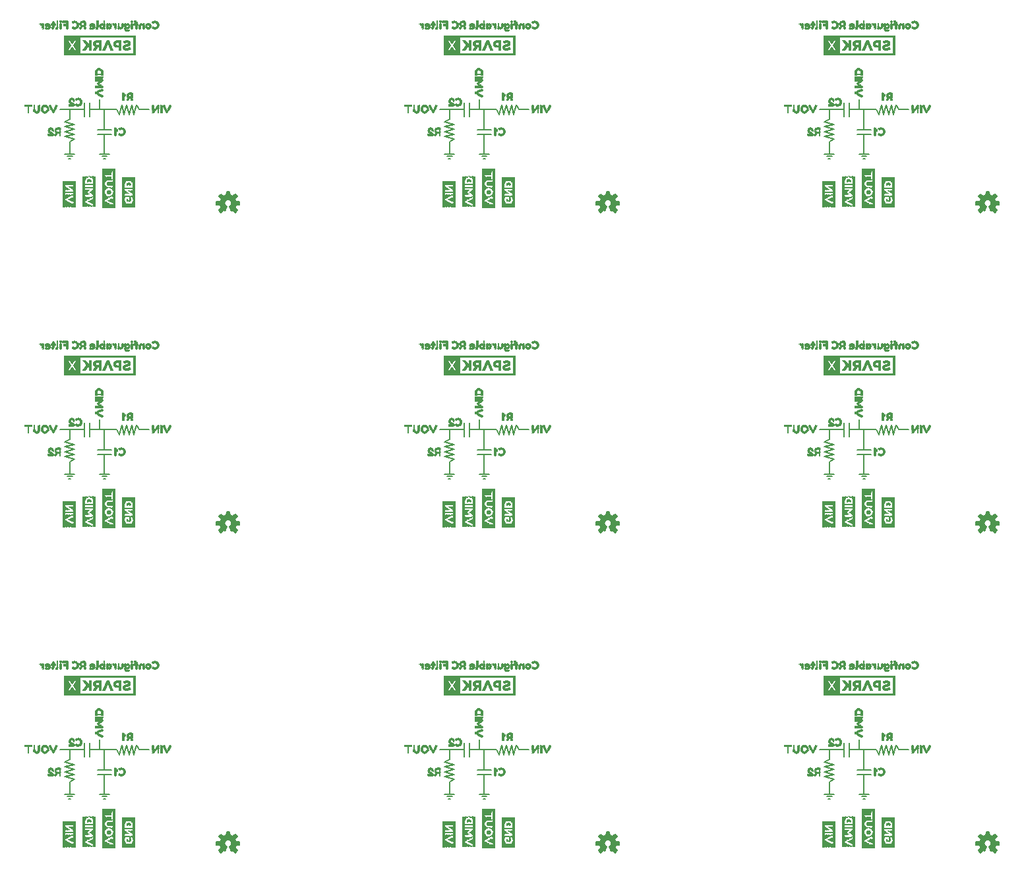
<source format=gbo>
G75*
%MOIN*%
%OFA0B0*%
%FSLAX25Y25*%
%IPPOS*%
%LPD*%
%AMOC8*
5,1,8,0,0,1.08239X$1,22.5*
%
%ADD10C,0.00800*%
%ADD11R,0.00157X0.15276*%
%ADD12R,0.00157X0.03307*%
%ADD13R,0.00157X0.11024*%
%ADD14R,0.00157X0.02992*%
%ADD15R,0.00157X0.01260*%
%ADD16R,0.00157X0.01890*%
%ADD17R,0.00157X0.00630*%
%ADD18R,0.00157X0.02677*%
%ADD19R,0.00157X0.00787*%
%ADD20R,0.00157X0.01575*%
%ADD21R,0.00157X0.00472*%
%ADD22R,0.00157X0.02520*%
%ADD23R,0.00157X0.01417*%
%ADD24R,0.00157X0.02205*%
%ADD25R,0.00157X0.02362*%
%ADD26R,0.00157X0.02047*%
%ADD27R,0.00157X0.01102*%
%ADD28R,0.00157X0.00945*%
%ADD29R,0.00157X0.02835*%
%ADD30R,0.00157X0.01732*%
%ADD31R,0.00157X0.00157*%
%ADD32R,0.00157X0.00315*%
%ADD33R,0.00157X0.03150*%
%ADD34R,0.00157X0.13071*%
%ADD35R,0.00157X0.07717*%
%ADD36R,0.00157X0.03465*%
%ADD37R,0.00157X0.20000*%
%ADD38R,0.00157X0.11654*%
%ADD39R,0.00787X0.00157*%
%ADD40R,0.01732X0.00157*%
%ADD41R,0.00945X0.00157*%
%ADD42R,0.02362X0.00157*%
%ADD43R,0.01102X0.00157*%
%ADD44R,0.02835X0.00157*%
%ADD45R,0.01260X0.00157*%
%ADD46R,0.03150X0.00157*%
%ADD47R,0.01417X0.00157*%
%ADD48R,0.03307X0.00157*%
%ADD49R,0.01575X0.00157*%
%ADD50R,0.01890X0.00157*%
%ADD51R,0.00315X0.00157*%
%ADD52R,0.02047X0.00157*%
%ADD53R,0.00472X0.00157*%
%ADD54R,0.02992X0.00157*%
%ADD55R,0.02677X0.00157*%
%ADD56R,0.02205X0.00157*%
%ADD57R,0.00630X0.00157*%
%ADD58R,0.00157X0.04567*%
%ADD59R,0.03465X0.00157*%
%ADD60R,0.04094X0.00157*%
%ADD61R,0.03780X0.00157*%
%ADD62R,0.02520X0.00157*%
%ADD63C,0.00591*%
%ADD64C,0.00039*%
D10*
X0103750Y0086250D02*
X0108750Y0086250D01*
X0116250Y0086250D01*
X0118750Y0086250D02*
X0123750Y0086250D01*
X0123750Y0091250D01*
X0123750Y0086250D02*
X0126250Y0086250D01*
X0126250Y0076000D01*
X0126250Y0073500D02*
X0126250Y0063750D01*
X0123750Y0063750D01*
X0125000Y0062500D02*
X0127500Y0062500D01*
X0126750Y0061250D02*
X0125750Y0061250D01*
X0126250Y0063750D02*
X0128750Y0063750D01*
X0129750Y0073500D02*
X0126250Y0073500D01*
X0122750Y0073500D01*
X0122750Y0076000D02*
X0129750Y0076000D01*
X0133750Y0083750D02*
X0132500Y0086250D01*
X0126250Y0086250D01*
X0118750Y0086250D02*
X0118750Y0089750D01*
X0116250Y0089750D02*
X0116250Y0082750D01*
X0118750Y0082750D02*
X0118750Y0086250D01*
X0108750Y0086250D02*
X0108750Y0081250D01*
X0106250Y0080000D01*
X0111250Y0078750D01*
X0106250Y0077500D01*
X0111250Y0076250D01*
X0106250Y0075000D01*
X0111250Y0073750D01*
X0106250Y0072500D01*
X0111250Y0071250D01*
X0108750Y0070000D01*
X0108750Y0063750D01*
X0106250Y0063750D01*
X0107500Y0062500D02*
X0110000Y0062500D01*
X0109250Y0061250D02*
X0108250Y0061250D01*
X0108750Y0063750D02*
X0111250Y0063750D01*
X0133750Y0083750D02*
X0135000Y0088750D01*
X0136250Y0083750D01*
X0137500Y0088750D01*
X0138750Y0083750D01*
X0140000Y0088750D01*
X0141250Y0083750D01*
X0142500Y0088750D01*
X0143750Y0086250D01*
X0148750Y0086250D01*
X0295750Y0086250D02*
X0300750Y0086250D01*
X0308250Y0086250D01*
X0310750Y0086250D02*
X0310750Y0089750D01*
X0308250Y0089750D02*
X0308250Y0082750D01*
X0310750Y0082750D02*
X0310750Y0086250D01*
X0315750Y0086250D01*
X0315750Y0091250D01*
X0315750Y0086250D02*
X0318250Y0086250D01*
X0318250Y0076000D01*
X0318250Y0073500D02*
X0314750Y0073500D01*
X0314750Y0076000D02*
X0321750Y0076000D01*
X0321750Y0073500D02*
X0318250Y0073500D01*
X0318250Y0063750D01*
X0315750Y0063750D01*
X0317000Y0062500D02*
X0319500Y0062500D01*
X0318750Y0061250D02*
X0317750Y0061250D01*
X0318250Y0063750D02*
X0320750Y0063750D01*
X0303250Y0063750D02*
X0300750Y0063750D01*
X0298250Y0063750D01*
X0299500Y0062500D02*
X0302000Y0062500D01*
X0301250Y0061250D02*
X0300250Y0061250D01*
X0300750Y0063750D02*
X0300750Y0070000D01*
X0303250Y0071250D01*
X0298250Y0072500D01*
X0303250Y0073750D01*
X0298250Y0075000D01*
X0303250Y0076250D01*
X0298250Y0077500D01*
X0303250Y0078750D01*
X0298250Y0080000D01*
X0300750Y0081250D01*
X0300750Y0086250D01*
X0318250Y0086250D02*
X0324500Y0086250D01*
X0325750Y0083750D01*
X0327000Y0088750D01*
X0328250Y0083750D01*
X0329500Y0088750D01*
X0330750Y0083750D01*
X0332000Y0088750D01*
X0333250Y0083750D01*
X0334500Y0088750D01*
X0335750Y0086250D01*
X0340750Y0086250D01*
X0487750Y0086250D02*
X0492750Y0086250D01*
X0500250Y0086250D01*
X0502750Y0086250D02*
X0502750Y0089750D01*
X0500250Y0089750D02*
X0500250Y0082750D01*
X0502750Y0082750D02*
X0502750Y0086250D01*
X0507750Y0086250D01*
X0507750Y0091250D01*
X0507750Y0086250D02*
X0510250Y0086250D01*
X0510250Y0076000D01*
X0510250Y0073500D02*
X0506750Y0073500D01*
X0506750Y0076000D02*
X0513750Y0076000D01*
X0513750Y0073500D02*
X0510250Y0073500D01*
X0510250Y0063750D01*
X0507750Y0063750D01*
X0509000Y0062500D02*
X0511500Y0062500D01*
X0510750Y0061250D02*
X0509750Y0061250D01*
X0510250Y0063750D02*
X0512750Y0063750D01*
X0495250Y0063750D02*
X0492750Y0063750D01*
X0490250Y0063750D01*
X0491500Y0062500D02*
X0494000Y0062500D01*
X0493250Y0061250D02*
X0492250Y0061250D01*
X0492750Y0063750D02*
X0492750Y0070000D01*
X0495250Y0071250D01*
X0490250Y0072500D01*
X0495250Y0073750D01*
X0490250Y0075000D01*
X0495250Y0076250D01*
X0490250Y0077500D01*
X0495250Y0078750D01*
X0490250Y0080000D01*
X0492750Y0081250D01*
X0492750Y0086250D01*
X0510250Y0086250D02*
X0516500Y0086250D01*
X0517750Y0083750D01*
X0519000Y0088750D01*
X0520250Y0083750D01*
X0521500Y0088750D01*
X0522750Y0083750D01*
X0524000Y0088750D01*
X0525250Y0083750D01*
X0526500Y0088750D01*
X0527750Y0086250D01*
X0532750Y0086250D01*
X0510750Y0223250D02*
X0509750Y0223250D01*
X0509000Y0224500D02*
X0511500Y0224500D01*
X0510250Y0225750D02*
X0507750Y0225750D01*
X0510250Y0225750D02*
X0512750Y0225750D01*
X0510250Y0225750D02*
X0510250Y0235500D01*
X0506750Y0235500D01*
X0506750Y0238000D02*
X0513750Y0238000D01*
X0513750Y0235500D02*
X0510250Y0235500D01*
X0510250Y0238000D02*
X0510250Y0248250D01*
X0507750Y0248250D01*
X0507750Y0253250D01*
X0507750Y0248250D02*
X0502750Y0248250D01*
X0502750Y0244750D01*
X0500250Y0244750D02*
X0500250Y0251750D01*
X0502750Y0251750D02*
X0502750Y0248250D01*
X0500250Y0248250D02*
X0492750Y0248250D01*
X0487750Y0248250D01*
X0492750Y0248250D02*
X0492750Y0243250D01*
X0490250Y0242000D01*
X0495250Y0240750D01*
X0490250Y0239500D01*
X0495250Y0238250D01*
X0490250Y0237000D01*
X0495250Y0235750D01*
X0490250Y0234500D01*
X0495250Y0233250D01*
X0492750Y0232000D01*
X0492750Y0225750D01*
X0490250Y0225750D01*
X0491500Y0224500D02*
X0494000Y0224500D01*
X0493250Y0223250D02*
X0492250Y0223250D01*
X0492750Y0225750D02*
X0495250Y0225750D01*
X0510250Y0248250D02*
X0516500Y0248250D01*
X0517750Y0245750D01*
X0519000Y0250750D01*
X0520250Y0245750D01*
X0521500Y0250750D01*
X0522750Y0245750D01*
X0524000Y0250750D01*
X0525250Y0245750D01*
X0526500Y0250750D01*
X0527750Y0248250D01*
X0532750Y0248250D01*
X0510750Y0385250D02*
X0509750Y0385250D01*
X0509000Y0386500D02*
X0511500Y0386500D01*
X0510250Y0387750D02*
X0507750Y0387750D01*
X0510250Y0387750D02*
X0512750Y0387750D01*
X0510250Y0387750D02*
X0510250Y0397500D01*
X0506750Y0397500D01*
X0506750Y0400000D02*
X0513750Y0400000D01*
X0513750Y0397500D02*
X0510250Y0397500D01*
X0510250Y0400000D02*
X0510250Y0410250D01*
X0507750Y0410250D01*
X0507750Y0415250D01*
X0507750Y0410250D02*
X0502750Y0410250D01*
X0502750Y0406750D01*
X0500250Y0406750D02*
X0500250Y0413750D01*
X0502750Y0413750D02*
X0502750Y0410250D01*
X0500250Y0410250D02*
X0492750Y0410250D01*
X0487750Y0410250D01*
X0492750Y0410250D02*
X0492750Y0405250D01*
X0490250Y0404000D01*
X0495250Y0402750D01*
X0490250Y0401500D01*
X0495250Y0400250D01*
X0490250Y0399000D01*
X0495250Y0397750D01*
X0490250Y0396500D01*
X0495250Y0395250D01*
X0492750Y0394000D01*
X0492750Y0387750D01*
X0490250Y0387750D01*
X0491500Y0386500D02*
X0494000Y0386500D01*
X0493250Y0385250D02*
X0492250Y0385250D01*
X0492750Y0387750D02*
X0495250Y0387750D01*
X0510250Y0410250D02*
X0516500Y0410250D01*
X0517750Y0407750D01*
X0519000Y0412750D01*
X0520250Y0407750D01*
X0521500Y0412750D01*
X0522750Y0407750D01*
X0524000Y0412750D01*
X0525250Y0407750D01*
X0526500Y0412750D01*
X0527750Y0410250D01*
X0532750Y0410250D01*
X0340750Y0410250D02*
X0335750Y0410250D01*
X0334500Y0412750D01*
X0333250Y0407750D01*
X0332000Y0412750D01*
X0330750Y0407750D01*
X0329500Y0412750D01*
X0328250Y0407750D01*
X0327000Y0412750D01*
X0325750Y0407750D01*
X0324500Y0410250D01*
X0318250Y0410250D01*
X0315750Y0410250D01*
X0315750Y0415250D01*
X0315750Y0410250D02*
X0310750Y0410250D01*
X0310750Y0406750D01*
X0308250Y0406750D02*
X0308250Y0413750D01*
X0310750Y0413750D02*
X0310750Y0410250D01*
X0308250Y0410250D02*
X0300750Y0410250D01*
X0295750Y0410250D01*
X0300750Y0410250D02*
X0300750Y0405250D01*
X0298250Y0404000D01*
X0303250Y0402750D01*
X0298250Y0401500D01*
X0303250Y0400250D01*
X0298250Y0399000D01*
X0303250Y0397750D01*
X0298250Y0396500D01*
X0303250Y0395250D01*
X0300750Y0394000D01*
X0300750Y0387750D01*
X0298250Y0387750D01*
X0299500Y0386500D02*
X0302000Y0386500D01*
X0301250Y0385250D02*
X0300250Y0385250D01*
X0300750Y0387750D02*
X0303250Y0387750D01*
X0315750Y0387750D02*
X0318250Y0387750D01*
X0320750Y0387750D01*
X0319500Y0386500D02*
X0317000Y0386500D01*
X0317750Y0385250D02*
X0318750Y0385250D01*
X0318250Y0387750D02*
X0318250Y0397500D01*
X0314750Y0397500D01*
X0314750Y0400000D02*
X0321750Y0400000D01*
X0321750Y0397500D02*
X0318250Y0397500D01*
X0318250Y0400000D02*
X0318250Y0410250D01*
X0148750Y0410250D02*
X0143750Y0410250D01*
X0142500Y0412750D01*
X0141250Y0407750D01*
X0140000Y0412750D01*
X0138750Y0407750D01*
X0137500Y0412750D01*
X0136250Y0407750D01*
X0135000Y0412750D01*
X0133750Y0407750D01*
X0132500Y0410250D01*
X0126250Y0410250D01*
X0123750Y0410250D01*
X0123750Y0415250D01*
X0123750Y0410250D02*
X0118750Y0410250D01*
X0118750Y0406750D01*
X0116250Y0406750D02*
X0116250Y0413750D01*
X0118750Y0413750D02*
X0118750Y0410250D01*
X0116250Y0410250D02*
X0108750Y0410250D01*
X0103750Y0410250D01*
X0108750Y0410250D02*
X0108750Y0405250D01*
X0106250Y0404000D01*
X0111250Y0402750D01*
X0106250Y0401500D01*
X0111250Y0400250D01*
X0106250Y0399000D01*
X0111250Y0397750D01*
X0106250Y0396500D01*
X0111250Y0395250D01*
X0108750Y0394000D01*
X0108750Y0387750D01*
X0106250Y0387750D01*
X0107500Y0386500D02*
X0110000Y0386500D01*
X0109250Y0385250D02*
X0108250Y0385250D01*
X0108750Y0387750D02*
X0111250Y0387750D01*
X0123750Y0387750D02*
X0126250Y0387750D01*
X0128750Y0387750D01*
X0127500Y0386500D02*
X0125000Y0386500D01*
X0125750Y0385250D02*
X0126750Y0385250D01*
X0126250Y0387750D02*
X0126250Y0397500D01*
X0122750Y0397500D01*
X0122750Y0400000D02*
X0129750Y0400000D01*
X0129750Y0397500D02*
X0126250Y0397500D01*
X0126250Y0400000D02*
X0126250Y0410250D01*
X0123750Y0253250D02*
X0123750Y0248250D01*
X0126250Y0248250D01*
X0126250Y0238000D01*
X0126250Y0235500D02*
X0126250Y0225750D01*
X0123750Y0225750D01*
X0125000Y0224500D02*
X0127500Y0224500D01*
X0126750Y0223250D02*
X0125750Y0223250D01*
X0126250Y0225750D02*
X0128750Y0225750D01*
X0129750Y0235500D02*
X0126250Y0235500D01*
X0122750Y0235500D01*
X0122750Y0238000D02*
X0129750Y0238000D01*
X0133750Y0245750D02*
X0132500Y0248250D01*
X0126250Y0248250D01*
X0123750Y0248250D02*
X0118750Y0248250D01*
X0118750Y0244750D01*
X0116250Y0244750D02*
X0116250Y0251750D01*
X0118750Y0251750D02*
X0118750Y0248250D01*
X0116250Y0248250D02*
X0108750Y0248250D01*
X0103750Y0248250D01*
X0108750Y0248250D02*
X0108750Y0243250D01*
X0106250Y0242000D01*
X0111250Y0240750D01*
X0106250Y0239500D01*
X0111250Y0238250D01*
X0106250Y0237000D01*
X0111250Y0235750D01*
X0106250Y0234500D01*
X0111250Y0233250D01*
X0108750Y0232000D01*
X0108750Y0225750D01*
X0106250Y0225750D01*
X0107500Y0224500D02*
X0110000Y0224500D01*
X0109250Y0223250D02*
X0108250Y0223250D01*
X0108750Y0225750D02*
X0111250Y0225750D01*
X0133750Y0245750D02*
X0135000Y0250750D01*
X0136250Y0245750D01*
X0137500Y0250750D01*
X0138750Y0245750D01*
X0140000Y0250750D01*
X0141250Y0245750D01*
X0142500Y0250750D01*
X0143750Y0248250D01*
X0148750Y0248250D01*
X0295750Y0248250D02*
X0300750Y0248250D01*
X0308250Y0248250D01*
X0310750Y0248250D02*
X0310750Y0251750D01*
X0308250Y0251750D02*
X0308250Y0244750D01*
X0310750Y0244750D02*
X0310750Y0248250D01*
X0315750Y0248250D01*
X0315750Y0253250D01*
X0315750Y0248250D02*
X0318250Y0248250D01*
X0318250Y0238000D01*
X0318250Y0235500D02*
X0318250Y0225750D01*
X0315750Y0225750D01*
X0317000Y0224500D02*
X0319500Y0224500D01*
X0318750Y0223250D02*
X0317750Y0223250D01*
X0318250Y0225750D02*
X0320750Y0225750D01*
X0321750Y0235500D02*
X0318250Y0235500D01*
X0314750Y0235500D01*
X0314750Y0238000D02*
X0321750Y0238000D01*
X0325750Y0245750D02*
X0324500Y0248250D01*
X0318250Y0248250D01*
X0325750Y0245750D02*
X0327000Y0250750D01*
X0328250Y0245750D01*
X0329500Y0250750D01*
X0330750Y0245750D01*
X0332000Y0250750D01*
X0333250Y0245750D01*
X0334500Y0250750D01*
X0335750Y0248250D01*
X0340750Y0248250D01*
X0303250Y0240750D02*
X0298250Y0239500D01*
X0303250Y0238250D01*
X0298250Y0237000D01*
X0303250Y0235750D01*
X0298250Y0234500D01*
X0303250Y0233250D01*
X0300750Y0232000D01*
X0300750Y0225750D01*
X0298250Y0225750D01*
X0299500Y0224500D02*
X0302000Y0224500D01*
X0301250Y0223250D02*
X0300250Y0223250D01*
X0300750Y0225750D02*
X0303250Y0225750D01*
X0303250Y0240750D02*
X0298250Y0242000D01*
X0300750Y0243250D01*
X0300750Y0248250D01*
D11*
X0307600Y0206695D03*
X0307758Y0206695D03*
X0307915Y0206695D03*
X0308073Y0206695D03*
X0308230Y0206695D03*
X0308388Y0206695D03*
X0308545Y0206695D03*
X0312797Y0206695D03*
X0312955Y0206695D03*
X0313112Y0206695D03*
X0313270Y0206695D03*
X0313427Y0206695D03*
X0313585Y0206695D03*
X0313742Y0206695D03*
X0313900Y0206695D03*
X0327600Y0206278D03*
X0327758Y0206278D03*
X0327915Y0206278D03*
X0328073Y0206278D03*
X0328230Y0206278D03*
X0328388Y0206278D03*
X0328545Y0206278D03*
X0332955Y0206278D03*
X0333112Y0206278D03*
X0333270Y0206278D03*
X0333427Y0206278D03*
X0333585Y0206278D03*
X0333742Y0206278D03*
X0333900Y0206278D03*
X0499600Y0206695D03*
X0499758Y0206695D03*
X0499915Y0206695D03*
X0500073Y0206695D03*
X0500230Y0206695D03*
X0500388Y0206695D03*
X0500545Y0206695D03*
X0504797Y0206695D03*
X0504955Y0206695D03*
X0505112Y0206695D03*
X0505270Y0206695D03*
X0505427Y0206695D03*
X0505585Y0206695D03*
X0505742Y0206695D03*
X0505900Y0206695D03*
X0519600Y0206278D03*
X0519758Y0206278D03*
X0519915Y0206278D03*
X0520073Y0206278D03*
X0520230Y0206278D03*
X0520388Y0206278D03*
X0520545Y0206278D03*
X0524955Y0206278D03*
X0525112Y0206278D03*
X0525270Y0206278D03*
X0525427Y0206278D03*
X0525585Y0206278D03*
X0525742Y0206278D03*
X0525900Y0206278D03*
X0525900Y0368278D03*
X0525742Y0368278D03*
X0525585Y0368278D03*
X0525427Y0368278D03*
X0525270Y0368278D03*
X0525112Y0368278D03*
X0524955Y0368278D03*
X0520545Y0368278D03*
X0520388Y0368278D03*
X0520230Y0368278D03*
X0520073Y0368278D03*
X0519915Y0368278D03*
X0519758Y0368278D03*
X0519600Y0368278D03*
X0505900Y0368695D03*
X0505742Y0368695D03*
X0505585Y0368695D03*
X0505427Y0368695D03*
X0505270Y0368695D03*
X0505112Y0368695D03*
X0504955Y0368695D03*
X0504797Y0368695D03*
X0500545Y0368695D03*
X0500388Y0368695D03*
X0500230Y0368695D03*
X0500073Y0368695D03*
X0499915Y0368695D03*
X0499758Y0368695D03*
X0499600Y0368695D03*
X0333900Y0368278D03*
X0333742Y0368278D03*
X0333585Y0368278D03*
X0333427Y0368278D03*
X0333270Y0368278D03*
X0333112Y0368278D03*
X0332955Y0368278D03*
X0328545Y0368278D03*
X0328388Y0368278D03*
X0328230Y0368278D03*
X0328073Y0368278D03*
X0327915Y0368278D03*
X0327758Y0368278D03*
X0327600Y0368278D03*
X0313900Y0368695D03*
X0313742Y0368695D03*
X0313585Y0368695D03*
X0313427Y0368695D03*
X0313270Y0368695D03*
X0313112Y0368695D03*
X0312955Y0368695D03*
X0312797Y0368695D03*
X0308545Y0368695D03*
X0308388Y0368695D03*
X0308230Y0368695D03*
X0308073Y0368695D03*
X0307915Y0368695D03*
X0307758Y0368695D03*
X0307600Y0368695D03*
X0141900Y0368278D03*
X0141742Y0368278D03*
X0141585Y0368278D03*
X0141427Y0368278D03*
X0141270Y0368278D03*
X0141112Y0368278D03*
X0140955Y0368278D03*
X0136545Y0368278D03*
X0136388Y0368278D03*
X0136230Y0368278D03*
X0136073Y0368278D03*
X0135915Y0368278D03*
X0135758Y0368278D03*
X0135600Y0368278D03*
X0121900Y0368695D03*
X0121742Y0368695D03*
X0121585Y0368695D03*
X0121427Y0368695D03*
X0121270Y0368695D03*
X0121112Y0368695D03*
X0120955Y0368695D03*
X0120797Y0368695D03*
X0116545Y0368695D03*
X0116388Y0368695D03*
X0116230Y0368695D03*
X0116073Y0368695D03*
X0115915Y0368695D03*
X0115758Y0368695D03*
X0115600Y0368695D03*
X0115600Y0206695D03*
X0115758Y0206695D03*
X0115915Y0206695D03*
X0116073Y0206695D03*
X0116230Y0206695D03*
X0116388Y0206695D03*
X0116545Y0206695D03*
X0120797Y0206695D03*
X0120955Y0206695D03*
X0121112Y0206695D03*
X0121270Y0206695D03*
X0121427Y0206695D03*
X0121585Y0206695D03*
X0121742Y0206695D03*
X0121900Y0206695D03*
X0135600Y0206278D03*
X0135758Y0206278D03*
X0135915Y0206278D03*
X0136073Y0206278D03*
X0136230Y0206278D03*
X0136388Y0206278D03*
X0136545Y0206278D03*
X0140955Y0206278D03*
X0141112Y0206278D03*
X0141270Y0206278D03*
X0141427Y0206278D03*
X0141585Y0206278D03*
X0141742Y0206278D03*
X0141900Y0206278D03*
X0141900Y0044278D03*
X0141742Y0044278D03*
X0141585Y0044278D03*
X0141427Y0044278D03*
X0141270Y0044278D03*
X0141112Y0044278D03*
X0140955Y0044278D03*
X0136545Y0044278D03*
X0136388Y0044278D03*
X0136230Y0044278D03*
X0136073Y0044278D03*
X0135915Y0044278D03*
X0135758Y0044278D03*
X0135600Y0044278D03*
X0121900Y0044695D03*
X0121742Y0044695D03*
X0121585Y0044695D03*
X0121427Y0044695D03*
X0121270Y0044695D03*
X0121112Y0044695D03*
X0120955Y0044695D03*
X0120797Y0044695D03*
X0116545Y0044695D03*
X0116388Y0044695D03*
X0116230Y0044695D03*
X0116073Y0044695D03*
X0115915Y0044695D03*
X0115758Y0044695D03*
X0115600Y0044695D03*
X0307600Y0044695D03*
X0307758Y0044695D03*
X0307915Y0044695D03*
X0308073Y0044695D03*
X0308230Y0044695D03*
X0308388Y0044695D03*
X0308545Y0044695D03*
X0312797Y0044695D03*
X0312955Y0044695D03*
X0313112Y0044695D03*
X0313270Y0044695D03*
X0313427Y0044695D03*
X0313585Y0044695D03*
X0313742Y0044695D03*
X0313900Y0044695D03*
X0327600Y0044278D03*
X0327758Y0044278D03*
X0327915Y0044278D03*
X0328073Y0044278D03*
X0328230Y0044278D03*
X0328388Y0044278D03*
X0328545Y0044278D03*
X0332955Y0044278D03*
X0333112Y0044278D03*
X0333270Y0044278D03*
X0333427Y0044278D03*
X0333585Y0044278D03*
X0333742Y0044278D03*
X0333900Y0044278D03*
X0499600Y0044695D03*
X0499758Y0044695D03*
X0499915Y0044695D03*
X0500073Y0044695D03*
X0500230Y0044695D03*
X0500388Y0044695D03*
X0500545Y0044695D03*
X0504797Y0044695D03*
X0504955Y0044695D03*
X0505112Y0044695D03*
X0505270Y0044695D03*
X0505427Y0044695D03*
X0505585Y0044695D03*
X0505742Y0044695D03*
X0505900Y0044695D03*
X0519600Y0044278D03*
X0519758Y0044278D03*
X0519915Y0044278D03*
X0520073Y0044278D03*
X0520230Y0044278D03*
X0520388Y0044278D03*
X0520545Y0044278D03*
X0524955Y0044278D03*
X0525112Y0044278D03*
X0525270Y0044278D03*
X0525427Y0044278D03*
X0525585Y0044278D03*
X0525742Y0044278D03*
X0525900Y0044278D03*
D12*
X0524797Y0038293D03*
X0520703Y0050262D03*
X0510703Y0054644D03*
X0510860Y0037951D03*
X0511018Y0037951D03*
X0491018Y0038451D03*
X0490860Y0038451D03*
X0506648Y0105049D03*
X0508852Y0105049D03*
X0510860Y0199951D03*
X0511018Y0199951D03*
X0524797Y0200293D03*
X0520703Y0212262D03*
X0510703Y0216644D03*
X0491018Y0200451D03*
X0490860Y0200451D03*
X0506648Y0267049D03*
X0508852Y0267049D03*
X0510860Y0361951D03*
X0511018Y0361951D03*
X0524797Y0362293D03*
X0520703Y0374262D03*
X0510703Y0378644D03*
X0491018Y0362451D03*
X0490860Y0362451D03*
X0506648Y0429049D03*
X0508852Y0429049D03*
X0332797Y0362293D03*
X0328703Y0374262D03*
X0318703Y0378644D03*
X0318860Y0361951D03*
X0319018Y0361951D03*
X0299018Y0362451D03*
X0298860Y0362451D03*
X0314648Y0429049D03*
X0316852Y0429049D03*
X0140797Y0362293D03*
X0136703Y0374262D03*
X0126703Y0378644D03*
X0126860Y0361951D03*
X0127018Y0361951D03*
X0107018Y0362451D03*
X0106860Y0362451D03*
X0122648Y0429049D03*
X0124852Y0429049D03*
X0124852Y0267049D03*
X0122648Y0267049D03*
X0126703Y0216644D03*
X0136703Y0212262D03*
X0140797Y0200293D03*
X0127018Y0199951D03*
X0126860Y0199951D03*
X0107018Y0200451D03*
X0106860Y0200451D03*
X0122648Y0105049D03*
X0124852Y0105049D03*
X0126703Y0054644D03*
X0136703Y0050262D03*
X0140797Y0038293D03*
X0127018Y0037951D03*
X0126860Y0037951D03*
X0107018Y0038451D03*
X0106860Y0038451D03*
X0298860Y0038451D03*
X0299018Y0038451D03*
X0318860Y0037951D03*
X0319018Y0037951D03*
X0332797Y0038293D03*
X0328703Y0050262D03*
X0318703Y0054644D03*
X0316852Y0105049D03*
X0314648Y0105049D03*
X0318860Y0199951D03*
X0319018Y0199951D03*
X0332797Y0200293D03*
X0328703Y0212262D03*
X0318703Y0216644D03*
X0299018Y0200451D03*
X0298860Y0200451D03*
X0314648Y0267049D03*
X0316852Y0267049D03*
D13*
X0332797Y0208404D03*
X0524797Y0208404D03*
X0524797Y0370404D03*
X0332797Y0370404D03*
X0140797Y0370404D03*
X0140797Y0208404D03*
X0140797Y0046404D03*
X0332797Y0046404D03*
X0524797Y0046404D03*
D14*
X0524640Y0050419D03*
X0523380Y0040970D03*
X0523222Y0040970D03*
X0524640Y0038136D03*
X0511648Y0037793D03*
X0511490Y0037793D03*
X0491648Y0038293D03*
X0491490Y0038293D03*
X0506175Y0104892D03*
X0509167Y0104892D03*
X0511490Y0199793D03*
X0511648Y0199793D03*
X0523222Y0202970D03*
X0523380Y0202970D03*
X0524640Y0200136D03*
X0524640Y0212419D03*
X0491648Y0200293D03*
X0491490Y0200293D03*
X0506175Y0266892D03*
X0509167Y0266892D03*
X0511490Y0361793D03*
X0511648Y0361793D03*
X0523222Y0364970D03*
X0523380Y0364970D03*
X0524640Y0362136D03*
X0524640Y0374419D03*
X0491648Y0362293D03*
X0491490Y0362293D03*
X0506175Y0428892D03*
X0509167Y0428892D03*
X0332640Y0374419D03*
X0331380Y0364970D03*
X0331222Y0364970D03*
X0332640Y0362136D03*
X0319648Y0361793D03*
X0319490Y0361793D03*
X0299648Y0362293D03*
X0299490Y0362293D03*
X0314175Y0428892D03*
X0317167Y0428892D03*
X0140640Y0374419D03*
X0139380Y0364970D03*
X0139222Y0364970D03*
X0140640Y0362136D03*
X0127648Y0361793D03*
X0127490Y0361793D03*
X0107648Y0362293D03*
X0107490Y0362293D03*
X0122175Y0428892D03*
X0125167Y0428892D03*
X0125167Y0266892D03*
X0122175Y0266892D03*
X0140640Y0212419D03*
X0139380Y0202970D03*
X0139222Y0202970D03*
X0140640Y0200136D03*
X0127648Y0199793D03*
X0127490Y0199793D03*
X0107648Y0200293D03*
X0107490Y0200293D03*
X0122175Y0104892D03*
X0125167Y0104892D03*
X0140640Y0050419D03*
X0139380Y0040970D03*
X0139222Y0040970D03*
X0140640Y0038136D03*
X0127648Y0037793D03*
X0127490Y0037793D03*
X0107648Y0038293D03*
X0107490Y0038293D03*
X0299490Y0038293D03*
X0299648Y0038293D03*
X0319490Y0037793D03*
X0319648Y0037793D03*
X0331222Y0040970D03*
X0331380Y0040970D03*
X0332640Y0038136D03*
X0332640Y0050419D03*
X0317167Y0104892D03*
X0314175Y0104892D03*
X0319490Y0199793D03*
X0319648Y0199793D03*
X0331222Y0202970D03*
X0331380Y0202970D03*
X0332640Y0200136D03*
X0332640Y0212419D03*
X0299648Y0200293D03*
X0299490Y0200293D03*
X0314175Y0266892D03*
X0317167Y0266892D03*
D15*
X0316537Y0268230D03*
X0316222Y0268388D03*
X0314963Y0268230D03*
X0317325Y0262876D03*
X0317325Y0259569D03*
X0317010Y0257994D03*
X0316695Y0257837D03*
X0316380Y0257679D03*
X0309018Y0213703D03*
X0311537Y0211970D03*
X0319805Y0206329D03*
X0322482Y0208061D03*
X0321380Y0202077D03*
X0321222Y0202077D03*
X0328703Y0203994D03*
X0329805Y0202419D03*
X0332640Y0203994D03*
X0332010Y0206514D03*
X0329333Y0206199D03*
X0329175Y0206199D03*
X0329963Y0210293D03*
X0331380Y0210293D03*
X0311380Y0201577D03*
X0310435Y0203309D03*
X0310278Y0203309D03*
X0310278Y0199687D03*
X0310435Y0199687D03*
X0301380Y0202577D03*
X0301222Y0202577D03*
X0300593Y0204467D03*
X0300435Y0204467D03*
X0299333Y0208089D03*
X0301852Y0208561D03*
X0302010Y0208561D03*
X0314963Y0106230D03*
X0316222Y0106388D03*
X0316537Y0106230D03*
X0317325Y0100876D03*
X0317325Y0097569D03*
X0317010Y0095994D03*
X0316695Y0095837D03*
X0316380Y0095679D03*
X0309018Y0051703D03*
X0311537Y0049970D03*
X0310435Y0041309D03*
X0310278Y0041309D03*
X0311380Y0039577D03*
X0310435Y0037687D03*
X0310278Y0037687D03*
X0301380Y0040577D03*
X0301222Y0040577D03*
X0300593Y0042467D03*
X0300435Y0042467D03*
X0299333Y0046089D03*
X0301852Y0046561D03*
X0302010Y0046561D03*
X0319805Y0044329D03*
X0322482Y0046061D03*
X0321380Y0040077D03*
X0321222Y0040077D03*
X0328703Y0041994D03*
X0329805Y0040419D03*
X0332640Y0041994D03*
X0332010Y0044514D03*
X0329333Y0044199D03*
X0329175Y0044199D03*
X0329963Y0048293D03*
X0331380Y0048293D03*
X0491333Y0046089D03*
X0493852Y0046561D03*
X0494010Y0046561D03*
X0492593Y0042467D03*
X0492435Y0042467D03*
X0493222Y0040577D03*
X0493380Y0040577D03*
X0502278Y0041309D03*
X0502435Y0041309D03*
X0503380Y0039577D03*
X0502435Y0037687D03*
X0502278Y0037687D03*
X0513222Y0040077D03*
X0513380Y0040077D03*
X0511805Y0044329D03*
X0514482Y0046061D03*
X0521175Y0044199D03*
X0521333Y0044199D03*
X0520703Y0041994D03*
X0521805Y0040419D03*
X0524640Y0041994D03*
X0524010Y0044514D03*
X0523380Y0048293D03*
X0521963Y0048293D03*
X0503537Y0049970D03*
X0501018Y0051703D03*
X0508380Y0095679D03*
X0508695Y0095837D03*
X0509010Y0095994D03*
X0509325Y0097569D03*
X0509325Y0100876D03*
X0508537Y0106230D03*
X0508222Y0106388D03*
X0506963Y0106230D03*
X0502435Y0199687D03*
X0502278Y0199687D03*
X0503380Y0201577D03*
X0502435Y0203309D03*
X0502278Y0203309D03*
X0511805Y0206329D03*
X0514482Y0208061D03*
X0513380Y0202077D03*
X0513222Y0202077D03*
X0520703Y0203994D03*
X0521805Y0202419D03*
X0524640Y0203994D03*
X0524010Y0206514D03*
X0521333Y0206199D03*
X0521175Y0206199D03*
X0521963Y0210293D03*
X0523380Y0210293D03*
X0503537Y0211970D03*
X0501018Y0213703D03*
X0494010Y0208561D03*
X0493852Y0208561D03*
X0491333Y0208089D03*
X0492435Y0204467D03*
X0492593Y0204467D03*
X0493222Y0202577D03*
X0493380Y0202577D03*
X0508380Y0257679D03*
X0508695Y0257837D03*
X0509010Y0257994D03*
X0509325Y0259569D03*
X0509325Y0262876D03*
X0508537Y0268230D03*
X0508222Y0268388D03*
X0506963Y0268230D03*
X0502435Y0361687D03*
X0502278Y0361687D03*
X0503380Y0363577D03*
X0502435Y0365309D03*
X0502278Y0365309D03*
X0511805Y0368329D03*
X0514482Y0370061D03*
X0513380Y0364077D03*
X0513222Y0364077D03*
X0520703Y0365994D03*
X0521805Y0364419D03*
X0524640Y0365994D03*
X0524010Y0368514D03*
X0521333Y0368199D03*
X0521175Y0368199D03*
X0521963Y0372293D03*
X0523380Y0372293D03*
X0503537Y0373970D03*
X0501018Y0375703D03*
X0494010Y0370561D03*
X0493852Y0370561D03*
X0491333Y0370089D03*
X0492435Y0366467D03*
X0492593Y0366467D03*
X0493222Y0364577D03*
X0493380Y0364577D03*
X0508380Y0419679D03*
X0508695Y0419837D03*
X0509010Y0419994D03*
X0509325Y0421569D03*
X0509325Y0424876D03*
X0508537Y0430230D03*
X0508222Y0430388D03*
X0506963Y0430230D03*
X0332010Y0368514D03*
X0332640Y0365994D03*
X0329805Y0364419D03*
X0328703Y0365994D03*
X0329175Y0368199D03*
X0329333Y0368199D03*
X0329963Y0372293D03*
X0331380Y0372293D03*
X0322482Y0370061D03*
X0319805Y0368329D03*
X0321222Y0364077D03*
X0321380Y0364077D03*
X0311380Y0363577D03*
X0310435Y0365309D03*
X0310278Y0365309D03*
X0310278Y0361687D03*
X0310435Y0361687D03*
X0301380Y0364577D03*
X0301222Y0364577D03*
X0300593Y0366467D03*
X0300435Y0366467D03*
X0299333Y0370089D03*
X0301852Y0370561D03*
X0302010Y0370561D03*
X0309018Y0375703D03*
X0311537Y0373970D03*
X0316380Y0419679D03*
X0316695Y0419837D03*
X0317010Y0419994D03*
X0317325Y0421569D03*
X0317325Y0424876D03*
X0316537Y0430230D03*
X0316222Y0430388D03*
X0314963Y0430230D03*
X0139380Y0372293D03*
X0137963Y0372293D03*
X0137333Y0368199D03*
X0137175Y0368199D03*
X0136703Y0365994D03*
X0137805Y0364419D03*
X0140640Y0365994D03*
X0140010Y0368514D03*
X0130482Y0370061D03*
X0127805Y0368329D03*
X0129222Y0364077D03*
X0129380Y0364077D03*
X0119380Y0363577D03*
X0118435Y0365309D03*
X0118278Y0365309D03*
X0118278Y0361687D03*
X0118435Y0361687D03*
X0109380Y0364577D03*
X0109222Y0364577D03*
X0108593Y0366467D03*
X0108435Y0366467D03*
X0107333Y0370089D03*
X0109852Y0370561D03*
X0110010Y0370561D03*
X0117018Y0375703D03*
X0119537Y0373970D03*
X0124380Y0419679D03*
X0124695Y0419837D03*
X0125010Y0419994D03*
X0125325Y0421569D03*
X0125325Y0424876D03*
X0124537Y0430230D03*
X0124222Y0430388D03*
X0122963Y0430230D03*
X0124222Y0268388D03*
X0124537Y0268230D03*
X0122963Y0268230D03*
X0125325Y0262876D03*
X0125325Y0259569D03*
X0125010Y0257994D03*
X0124695Y0257837D03*
X0124380Y0257679D03*
X0117018Y0213703D03*
X0119537Y0211970D03*
X0110010Y0208561D03*
X0109852Y0208561D03*
X0107333Y0208089D03*
X0108435Y0204467D03*
X0108593Y0204467D03*
X0109222Y0202577D03*
X0109380Y0202577D03*
X0118278Y0203309D03*
X0118435Y0203309D03*
X0119380Y0201577D03*
X0118435Y0199687D03*
X0118278Y0199687D03*
X0129222Y0202077D03*
X0129380Y0202077D03*
X0127805Y0206329D03*
X0130482Y0208061D03*
X0137175Y0206199D03*
X0137333Y0206199D03*
X0136703Y0203994D03*
X0137805Y0202419D03*
X0140640Y0203994D03*
X0140010Y0206514D03*
X0139380Y0210293D03*
X0137963Y0210293D03*
X0124222Y0106388D03*
X0124537Y0106230D03*
X0122963Y0106230D03*
X0125325Y0100876D03*
X0125325Y0097569D03*
X0125010Y0095994D03*
X0124695Y0095837D03*
X0124380Y0095679D03*
X0117018Y0051703D03*
X0119537Y0049970D03*
X0118435Y0041309D03*
X0118278Y0041309D03*
X0119380Y0039577D03*
X0118435Y0037687D03*
X0118278Y0037687D03*
X0109380Y0040577D03*
X0109222Y0040577D03*
X0108593Y0042467D03*
X0108435Y0042467D03*
X0107333Y0046089D03*
X0109852Y0046561D03*
X0110010Y0046561D03*
X0127805Y0044329D03*
X0130482Y0046061D03*
X0129380Y0040077D03*
X0129222Y0040077D03*
X0136703Y0041994D03*
X0137805Y0040419D03*
X0140640Y0041994D03*
X0140010Y0044514D03*
X0137333Y0044199D03*
X0137175Y0044199D03*
X0137963Y0048293D03*
X0139380Y0048293D03*
D16*
X0139537Y0050970D03*
X0139695Y0050970D03*
X0137963Y0050970D03*
X0137805Y0050970D03*
X0136703Y0044356D03*
X0140640Y0044356D03*
X0139695Y0037585D03*
X0139537Y0037585D03*
X0139380Y0037585D03*
X0138120Y0037585D03*
X0137963Y0037585D03*
X0137805Y0037585D03*
X0130640Y0037242D03*
X0129852Y0037242D03*
X0129695Y0037242D03*
X0130010Y0040077D03*
X0130167Y0040077D03*
X0129222Y0044329D03*
X0128120Y0044329D03*
X0128120Y0051258D03*
X0127963Y0051258D03*
X0128278Y0051258D03*
X0128435Y0051258D03*
X0128593Y0051258D03*
X0128750Y0051258D03*
X0128907Y0051258D03*
X0129065Y0051258D03*
X0129222Y0051258D03*
X0129380Y0051258D03*
X0129537Y0051258D03*
X0129695Y0051258D03*
X0129852Y0051258D03*
X0120167Y0044144D03*
X0117175Y0040994D03*
X0117018Y0040994D03*
X0117018Y0038002D03*
X0117175Y0038002D03*
X0120010Y0039577D03*
X0110640Y0037742D03*
X0109852Y0037742D03*
X0109695Y0037742D03*
X0110010Y0040577D03*
X0110167Y0040577D03*
X0107333Y0042152D03*
X0107175Y0042152D03*
X0106703Y0046246D03*
X0106703Y0048923D03*
X0110640Y0048923D03*
X0116703Y0051388D03*
X0122805Y0094577D03*
X0124537Y0097884D03*
X0123593Y0099144D03*
X0124537Y0100561D03*
X0129695Y0199242D03*
X0129852Y0199242D03*
X0130640Y0199242D03*
X0130167Y0202077D03*
X0130010Y0202077D03*
X0129222Y0206329D03*
X0128120Y0206329D03*
X0128120Y0213258D03*
X0127963Y0213258D03*
X0128278Y0213258D03*
X0128435Y0213258D03*
X0128593Y0213258D03*
X0128750Y0213258D03*
X0128907Y0213258D03*
X0129065Y0213258D03*
X0129222Y0213258D03*
X0129380Y0213258D03*
X0129537Y0213258D03*
X0129695Y0213258D03*
X0129852Y0213258D03*
X0137805Y0212970D03*
X0137963Y0212970D03*
X0139537Y0212970D03*
X0139695Y0212970D03*
X0140640Y0206356D03*
X0136703Y0206356D03*
X0137805Y0199585D03*
X0137963Y0199585D03*
X0138120Y0199585D03*
X0139380Y0199585D03*
X0139537Y0199585D03*
X0139695Y0199585D03*
X0120010Y0201577D03*
X0117175Y0202994D03*
X0117018Y0202994D03*
X0117018Y0200002D03*
X0117175Y0200002D03*
X0110640Y0199742D03*
X0109852Y0199742D03*
X0109695Y0199742D03*
X0110010Y0202577D03*
X0110167Y0202577D03*
X0107333Y0204152D03*
X0107175Y0204152D03*
X0106703Y0208246D03*
X0106703Y0210923D03*
X0110640Y0210923D03*
X0116703Y0213388D03*
X0120167Y0206144D03*
X0122805Y0256577D03*
X0124537Y0259884D03*
X0123593Y0261144D03*
X0124537Y0262561D03*
X0129695Y0361242D03*
X0129852Y0361242D03*
X0130640Y0361242D03*
X0130167Y0364077D03*
X0130010Y0364077D03*
X0129222Y0368329D03*
X0128120Y0368329D03*
X0128120Y0375258D03*
X0127963Y0375258D03*
X0128278Y0375258D03*
X0128435Y0375258D03*
X0128593Y0375258D03*
X0128750Y0375258D03*
X0128907Y0375258D03*
X0129065Y0375258D03*
X0129222Y0375258D03*
X0129380Y0375258D03*
X0129537Y0375258D03*
X0129695Y0375258D03*
X0129852Y0375258D03*
X0137805Y0374970D03*
X0137963Y0374970D03*
X0139537Y0374970D03*
X0139695Y0374970D03*
X0140640Y0368356D03*
X0136703Y0368356D03*
X0137805Y0361585D03*
X0137963Y0361585D03*
X0138120Y0361585D03*
X0139380Y0361585D03*
X0139537Y0361585D03*
X0139695Y0361585D03*
X0120010Y0363577D03*
X0117175Y0364994D03*
X0117018Y0364994D03*
X0117018Y0362002D03*
X0117175Y0362002D03*
X0110640Y0361742D03*
X0109852Y0361742D03*
X0109695Y0361742D03*
X0110010Y0364577D03*
X0110167Y0364577D03*
X0107333Y0366152D03*
X0107175Y0366152D03*
X0106703Y0370246D03*
X0106703Y0372923D03*
X0110640Y0372923D03*
X0116703Y0375388D03*
X0120167Y0368144D03*
X0122805Y0418577D03*
X0124537Y0421884D03*
X0123593Y0423144D03*
X0124537Y0424561D03*
X0298703Y0372923D03*
X0298703Y0370246D03*
X0299175Y0366152D03*
X0299333Y0366152D03*
X0302010Y0364577D03*
X0302167Y0364577D03*
X0301852Y0361742D03*
X0301695Y0361742D03*
X0302640Y0361742D03*
X0309018Y0362002D03*
X0309175Y0362002D03*
X0309175Y0364994D03*
X0309018Y0364994D03*
X0312010Y0363577D03*
X0312167Y0368144D03*
X0320120Y0368329D03*
X0321222Y0368329D03*
X0322010Y0364077D03*
X0322167Y0364077D03*
X0321852Y0361242D03*
X0321695Y0361242D03*
X0322640Y0361242D03*
X0329805Y0361585D03*
X0329963Y0361585D03*
X0330120Y0361585D03*
X0331380Y0361585D03*
X0331537Y0361585D03*
X0331695Y0361585D03*
X0332640Y0368356D03*
X0328703Y0368356D03*
X0329805Y0374970D03*
X0329963Y0374970D03*
X0331537Y0374970D03*
X0331695Y0374970D03*
X0321852Y0375258D03*
X0321695Y0375258D03*
X0321537Y0375258D03*
X0321380Y0375258D03*
X0321222Y0375258D03*
X0321065Y0375258D03*
X0320907Y0375258D03*
X0320750Y0375258D03*
X0320593Y0375258D03*
X0320435Y0375258D03*
X0320278Y0375258D03*
X0320120Y0375258D03*
X0319963Y0375258D03*
X0308703Y0375388D03*
X0302640Y0372923D03*
X0314805Y0418577D03*
X0316537Y0421884D03*
X0315593Y0423144D03*
X0316537Y0424561D03*
X0490703Y0372923D03*
X0490703Y0370246D03*
X0491175Y0366152D03*
X0491333Y0366152D03*
X0494010Y0364577D03*
X0494167Y0364577D03*
X0493852Y0361742D03*
X0493695Y0361742D03*
X0494640Y0361742D03*
X0501018Y0362002D03*
X0501175Y0362002D03*
X0501175Y0364994D03*
X0501018Y0364994D03*
X0504010Y0363577D03*
X0504167Y0368144D03*
X0512120Y0368329D03*
X0513222Y0368329D03*
X0514010Y0364077D03*
X0514167Y0364077D03*
X0513852Y0361242D03*
X0513695Y0361242D03*
X0514640Y0361242D03*
X0521805Y0361585D03*
X0521963Y0361585D03*
X0522120Y0361585D03*
X0523380Y0361585D03*
X0523537Y0361585D03*
X0523695Y0361585D03*
X0524640Y0368356D03*
X0520703Y0368356D03*
X0521805Y0374970D03*
X0521963Y0374970D03*
X0523537Y0374970D03*
X0523695Y0374970D03*
X0513852Y0375258D03*
X0513695Y0375258D03*
X0513537Y0375258D03*
X0513380Y0375258D03*
X0513222Y0375258D03*
X0513065Y0375258D03*
X0512907Y0375258D03*
X0512750Y0375258D03*
X0512593Y0375258D03*
X0512435Y0375258D03*
X0512278Y0375258D03*
X0512120Y0375258D03*
X0511963Y0375258D03*
X0500703Y0375388D03*
X0494640Y0372923D03*
X0506805Y0418577D03*
X0508537Y0421884D03*
X0507593Y0423144D03*
X0508537Y0424561D03*
X0508537Y0262561D03*
X0507593Y0261144D03*
X0508537Y0259884D03*
X0506805Y0256577D03*
X0500703Y0213388D03*
X0494640Y0210923D03*
X0490703Y0210923D03*
X0490703Y0208246D03*
X0491175Y0204152D03*
X0491333Y0204152D03*
X0494010Y0202577D03*
X0494167Y0202577D03*
X0493852Y0199742D03*
X0493695Y0199742D03*
X0494640Y0199742D03*
X0501018Y0200002D03*
X0501175Y0200002D03*
X0501175Y0202994D03*
X0501018Y0202994D03*
X0504010Y0201577D03*
X0504167Y0206144D03*
X0512120Y0206329D03*
X0513222Y0206329D03*
X0514010Y0202077D03*
X0514167Y0202077D03*
X0513852Y0199242D03*
X0513695Y0199242D03*
X0514640Y0199242D03*
X0521805Y0199585D03*
X0521963Y0199585D03*
X0522120Y0199585D03*
X0523380Y0199585D03*
X0523537Y0199585D03*
X0523695Y0199585D03*
X0524640Y0206356D03*
X0520703Y0206356D03*
X0521805Y0212970D03*
X0521963Y0212970D03*
X0523537Y0212970D03*
X0523695Y0212970D03*
X0513852Y0213258D03*
X0513695Y0213258D03*
X0513537Y0213258D03*
X0513380Y0213258D03*
X0513222Y0213258D03*
X0513065Y0213258D03*
X0512907Y0213258D03*
X0512750Y0213258D03*
X0512593Y0213258D03*
X0512435Y0213258D03*
X0512278Y0213258D03*
X0512120Y0213258D03*
X0511963Y0213258D03*
X0508537Y0100561D03*
X0507593Y0099144D03*
X0508537Y0097884D03*
X0506805Y0094577D03*
X0500703Y0051388D03*
X0494640Y0048923D03*
X0490703Y0048923D03*
X0490703Y0046246D03*
X0491175Y0042152D03*
X0491333Y0042152D03*
X0494010Y0040577D03*
X0494167Y0040577D03*
X0493852Y0037742D03*
X0493695Y0037742D03*
X0494640Y0037742D03*
X0501018Y0038002D03*
X0501175Y0038002D03*
X0501175Y0040994D03*
X0501018Y0040994D03*
X0504010Y0039577D03*
X0504167Y0044144D03*
X0512120Y0044329D03*
X0513222Y0044329D03*
X0514010Y0040077D03*
X0514167Y0040077D03*
X0513852Y0037242D03*
X0513695Y0037242D03*
X0514640Y0037242D03*
X0521805Y0037585D03*
X0521963Y0037585D03*
X0522120Y0037585D03*
X0523380Y0037585D03*
X0523537Y0037585D03*
X0523695Y0037585D03*
X0524640Y0044356D03*
X0520703Y0044356D03*
X0521805Y0050970D03*
X0521963Y0050970D03*
X0523537Y0050970D03*
X0523695Y0050970D03*
X0513852Y0051258D03*
X0513695Y0051258D03*
X0513537Y0051258D03*
X0513380Y0051258D03*
X0513222Y0051258D03*
X0513065Y0051258D03*
X0512907Y0051258D03*
X0512750Y0051258D03*
X0512593Y0051258D03*
X0512435Y0051258D03*
X0512278Y0051258D03*
X0512120Y0051258D03*
X0511963Y0051258D03*
X0332640Y0044356D03*
X0328703Y0044356D03*
X0329805Y0050970D03*
X0329963Y0050970D03*
X0331537Y0050970D03*
X0331695Y0050970D03*
X0321852Y0051258D03*
X0321695Y0051258D03*
X0321537Y0051258D03*
X0321380Y0051258D03*
X0321222Y0051258D03*
X0321065Y0051258D03*
X0320907Y0051258D03*
X0320750Y0051258D03*
X0320593Y0051258D03*
X0320435Y0051258D03*
X0320278Y0051258D03*
X0320120Y0051258D03*
X0319963Y0051258D03*
X0320120Y0044329D03*
X0321222Y0044329D03*
X0322010Y0040077D03*
X0322167Y0040077D03*
X0321852Y0037242D03*
X0321695Y0037242D03*
X0322640Y0037242D03*
X0329805Y0037585D03*
X0329963Y0037585D03*
X0330120Y0037585D03*
X0331380Y0037585D03*
X0331537Y0037585D03*
X0331695Y0037585D03*
X0312010Y0039577D03*
X0309175Y0040994D03*
X0309018Y0040994D03*
X0309018Y0038002D03*
X0309175Y0038002D03*
X0302640Y0037742D03*
X0301852Y0037742D03*
X0301695Y0037742D03*
X0302010Y0040577D03*
X0302167Y0040577D03*
X0299333Y0042152D03*
X0299175Y0042152D03*
X0298703Y0046246D03*
X0298703Y0048923D03*
X0302640Y0048923D03*
X0308703Y0051388D03*
X0312167Y0044144D03*
X0314805Y0094577D03*
X0316537Y0097884D03*
X0315593Y0099144D03*
X0316537Y0100561D03*
X0321695Y0199242D03*
X0321852Y0199242D03*
X0322640Y0199242D03*
X0322167Y0202077D03*
X0322010Y0202077D03*
X0321222Y0206329D03*
X0320120Y0206329D03*
X0320120Y0213258D03*
X0319963Y0213258D03*
X0320278Y0213258D03*
X0320435Y0213258D03*
X0320593Y0213258D03*
X0320750Y0213258D03*
X0320907Y0213258D03*
X0321065Y0213258D03*
X0321222Y0213258D03*
X0321380Y0213258D03*
X0321537Y0213258D03*
X0321695Y0213258D03*
X0321852Y0213258D03*
X0329805Y0212970D03*
X0329963Y0212970D03*
X0331537Y0212970D03*
X0331695Y0212970D03*
X0332640Y0206356D03*
X0328703Y0206356D03*
X0329805Y0199585D03*
X0329963Y0199585D03*
X0330120Y0199585D03*
X0331380Y0199585D03*
X0331537Y0199585D03*
X0331695Y0199585D03*
X0312010Y0201577D03*
X0309175Y0202994D03*
X0309018Y0202994D03*
X0309018Y0200002D03*
X0309175Y0200002D03*
X0302640Y0199742D03*
X0301852Y0199742D03*
X0301695Y0199742D03*
X0302010Y0202577D03*
X0302167Y0202577D03*
X0299333Y0204152D03*
X0299175Y0204152D03*
X0298703Y0208246D03*
X0298703Y0210923D03*
X0302640Y0210923D03*
X0308703Y0213388D03*
X0312167Y0206144D03*
X0314805Y0256577D03*
X0316537Y0259884D03*
X0315593Y0261144D03*
X0316537Y0262561D03*
D17*
X0313703Y0256577D03*
X0311852Y0214018D03*
X0311695Y0214018D03*
X0309805Y0214018D03*
X0309648Y0214018D03*
X0312640Y0210081D03*
X0312640Y0208663D03*
X0310120Y0207089D03*
X0310120Y0205356D03*
X0311537Y0203624D03*
X0311695Y0203624D03*
X0312640Y0203781D03*
X0311695Y0199372D03*
X0311537Y0199372D03*
X0320593Y0202077D03*
X0320750Y0202077D03*
X0321065Y0203967D03*
X0321222Y0203967D03*
X0321380Y0204124D03*
X0321537Y0204124D03*
X0321852Y0204281D03*
X0322010Y0204439D03*
X0322167Y0204439D03*
X0322325Y0204596D03*
X0321852Y0208376D03*
X0321695Y0208376D03*
X0319963Y0208533D03*
X0319805Y0208533D03*
X0328860Y0208404D03*
X0329648Y0209978D03*
X0332640Y0208404D03*
X0331222Y0206829D03*
X0330120Y0205884D03*
X0331065Y0204152D03*
X0331852Y0204152D03*
X0332010Y0204152D03*
X0332167Y0204152D03*
X0332325Y0204152D03*
X0329018Y0204152D03*
X0308860Y0208663D03*
X0308703Y0208663D03*
X0302640Y0206199D03*
X0302640Y0204781D03*
X0301852Y0204781D03*
X0301695Y0204781D03*
X0300750Y0202577D03*
X0300593Y0202577D03*
X0300278Y0207774D03*
X0300120Y0207774D03*
X0301065Y0208876D03*
X0313703Y0094577D03*
X0311852Y0052018D03*
X0311695Y0052018D03*
X0309805Y0052018D03*
X0309648Y0052018D03*
X0312640Y0048081D03*
X0312640Y0046663D03*
X0310120Y0045089D03*
X0310120Y0043356D03*
X0311537Y0041624D03*
X0311695Y0041624D03*
X0312640Y0041781D03*
X0311695Y0037372D03*
X0311537Y0037372D03*
X0320593Y0040077D03*
X0320750Y0040077D03*
X0321065Y0041967D03*
X0321222Y0041967D03*
X0321380Y0042124D03*
X0321537Y0042124D03*
X0321852Y0042281D03*
X0322010Y0042439D03*
X0322167Y0042439D03*
X0322325Y0042596D03*
X0321852Y0046376D03*
X0321695Y0046376D03*
X0319963Y0046533D03*
X0319805Y0046533D03*
X0328860Y0046404D03*
X0329648Y0047978D03*
X0332640Y0046404D03*
X0331222Y0044829D03*
X0330120Y0043884D03*
X0331065Y0042152D03*
X0331852Y0042152D03*
X0332010Y0042152D03*
X0332167Y0042152D03*
X0332325Y0042152D03*
X0329018Y0042152D03*
X0308860Y0046663D03*
X0308703Y0046663D03*
X0302640Y0044199D03*
X0302640Y0042781D03*
X0301852Y0042781D03*
X0301695Y0042781D03*
X0300750Y0040577D03*
X0300593Y0040577D03*
X0300278Y0045774D03*
X0300120Y0045774D03*
X0301065Y0046876D03*
X0140640Y0046404D03*
X0139222Y0044829D03*
X0138120Y0043884D03*
X0139065Y0042152D03*
X0139852Y0042152D03*
X0140010Y0042152D03*
X0140167Y0042152D03*
X0140325Y0042152D03*
X0137018Y0042152D03*
X0136860Y0046404D03*
X0137648Y0047978D03*
X0129852Y0046376D03*
X0129695Y0046376D03*
X0127963Y0046533D03*
X0127805Y0046533D03*
X0130010Y0042439D03*
X0130167Y0042439D03*
X0130325Y0042596D03*
X0129852Y0042281D03*
X0129537Y0042124D03*
X0129380Y0042124D03*
X0129222Y0041967D03*
X0129065Y0041967D03*
X0128750Y0040077D03*
X0128593Y0040077D03*
X0120640Y0041781D03*
X0119695Y0041624D03*
X0119537Y0041624D03*
X0118120Y0043356D03*
X0118120Y0045089D03*
X0116860Y0046663D03*
X0116703Y0046663D03*
X0120640Y0046663D03*
X0120640Y0048081D03*
X0119852Y0052018D03*
X0119695Y0052018D03*
X0117805Y0052018D03*
X0117648Y0052018D03*
X0109065Y0046876D03*
X0108278Y0045774D03*
X0108120Y0045774D03*
X0110640Y0044199D03*
X0110640Y0042781D03*
X0109852Y0042781D03*
X0109695Y0042781D03*
X0108750Y0040577D03*
X0108593Y0040577D03*
X0119537Y0037372D03*
X0119695Y0037372D03*
X0121703Y0094577D03*
X0119695Y0199372D03*
X0119537Y0199372D03*
X0119537Y0203624D03*
X0119695Y0203624D03*
X0120640Y0203781D03*
X0118120Y0205356D03*
X0118120Y0207089D03*
X0116860Y0208663D03*
X0116703Y0208663D03*
X0120640Y0208663D03*
X0120640Y0210081D03*
X0119852Y0214018D03*
X0119695Y0214018D03*
X0117805Y0214018D03*
X0117648Y0214018D03*
X0109065Y0208876D03*
X0108278Y0207774D03*
X0108120Y0207774D03*
X0110640Y0206199D03*
X0110640Y0204781D03*
X0109852Y0204781D03*
X0109695Y0204781D03*
X0108750Y0202577D03*
X0108593Y0202577D03*
X0128593Y0202077D03*
X0128750Y0202077D03*
X0129065Y0203967D03*
X0129222Y0203967D03*
X0129380Y0204124D03*
X0129537Y0204124D03*
X0129852Y0204281D03*
X0130010Y0204439D03*
X0130167Y0204439D03*
X0130325Y0204596D03*
X0129852Y0208376D03*
X0129695Y0208376D03*
X0127963Y0208533D03*
X0127805Y0208533D03*
X0136860Y0208404D03*
X0137648Y0209978D03*
X0140640Y0208404D03*
X0139222Y0206829D03*
X0138120Y0205884D03*
X0139065Y0204152D03*
X0139852Y0204152D03*
X0140010Y0204152D03*
X0140167Y0204152D03*
X0140325Y0204152D03*
X0137018Y0204152D03*
X0121703Y0256577D03*
X0119695Y0361372D03*
X0119537Y0361372D03*
X0119537Y0365624D03*
X0119695Y0365624D03*
X0120640Y0365781D03*
X0118120Y0367356D03*
X0118120Y0369089D03*
X0116860Y0370663D03*
X0116703Y0370663D03*
X0120640Y0370663D03*
X0120640Y0372081D03*
X0119852Y0376018D03*
X0119695Y0376018D03*
X0117805Y0376018D03*
X0117648Y0376018D03*
X0109065Y0370876D03*
X0108278Y0369774D03*
X0108120Y0369774D03*
X0110640Y0368199D03*
X0110640Y0366781D03*
X0109852Y0366781D03*
X0109695Y0366781D03*
X0108750Y0364577D03*
X0108593Y0364577D03*
X0128593Y0364077D03*
X0128750Y0364077D03*
X0129065Y0365967D03*
X0129222Y0365967D03*
X0129380Y0366124D03*
X0129537Y0366124D03*
X0129852Y0366281D03*
X0130010Y0366439D03*
X0130167Y0366439D03*
X0130325Y0366596D03*
X0129852Y0370376D03*
X0129695Y0370376D03*
X0127963Y0370533D03*
X0127805Y0370533D03*
X0136860Y0370404D03*
X0137648Y0371978D03*
X0140640Y0370404D03*
X0139222Y0368829D03*
X0138120Y0367884D03*
X0139065Y0366152D03*
X0139852Y0366152D03*
X0140010Y0366152D03*
X0140167Y0366152D03*
X0140325Y0366152D03*
X0137018Y0366152D03*
X0121703Y0418577D03*
X0300120Y0369774D03*
X0300278Y0369774D03*
X0301065Y0370876D03*
X0302640Y0368199D03*
X0302640Y0366781D03*
X0301852Y0366781D03*
X0301695Y0366781D03*
X0300750Y0364577D03*
X0300593Y0364577D03*
X0310120Y0367356D03*
X0310120Y0369089D03*
X0308860Y0370663D03*
X0308703Y0370663D03*
X0312640Y0370663D03*
X0312640Y0372081D03*
X0311852Y0376018D03*
X0311695Y0376018D03*
X0309805Y0376018D03*
X0309648Y0376018D03*
X0311537Y0365624D03*
X0311695Y0365624D03*
X0312640Y0365781D03*
X0311695Y0361372D03*
X0311537Y0361372D03*
X0320593Y0364077D03*
X0320750Y0364077D03*
X0321065Y0365967D03*
X0321222Y0365967D03*
X0321380Y0366124D03*
X0321537Y0366124D03*
X0321852Y0366281D03*
X0322010Y0366439D03*
X0322167Y0366439D03*
X0322325Y0366596D03*
X0321852Y0370376D03*
X0321695Y0370376D03*
X0319963Y0370533D03*
X0319805Y0370533D03*
X0328860Y0370404D03*
X0329648Y0371978D03*
X0332640Y0370404D03*
X0331222Y0368829D03*
X0330120Y0367884D03*
X0331065Y0366152D03*
X0331852Y0366152D03*
X0332010Y0366152D03*
X0332167Y0366152D03*
X0332325Y0366152D03*
X0329018Y0366152D03*
X0313703Y0418577D03*
X0492120Y0369774D03*
X0492278Y0369774D03*
X0493065Y0370876D03*
X0494640Y0368199D03*
X0494640Y0366781D03*
X0493852Y0366781D03*
X0493695Y0366781D03*
X0492750Y0364577D03*
X0492593Y0364577D03*
X0500703Y0370663D03*
X0500860Y0370663D03*
X0502120Y0369089D03*
X0502120Y0367356D03*
X0503537Y0365624D03*
X0503695Y0365624D03*
X0504640Y0365781D03*
X0503695Y0361372D03*
X0503537Y0361372D03*
X0504640Y0370663D03*
X0504640Y0372081D03*
X0503852Y0376018D03*
X0503695Y0376018D03*
X0501805Y0376018D03*
X0501648Y0376018D03*
X0511805Y0370533D03*
X0511963Y0370533D03*
X0513695Y0370376D03*
X0513852Y0370376D03*
X0514325Y0366596D03*
X0514167Y0366439D03*
X0514010Y0366439D03*
X0513852Y0366281D03*
X0513537Y0366124D03*
X0513380Y0366124D03*
X0513222Y0365967D03*
X0513065Y0365967D03*
X0512750Y0364077D03*
X0512593Y0364077D03*
X0521018Y0366152D03*
X0523065Y0366152D03*
X0523852Y0366152D03*
X0524010Y0366152D03*
X0524167Y0366152D03*
X0524325Y0366152D03*
X0522120Y0367884D03*
X0523222Y0368829D03*
X0524640Y0370404D03*
X0521648Y0371978D03*
X0520860Y0370404D03*
X0505703Y0418577D03*
X0505703Y0256577D03*
X0503852Y0214018D03*
X0503695Y0214018D03*
X0501805Y0214018D03*
X0501648Y0214018D03*
X0504640Y0210081D03*
X0504640Y0208663D03*
X0502120Y0207089D03*
X0502120Y0205356D03*
X0503537Y0203624D03*
X0503695Y0203624D03*
X0504640Y0203781D03*
X0503695Y0199372D03*
X0503537Y0199372D03*
X0512593Y0202077D03*
X0512750Y0202077D03*
X0513065Y0203967D03*
X0513222Y0203967D03*
X0513380Y0204124D03*
X0513537Y0204124D03*
X0513852Y0204281D03*
X0514010Y0204439D03*
X0514167Y0204439D03*
X0514325Y0204596D03*
X0513852Y0208376D03*
X0513695Y0208376D03*
X0511963Y0208533D03*
X0511805Y0208533D03*
X0520860Y0208404D03*
X0521648Y0209978D03*
X0524640Y0208404D03*
X0523222Y0206829D03*
X0522120Y0205884D03*
X0523065Y0204152D03*
X0523852Y0204152D03*
X0524010Y0204152D03*
X0524167Y0204152D03*
X0524325Y0204152D03*
X0521018Y0204152D03*
X0500860Y0208663D03*
X0500703Y0208663D03*
X0494640Y0206199D03*
X0494640Y0204781D03*
X0493852Y0204781D03*
X0493695Y0204781D03*
X0492750Y0202577D03*
X0492593Y0202577D03*
X0492278Y0207774D03*
X0492120Y0207774D03*
X0493065Y0208876D03*
X0505703Y0094577D03*
X0503852Y0052018D03*
X0503695Y0052018D03*
X0501805Y0052018D03*
X0501648Y0052018D03*
X0504640Y0048081D03*
X0504640Y0046663D03*
X0502120Y0045089D03*
X0502120Y0043356D03*
X0503537Y0041624D03*
X0503695Y0041624D03*
X0504640Y0041781D03*
X0503695Y0037372D03*
X0503537Y0037372D03*
X0512593Y0040077D03*
X0512750Y0040077D03*
X0513065Y0041967D03*
X0513222Y0041967D03*
X0513380Y0042124D03*
X0513537Y0042124D03*
X0513852Y0042281D03*
X0514010Y0042439D03*
X0514167Y0042439D03*
X0514325Y0042596D03*
X0513852Y0046376D03*
X0513695Y0046376D03*
X0511963Y0046533D03*
X0511805Y0046533D03*
X0520860Y0046404D03*
X0521648Y0047978D03*
X0524640Y0046404D03*
X0523222Y0044829D03*
X0522120Y0043884D03*
X0523065Y0042152D03*
X0523852Y0042152D03*
X0524010Y0042152D03*
X0524167Y0042152D03*
X0524325Y0042152D03*
X0521018Y0042152D03*
X0500860Y0046663D03*
X0500703Y0046663D03*
X0494640Y0044199D03*
X0494640Y0042781D03*
X0493852Y0042781D03*
X0493695Y0042781D03*
X0492750Y0040577D03*
X0492593Y0040577D03*
X0492278Y0045774D03*
X0492120Y0045774D03*
X0493065Y0046876D03*
D18*
X0500703Y0044222D03*
X0500860Y0044222D03*
X0504640Y0044222D03*
X0510703Y0046455D03*
X0510860Y0050864D03*
X0510860Y0041888D03*
X0512120Y0037636D03*
X0512278Y0037636D03*
X0524482Y0037978D03*
X0524482Y0050577D03*
X0492278Y0038136D03*
X0492120Y0038136D03*
X0506018Y0104734D03*
X0509482Y0104734D03*
X0512120Y0199636D03*
X0512278Y0199636D03*
X0510860Y0203888D03*
X0510703Y0208455D03*
X0510860Y0212864D03*
X0504640Y0206222D03*
X0500860Y0206222D03*
X0500703Y0206222D03*
X0492278Y0200136D03*
X0492120Y0200136D03*
X0524482Y0199978D03*
X0524482Y0212577D03*
X0509482Y0266734D03*
X0506018Y0266734D03*
X0512120Y0361636D03*
X0512278Y0361636D03*
X0510860Y0365888D03*
X0510703Y0370455D03*
X0510860Y0374864D03*
X0504640Y0368222D03*
X0500860Y0368222D03*
X0500703Y0368222D03*
X0492278Y0362136D03*
X0492120Y0362136D03*
X0524482Y0361978D03*
X0524482Y0374577D03*
X0509482Y0428734D03*
X0506018Y0428734D03*
X0332482Y0374577D03*
X0332482Y0361978D03*
X0320278Y0361636D03*
X0320120Y0361636D03*
X0318860Y0365888D03*
X0318703Y0370455D03*
X0318860Y0374864D03*
X0312640Y0368222D03*
X0308860Y0368222D03*
X0308703Y0368222D03*
X0300278Y0362136D03*
X0300120Y0362136D03*
X0314018Y0428734D03*
X0317482Y0428734D03*
X0140482Y0374577D03*
X0140482Y0361978D03*
X0128278Y0361636D03*
X0128120Y0361636D03*
X0126860Y0365888D03*
X0126703Y0370455D03*
X0126860Y0374864D03*
X0120640Y0368222D03*
X0116860Y0368222D03*
X0116703Y0368222D03*
X0108278Y0362136D03*
X0108120Y0362136D03*
X0122018Y0428734D03*
X0125482Y0428734D03*
X0125482Y0266734D03*
X0122018Y0266734D03*
X0126860Y0212864D03*
X0126703Y0208455D03*
X0126860Y0203888D03*
X0128120Y0199636D03*
X0128278Y0199636D03*
X0120640Y0206222D03*
X0116860Y0206222D03*
X0116703Y0206222D03*
X0108278Y0200136D03*
X0108120Y0200136D03*
X0140482Y0199978D03*
X0140482Y0212577D03*
X0125482Y0104734D03*
X0122018Y0104734D03*
X0126860Y0050864D03*
X0126703Y0046455D03*
X0126860Y0041888D03*
X0128120Y0037636D03*
X0128278Y0037636D03*
X0120640Y0044222D03*
X0116860Y0044222D03*
X0116703Y0044222D03*
X0108278Y0038136D03*
X0108120Y0038136D03*
X0140482Y0037978D03*
X0140482Y0050577D03*
X0300120Y0038136D03*
X0300278Y0038136D03*
X0308703Y0044222D03*
X0308860Y0044222D03*
X0312640Y0044222D03*
X0318703Y0046455D03*
X0318860Y0050864D03*
X0318860Y0041888D03*
X0320120Y0037636D03*
X0320278Y0037636D03*
X0332482Y0037978D03*
X0332482Y0050577D03*
X0317482Y0104734D03*
X0314018Y0104734D03*
X0320120Y0199636D03*
X0320278Y0199636D03*
X0318860Y0203888D03*
X0318703Y0208455D03*
X0318860Y0212864D03*
X0312640Y0206222D03*
X0308860Y0206222D03*
X0308703Y0206222D03*
X0300278Y0200136D03*
X0300120Y0200136D03*
X0332482Y0199978D03*
X0332482Y0212577D03*
X0317482Y0266734D03*
X0314018Y0266734D03*
D19*
X0313703Y0264372D03*
X0313703Y0262955D03*
X0314805Y0261222D03*
X0313703Y0259490D03*
X0317640Y0259490D03*
X0317640Y0258073D03*
X0317640Y0254923D03*
X0312010Y0213939D03*
X0309490Y0213939D03*
X0309648Y0211734D03*
X0308703Y0210159D03*
X0309963Y0207010D03*
X0309963Y0205435D03*
X0311380Y0206222D03*
X0311380Y0203545D03*
X0311222Y0203545D03*
X0310907Y0201498D03*
X0310750Y0201498D03*
X0311222Y0199451D03*
X0311380Y0199451D03*
X0320750Y0203888D03*
X0320907Y0203888D03*
X0319648Y0206250D03*
X0319648Y0208455D03*
X0319648Y0210502D03*
X0322010Y0208297D03*
X0328703Y0208325D03*
X0329805Y0205963D03*
X0329963Y0205963D03*
X0331380Y0206750D03*
X0331695Y0204073D03*
X0332482Y0204073D03*
X0329648Y0202498D03*
X0301537Y0204703D03*
X0301380Y0204703D03*
X0298703Y0206278D03*
X0299963Y0207852D03*
X0301222Y0208797D03*
X0301380Y0208797D03*
X0313703Y0102372D03*
X0313703Y0100955D03*
X0314805Y0099222D03*
X0313703Y0097490D03*
X0317640Y0097490D03*
X0317640Y0096073D03*
X0317640Y0092923D03*
X0312010Y0051939D03*
X0309490Y0051939D03*
X0309648Y0049734D03*
X0308703Y0048159D03*
X0309963Y0045010D03*
X0309963Y0043435D03*
X0311380Y0044222D03*
X0311380Y0041545D03*
X0311222Y0041545D03*
X0310907Y0039498D03*
X0310750Y0039498D03*
X0311222Y0037451D03*
X0311380Y0037451D03*
X0320750Y0041888D03*
X0320907Y0041888D03*
X0319648Y0044250D03*
X0319648Y0046455D03*
X0319648Y0048502D03*
X0322010Y0046297D03*
X0328703Y0046325D03*
X0329805Y0043963D03*
X0329963Y0043963D03*
X0331380Y0044750D03*
X0331695Y0042073D03*
X0332482Y0042073D03*
X0329648Y0040498D03*
X0301537Y0042703D03*
X0301380Y0042703D03*
X0298703Y0044278D03*
X0299963Y0045852D03*
X0301222Y0046797D03*
X0301380Y0046797D03*
X0140482Y0042073D03*
X0139695Y0042073D03*
X0137963Y0043963D03*
X0137805Y0043963D03*
X0139380Y0044750D03*
X0136703Y0046325D03*
X0137648Y0040498D03*
X0128907Y0041888D03*
X0128750Y0041888D03*
X0127648Y0044250D03*
X0127648Y0046455D03*
X0127648Y0048502D03*
X0130010Y0046297D03*
X0120010Y0051939D03*
X0117490Y0051939D03*
X0117648Y0049734D03*
X0116703Y0048159D03*
X0117963Y0045010D03*
X0117963Y0043435D03*
X0119380Y0044222D03*
X0119380Y0041545D03*
X0119222Y0041545D03*
X0118907Y0039498D03*
X0118750Y0039498D03*
X0119222Y0037451D03*
X0119380Y0037451D03*
X0109537Y0042703D03*
X0109380Y0042703D03*
X0106703Y0044278D03*
X0107963Y0045852D03*
X0109222Y0046797D03*
X0109380Y0046797D03*
X0125640Y0092923D03*
X0125640Y0096073D03*
X0125640Y0097490D03*
X0122805Y0099222D03*
X0121703Y0097490D03*
X0121703Y0100955D03*
X0121703Y0102372D03*
X0119380Y0199451D03*
X0119222Y0199451D03*
X0118907Y0201498D03*
X0118750Y0201498D03*
X0119222Y0203545D03*
X0119380Y0203545D03*
X0117963Y0205435D03*
X0117963Y0207010D03*
X0119380Y0206222D03*
X0116703Y0210159D03*
X0117648Y0211734D03*
X0117490Y0213939D03*
X0120010Y0213939D03*
X0127648Y0210502D03*
X0127648Y0208455D03*
X0127648Y0206250D03*
X0128750Y0203888D03*
X0128907Y0203888D03*
X0130010Y0208297D03*
X0136703Y0208325D03*
X0137805Y0205963D03*
X0137963Y0205963D03*
X0139380Y0206750D03*
X0139695Y0204073D03*
X0140482Y0204073D03*
X0137648Y0202498D03*
X0109537Y0204703D03*
X0109380Y0204703D03*
X0106703Y0206278D03*
X0107963Y0207852D03*
X0109222Y0208797D03*
X0109380Y0208797D03*
X0125640Y0254923D03*
X0125640Y0258073D03*
X0125640Y0259490D03*
X0122805Y0261222D03*
X0121703Y0259490D03*
X0121703Y0262955D03*
X0121703Y0264372D03*
X0119380Y0361451D03*
X0119222Y0361451D03*
X0118907Y0363498D03*
X0118750Y0363498D03*
X0119222Y0365545D03*
X0119380Y0365545D03*
X0117963Y0367435D03*
X0117963Y0369010D03*
X0119380Y0368222D03*
X0116703Y0372159D03*
X0117648Y0373734D03*
X0117490Y0375939D03*
X0120010Y0375939D03*
X0127648Y0372502D03*
X0127648Y0370455D03*
X0127648Y0368250D03*
X0128750Y0365888D03*
X0128907Y0365888D03*
X0130010Y0370297D03*
X0136703Y0370325D03*
X0137805Y0367963D03*
X0137963Y0367963D03*
X0139380Y0368750D03*
X0139695Y0366073D03*
X0140482Y0366073D03*
X0137648Y0364498D03*
X0109537Y0366703D03*
X0109380Y0366703D03*
X0106703Y0368278D03*
X0107963Y0369852D03*
X0109222Y0370797D03*
X0109380Y0370797D03*
X0125640Y0416923D03*
X0125640Y0420073D03*
X0125640Y0421490D03*
X0122805Y0423222D03*
X0121703Y0421490D03*
X0121703Y0424955D03*
X0121703Y0426372D03*
X0298703Y0368278D03*
X0299963Y0369852D03*
X0301222Y0370797D03*
X0301380Y0370797D03*
X0301380Y0366703D03*
X0301537Y0366703D03*
X0309963Y0367435D03*
X0309963Y0369010D03*
X0311380Y0368222D03*
X0311380Y0365545D03*
X0311222Y0365545D03*
X0310907Y0363498D03*
X0310750Y0363498D03*
X0311222Y0361451D03*
X0311380Y0361451D03*
X0320750Y0365888D03*
X0320907Y0365888D03*
X0319648Y0368250D03*
X0319648Y0370455D03*
X0319648Y0372502D03*
X0322010Y0370297D03*
X0328703Y0370325D03*
X0329805Y0367963D03*
X0329963Y0367963D03*
X0331380Y0368750D03*
X0331695Y0366073D03*
X0332482Y0366073D03*
X0329648Y0364498D03*
X0312010Y0375939D03*
X0309490Y0375939D03*
X0309648Y0373734D03*
X0308703Y0372159D03*
X0317640Y0416923D03*
X0317640Y0420073D03*
X0317640Y0421490D03*
X0314805Y0423222D03*
X0313703Y0421490D03*
X0313703Y0424955D03*
X0313703Y0426372D03*
X0490703Y0368278D03*
X0491963Y0369852D03*
X0493222Y0370797D03*
X0493380Y0370797D03*
X0493380Y0366703D03*
X0493537Y0366703D03*
X0500703Y0372159D03*
X0501648Y0373734D03*
X0501490Y0375939D03*
X0504010Y0375939D03*
X0501963Y0369010D03*
X0501963Y0367435D03*
X0503380Y0368222D03*
X0503380Y0365545D03*
X0503222Y0365545D03*
X0502907Y0363498D03*
X0502750Y0363498D03*
X0503222Y0361451D03*
X0503380Y0361451D03*
X0512750Y0365888D03*
X0512907Y0365888D03*
X0511648Y0368250D03*
X0511648Y0370455D03*
X0511648Y0372502D03*
X0514010Y0370297D03*
X0520703Y0370325D03*
X0521805Y0367963D03*
X0521963Y0367963D03*
X0523380Y0368750D03*
X0523695Y0366073D03*
X0524482Y0366073D03*
X0521648Y0364498D03*
X0509640Y0416923D03*
X0509640Y0420073D03*
X0509640Y0421490D03*
X0506805Y0423222D03*
X0505703Y0421490D03*
X0505703Y0424955D03*
X0505703Y0426372D03*
X0505703Y0264372D03*
X0505703Y0262955D03*
X0506805Y0261222D03*
X0505703Y0259490D03*
X0509640Y0259490D03*
X0509640Y0258073D03*
X0509640Y0254923D03*
X0504010Y0213939D03*
X0501490Y0213939D03*
X0501648Y0211734D03*
X0500703Y0210159D03*
X0501963Y0207010D03*
X0501963Y0205435D03*
X0503380Y0206222D03*
X0503380Y0203545D03*
X0503222Y0203545D03*
X0502907Y0201498D03*
X0502750Y0201498D03*
X0503222Y0199451D03*
X0503380Y0199451D03*
X0512750Y0203888D03*
X0512907Y0203888D03*
X0511648Y0206250D03*
X0511648Y0208455D03*
X0511648Y0210502D03*
X0514010Y0208297D03*
X0520703Y0208325D03*
X0521805Y0205963D03*
X0521963Y0205963D03*
X0523380Y0206750D03*
X0523695Y0204073D03*
X0524482Y0204073D03*
X0521648Y0202498D03*
X0493537Y0204703D03*
X0493380Y0204703D03*
X0490703Y0206278D03*
X0491963Y0207852D03*
X0493222Y0208797D03*
X0493380Y0208797D03*
X0505703Y0102372D03*
X0505703Y0100955D03*
X0506805Y0099222D03*
X0505703Y0097490D03*
X0509640Y0097490D03*
X0509640Y0096073D03*
X0509640Y0092923D03*
X0504010Y0051939D03*
X0501490Y0051939D03*
X0501648Y0049734D03*
X0500703Y0048159D03*
X0501963Y0045010D03*
X0501963Y0043435D03*
X0503380Y0044222D03*
X0503380Y0041545D03*
X0503222Y0041545D03*
X0502907Y0039498D03*
X0502750Y0039498D03*
X0503222Y0037451D03*
X0503380Y0037451D03*
X0512750Y0041888D03*
X0512907Y0041888D03*
X0511648Y0044250D03*
X0511648Y0046455D03*
X0511648Y0048502D03*
X0514010Y0046297D03*
X0520703Y0046325D03*
X0521805Y0043963D03*
X0521963Y0043963D03*
X0523380Y0044750D03*
X0523695Y0042073D03*
X0524482Y0042073D03*
X0521648Y0040498D03*
X0493537Y0042703D03*
X0493380Y0042703D03*
X0490703Y0044278D03*
X0491963Y0045852D03*
X0493222Y0046797D03*
X0493380Y0046797D03*
D20*
X0494325Y0046404D03*
X0491018Y0046246D03*
X0490860Y0046246D03*
X0491805Y0042309D03*
X0491963Y0042309D03*
X0493695Y0040577D03*
X0494325Y0037585D03*
X0501648Y0037844D03*
X0501805Y0037844D03*
X0503695Y0039577D03*
X0501805Y0041152D03*
X0501648Y0041152D03*
X0502278Y0050128D03*
X0502435Y0050128D03*
X0502593Y0050128D03*
X0502750Y0050128D03*
X0502907Y0050128D03*
X0503065Y0050128D03*
X0503222Y0050128D03*
X0511963Y0044329D03*
X0511648Y0041652D03*
X0513695Y0040077D03*
X0514640Y0045904D03*
X0522120Y0040262D03*
X0522278Y0040262D03*
X0524482Y0044356D03*
X0523065Y0048451D03*
X0522907Y0048451D03*
X0522750Y0048451D03*
X0522593Y0048451D03*
X0522435Y0048451D03*
X0514482Y0055510D03*
X0514325Y0055510D03*
X0506490Y0094577D03*
X0508852Y0097726D03*
X0509010Y0097726D03*
X0509010Y0100719D03*
X0508852Y0100719D03*
X0501805Y0199844D03*
X0501648Y0199844D03*
X0503695Y0201577D03*
X0501805Y0203152D03*
X0501648Y0203152D03*
X0494325Y0199585D03*
X0493695Y0202577D03*
X0491963Y0204309D03*
X0491805Y0204309D03*
X0491018Y0208246D03*
X0490860Y0208246D03*
X0494325Y0208404D03*
X0502278Y0212128D03*
X0502435Y0212128D03*
X0502593Y0212128D03*
X0502750Y0212128D03*
X0502907Y0212128D03*
X0503065Y0212128D03*
X0503222Y0212128D03*
X0511963Y0206329D03*
X0511648Y0203652D03*
X0513695Y0202077D03*
X0514640Y0207904D03*
X0522120Y0202262D03*
X0522278Y0202262D03*
X0524482Y0206356D03*
X0523065Y0210451D03*
X0522907Y0210451D03*
X0522750Y0210451D03*
X0522593Y0210451D03*
X0522435Y0210451D03*
X0514482Y0217510D03*
X0514325Y0217510D03*
X0506490Y0256577D03*
X0508852Y0259726D03*
X0509010Y0259726D03*
X0509010Y0262719D03*
X0508852Y0262719D03*
X0501805Y0361844D03*
X0501648Y0361844D03*
X0503695Y0363577D03*
X0501805Y0365152D03*
X0501648Y0365152D03*
X0494325Y0361585D03*
X0493695Y0364577D03*
X0491963Y0366309D03*
X0491805Y0366309D03*
X0491018Y0370246D03*
X0490860Y0370246D03*
X0494325Y0370404D03*
X0502278Y0374128D03*
X0502435Y0374128D03*
X0502593Y0374128D03*
X0502750Y0374128D03*
X0502907Y0374128D03*
X0503065Y0374128D03*
X0503222Y0374128D03*
X0511963Y0368329D03*
X0511648Y0365652D03*
X0513695Y0364077D03*
X0514640Y0369904D03*
X0522120Y0364262D03*
X0522278Y0364262D03*
X0524482Y0368356D03*
X0523065Y0372451D03*
X0522907Y0372451D03*
X0522750Y0372451D03*
X0522593Y0372451D03*
X0522435Y0372451D03*
X0514482Y0379510D03*
X0514325Y0379510D03*
X0506490Y0418577D03*
X0508852Y0421726D03*
X0509010Y0421726D03*
X0509010Y0424719D03*
X0508852Y0424719D03*
X0332482Y0368356D03*
X0331065Y0372451D03*
X0330907Y0372451D03*
X0330750Y0372451D03*
X0330593Y0372451D03*
X0330435Y0372451D03*
X0322640Y0369904D03*
X0319963Y0368329D03*
X0319648Y0365652D03*
X0321695Y0364077D03*
X0330120Y0364262D03*
X0330278Y0364262D03*
X0311695Y0363577D03*
X0309805Y0365152D03*
X0309648Y0365152D03*
X0309648Y0361844D03*
X0309805Y0361844D03*
X0302325Y0361585D03*
X0301695Y0364577D03*
X0299963Y0366309D03*
X0299805Y0366309D03*
X0299018Y0370246D03*
X0298860Y0370246D03*
X0302325Y0370404D03*
X0310278Y0374128D03*
X0310435Y0374128D03*
X0310593Y0374128D03*
X0310750Y0374128D03*
X0310907Y0374128D03*
X0311065Y0374128D03*
X0311222Y0374128D03*
X0322325Y0379510D03*
X0322482Y0379510D03*
X0314490Y0418577D03*
X0316852Y0421726D03*
X0317010Y0421726D03*
X0317010Y0424719D03*
X0316852Y0424719D03*
X0140482Y0368356D03*
X0139065Y0372451D03*
X0138907Y0372451D03*
X0138750Y0372451D03*
X0138593Y0372451D03*
X0138435Y0372451D03*
X0130640Y0369904D03*
X0127963Y0368329D03*
X0127648Y0365652D03*
X0129695Y0364077D03*
X0138120Y0364262D03*
X0138278Y0364262D03*
X0130482Y0379510D03*
X0130325Y0379510D03*
X0119222Y0374128D03*
X0119065Y0374128D03*
X0118907Y0374128D03*
X0118750Y0374128D03*
X0118593Y0374128D03*
X0118435Y0374128D03*
X0118278Y0374128D03*
X0110325Y0370404D03*
X0107018Y0370246D03*
X0106860Y0370246D03*
X0107805Y0366309D03*
X0107963Y0366309D03*
X0109695Y0364577D03*
X0110325Y0361585D03*
X0117648Y0361844D03*
X0117805Y0361844D03*
X0119695Y0363577D03*
X0117805Y0365152D03*
X0117648Y0365152D03*
X0122490Y0418577D03*
X0124852Y0421726D03*
X0125010Y0421726D03*
X0125010Y0424719D03*
X0124852Y0424719D03*
X0124852Y0262719D03*
X0125010Y0262719D03*
X0125010Y0259726D03*
X0124852Y0259726D03*
X0122490Y0256577D03*
X0130325Y0217510D03*
X0130482Y0217510D03*
X0138435Y0210451D03*
X0138593Y0210451D03*
X0138750Y0210451D03*
X0138907Y0210451D03*
X0139065Y0210451D03*
X0140482Y0206356D03*
X0138278Y0202262D03*
X0138120Y0202262D03*
X0129695Y0202077D03*
X0127648Y0203652D03*
X0127963Y0206329D03*
X0130640Y0207904D03*
X0119222Y0212128D03*
X0119065Y0212128D03*
X0118907Y0212128D03*
X0118750Y0212128D03*
X0118593Y0212128D03*
X0118435Y0212128D03*
X0118278Y0212128D03*
X0110325Y0208404D03*
X0107018Y0208246D03*
X0106860Y0208246D03*
X0107805Y0204309D03*
X0107963Y0204309D03*
X0109695Y0202577D03*
X0110325Y0199585D03*
X0117648Y0199844D03*
X0117805Y0199844D03*
X0119695Y0201577D03*
X0117805Y0203152D03*
X0117648Y0203152D03*
X0124852Y0100719D03*
X0125010Y0100719D03*
X0125010Y0097726D03*
X0124852Y0097726D03*
X0122490Y0094577D03*
X0130325Y0055510D03*
X0130482Y0055510D03*
X0138435Y0048451D03*
X0138593Y0048451D03*
X0138750Y0048451D03*
X0138907Y0048451D03*
X0139065Y0048451D03*
X0140482Y0044356D03*
X0138278Y0040262D03*
X0138120Y0040262D03*
X0129695Y0040077D03*
X0127648Y0041652D03*
X0127963Y0044329D03*
X0130640Y0045904D03*
X0119222Y0050128D03*
X0119065Y0050128D03*
X0118907Y0050128D03*
X0118750Y0050128D03*
X0118593Y0050128D03*
X0118435Y0050128D03*
X0118278Y0050128D03*
X0110325Y0046404D03*
X0107018Y0046246D03*
X0106860Y0046246D03*
X0107805Y0042309D03*
X0107963Y0042309D03*
X0109695Y0040577D03*
X0110325Y0037585D03*
X0117648Y0037844D03*
X0117805Y0037844D03*
X0119695Y0039577D03*
X0117805Y0041152D03*
X0117648Y0041152D03*
X0298860Y0046246D03*
X0299018Y0046246D03*
X0302325Y0046404D03*
X0299963Y0042309D03*
X0299805Y0042309D03*
X0301695Y0040577D03*
X0302325Y0037585D03*
X0309648Y0037844D03*
X0309805Y0037844D03*
X0311695Y0039577D03*
X0309805Y0041152D03*
X0309648Y0041152D03*
X0310278Y0050128D03*
X0310435Y0050128D03*
X0310593Y0050128D03*
X0310750Y0050128D03*
X0310907Y0050128D03*
X0311065Y0050128D03*
X0311222Y0050128D03*
X0319963Y0044329D03*
X0319648Y0041652D03*
X0321695Y0040077D03*
X0322640Y0045904D03*
X0330435Y0048451D03*
X0330593Y0048451D03*
X0330750Y0048451D03*
X0330907Y0048451D03*
X0331065Y0048451D03*
X0332482Y0044356D03*
X0330278Y0040262D03*
X0330120Y0040262D03*
X0322482Y0055510D03*
X0322325Y0055510D03*
X0314490Y0094577D03*
X0316852Y0097726D03*
X0317010Y0097726D03*
X0317010Y0100719D03*
X0316852Y0100719D03*
X0309805Y0199844D03*
X0309648Y0199844D03*
X0311695Y0201577D03*
X0309805Y0203152D03*
X0309648Y0203152D03*
X0301695Y0202577D03*
X0299963Y0204309D03*
X0299805Y0204309D03*
X0299018Y0208246D03*
X0298860Y0208246D03*
X0302325Y0208404D03*
X0310278Y0212128D03*
X0310435Y0212128D03*
X0310593Y0212128D03*
X0310750Y0212128D03*
X0310907Y0212128D03*
X0311065Y0212128D03*
X0311222Y0212128D03*
X0319963Y0206329D03*
X0319648Y0203652D03*
X0321695Y0202077D03*
X0322640Y0207904D03*
X0330435Y0210451D03*
X0330593Y0210451D03*
X0330750Y0210451D03*
X0330907Y0210451D03*
X0331065Y0210451D03*
X0332482Y0206356D03*
X0330278Y0202262D03*
X0330120Y0202262D03*
X0322482Y0217510D03*
X0322325Y0217510D03*
X0302325Y0199585D03*
X0314490Y0256577D03*
X0316852Y0259726D03*
X0317010Y0259726D03*
X0317010Y0262719D03*
X0316852Y0262719D03*
D21*
X0311537Y0214096D03*
X0311380Y0214096D03*
X0311222Y0214096D03*
X0310278Y0214096D03*
X0310120Y0214096D03*
X0309963Y0214096D03*
X0309963Y0210159D03*
X0310120Y0210159D03*
X0310278Y0210159D03*
X0310435Y0210159D03*
X0310593Y0210159D03*
X0310750Y0210159D03*
X0310907Y0210159D03*
X0311065Y0210159D03*
X0311222Y0210159D03*
X0311380Y0210159D03*
X0311537Y0210159D03*
X0311695Y0210159D03*
X0311852Y0210159D03*
X0312010Y0210159D03*
X0312167Y0210159D03*
X0312325Y0210159D03*
X0312482Y0210159D03*
X0312482Y0208742D03*
X0312325Y0208742D03*
X0312167Y0208742D03*
X0312010Y0208742D03*
X0311852Y0208742D03*
X0311695Y0208742D03*
X0311537Y0208742D03*
X0311380Y0208742D03*
X0311222Y0208742D03*
X0311065Y0208742D03*
X0310907Y0208742D03*
X0310750Y0208742D03*
X0310593Y0208742D03*
X0310435Y0208742D03*
X0310278Y0208742D03*
X0310120Y0208742D03*
X0309963Y0208742D03*
X0309805Y0208742D03*
X0309648Y0208742D03*
X0309490Y0208742D03*
X0309333Y0208742D03*
X0309175Y0208742D03*
X0309018Y0208742D03*
X0309018Y0210159D03*
X0309175Y0210159D03*
X0309333Y0210159D03*
X0309490Y0210159D03*
X0309648Y0210159D03*
X0309805Y0210159D03*
X0308860Y0210159D03*
X0310278Y0207167D03*
X0310435Y0207167D03*
X0311222Y0206222D03*
X0310278Y0205278D03*
X0311852Y0203703D03*
X0312010Y0203703D03*
X0310593Y0201498D03*
X0310435Y0201498D03*
X0311852Y0199293D03*
X0312010Y0199293D03*
X0312640Y0199293D03*
X0321695Y0204203D03*
X0321537Y0208455D03*
X0321380Y0208455D03*
X0321222Y0208455D03*
X0320120Y0208455D03*
X0322010Y0212549D03*
X0322167Y0212549D03*
X0322640Y0212549D03*
X0329018Y0208325D03*
X0329175Y0208325D03*
X0329333Y0208325D03*
X0329490Y0208325D03*
X0329648Y0208325D03*
X0329805Y0208325D03*
X0329963Y0208325D03*
X0330120Y0208325D03*
X0330278Y0208325D03*
X0330435Y0208325D03*
X0330593Y0208325D03*
X0330750Y0208325D03*
X0330907Y0208325D03*
X0331065Y0208325D03*
X0331222Y0208325D03*
X0331380Y0208325D03*
X0331537Y0208325D03*
X0331695Y0208325D03*
X0331852Y0208325D03*
X0332010Y0208325D03*
X0332167Y0208325D03*
X0332325Y0208325D03*
X0332482Y0208325D03*
X0331065Y0206907D03*
X0330907Y0206907D03*
X0330278Y0205805D03*
X0330278Y0204230D03*
X0330435Y0204230D03*
X0330593Y0204230D03*
X0330750Y0204230D03*
X0330907Y0204230D03*
X0330120Y0204230D03*
X0329963Y0204230D03*
X0329805Y0204230D03*
X0329648Y0204230D03*
X0329490Y0204230D03*
X0329333Y0204230D03*
X0329175Y0204230D03*
X0302482Y0204860D03*
X0302325Y0204860D03*
X0302167Y0204860D03*
X0302010Y0204860D03*
X0302010Y0206278D03*
X0302167Y0206278D03*
X0302325Y0206278D03*
X0302482Y0206278D03*
X0301852Y0206278D03*
X0301695Y0206278D03*
X0301537Y0206278D03*
X0301380Y0206278D03*
X0301222Y0206278D03*
X0301065Y0206278D03*
X0300907Y0206278D03*
X0300750Y0206278D03*
X0300593Y0206278D03*
X0300435Y0206278D03*
X0300278Y0206278D03*
X0300120Y0206278D03*
X0299963Y0206278D03*
X0299805Y0206278D03*
X0299648Y0206278D03*
X0299490Y0206278D03*
X0299333Y0206278D03*
X0299175Y0206278D03*
X0299018Y0206278D03*
X0298860Y0206278D03*
X0300435Y0207695D03*
X0300907Y0208955D03*
X0140482Y0208325D03*
X0140325Y0208325D03*
X0140167Y0208325D03*
X0140010Y0208325D03*
X0139852Y0208325D03*
X0139695Y0208325D03*
X0139537Y0208325D03*
X0139380Y0208325D03*
X0139222Y0208325D03*
X0139065Y0208325D03*
X0138907Y0208325D03*
X0138750Y0208325D03*
X0138593Y0208325D03*
X0138435Y0208325D03*
X0138278Y0208325D03*
X0138120Y0208325D03*
X0137963Y0208325D03*
X0137805Y0208325D03*
X0137648Y0208325D03*
X0137490Y0208325D03*
X0137333Y0208325D03*
X0137175Y0208325D03*
X0137018Y0208325D03*
X0138907Y0206907D03*
X0139065Y0206907D03*
X0138278Y0205805D03*
X0138278Y0204230D03*
X0138435Y0204230D03*
X0138593Y0204230D03*
X0138750Y0204230D03*
X0138907Y0204230D03*
X0138120Y0204230D03*
X0137963Y0204230D03*
X0137805Y0204230D03*
X0137648Y0204230D03*
X0137490Y0204230D03*
X0137333Y0204230D03*
X0137175Y0204230D03*
X0129695Y0204203D03*
X0129537Y0208455D03*
X0129380Y0208455D03*
X0129222Y0208455D03*
X0128120Y0208455D03*
X0130010Y0212549D03*
X0130167Y0212549D03*
X0130640Y0212549D03*
X0120482Y0210159D03*
X0120325Y0210159D03*
X0120167Y0210159D03*
X0120010Y0210159D03*
X0119852Y0210159D03*
X0119695Y0210159D03*
X0119537Y0210159D03*
X0119380Y0210159D03*
X0119222Y0210159D03*
X0119065Y0210159D03*
X0118907Y0210159D03*
X0118750Y0210159D03*
X0118593Y0210159D03*
X0118435Y0210159D03*
X0118278Y0210159D03*
X0118120Y0210159D03*
X0117963Y0210159D03*
X0117805Y0210159D03*
X0117648Y0210159D03*
X0117490Y0210159D03*
X0117333Y0210159D03*
X0117175Y0210159D03*
X0117018Y0210159D03*
X0116860Y0210159D03*
X0117018Y0208742D03*
X0117175Y0208742D03*
X0117333Y0208742D03*
X0117490Y0208742D03*
X0117648Y0208742D03*
X0117805Y0208742D03*
X0117963Y0208742D03*
X0118120Y0208742D03*
X0118278Y0208742D03*
X0118435Y0208742D03*
X0118593Y0208742D03*
X0118750Y0208742D03*
X0118907Y0208742D03*
X0119065Y0208742D03*
X0119222Y0208742D03*
X0119380Y0208742D03*
X0119537Y0208742D03*
X0119695Y0208742D03*
X0119852Y0208742D03*
X0120010Y0208742D03*
X0120167Y0208742D03*
X0120325Y0208742D03*
X0120482Y0208742D03*
X0118435Y0207167D03*
X0118278Y0207167D03*
X0119222Y0206222D03*
X0118278Y0205278D03*
X0119852Y0203703D03*
X0120010Y0203703D03*
X0118593Y0201498D03*
X0118435Y0201498D03*
X0119852Y0199293D03*
X0120010Y0199293D03*
X0120640Y0199293D03*
X0110482Y0204860D03*
X0110325Y0204860D03*
X0110167Y0204860D03*
X0110010Y0204860D03*
X0110010Y0206278D03*
X0110167Y0206278D03*
X0110325Y0206278D03*
X0110482Y0206278D03*
X0109852Y0206278D03*
X0109695Y0206278D03*
X0109537Y0206278D03*
X0109380Y0206278D03*
X0109222Y0206278D03*
X0109065Y0206278D03*
X0108907Y0206278D03*
X0108750Y0206278D03*
X0108593Y0206278D03*
X0108435Y0206278D03*
X0108278Y0206278D03*
X0108120Y0206278D03*
X0107963Y0206278D03*
X0107805Y0206278D03*
X0107648Y0206278D03*
X0107490Y0206278D03*
X0107333Y0206278D03*
X0107175Y0206278D03*
X0107018Y0206278D03*
X0106860Y0206278D03*
X0108435Y0207695D03*
X0108907Y0208955D03*
X0117963Y0214096D03*
X0118120Y0214096D03*
X0118278Y0214096D03*
X0119222Y0214096D03*
X0119380Y0214096D03*
X0119537Y0214096D03*
X0119852Y0361293D03*
X0120010Y0361293D03*
X0120640Y0361293D03*
X0118593Y0363498D03*
X0118435Y0363498D03*
X0119852Y0365703D03*
X0120010Y0365703D03*
X0118278Y0367278D03*
X0119222Y0368222D03*
X0118435Y0369167D03*
X0118278Y0369167D03*
X0118278Y0370742D03*
X0118435Y0370742D03*
X0118593Y0370742D03*
X0118750Y0370742D03*
X0118907Y0370742D03*
X0119065Y0370742D03*
X0119222Y0370742D03*
X0119380Y0370742D03*
X0119537Y0370742D03*
X0119695Y0370742D03*
X0119852Y0370742D03*
X0120010Y0370742D03*
X0120167Y0370742D03*
X0120325Y0370742D03*
X0120482Y0370742D03*
X0120482Y0372159D03*
X0120325Y0372159D03*
X0120167Y0372159D03*
X0120010Y0372159D03*
X0119852Y0372159D03*
X0119695Y0372159D03*
X0119537Y0372159D03*
X0119380Y0372159D03*
X0119222Y0372159D03*
X0119065Y0372159D03*
X0118907Y0372159D03*
X0118750Y0372159D03*
X0118593Y0372159D03*
X0118435Y0372159D03*
X0118278Y0372159D03*
X0118120Y0372159D03*
X0117963Y0372159D03*
X0117805Y0372159D03*
X0117648Y0372159D03*
X0117490Y0372159D03*
X0117333Y0372159D03*
X0117175Y0372159D03*
X0117018Y0372159D03*
X0116860Y0372159D03*
X0117018Y0370742D03*
X0117175Y0370742D03*
X0117333Y0370742D03*
X0117490Y0370742D03*
X0117648Y0370742D03*
X0117805Y0370742D03*
X0117963Y0370742D03*
X0118120Y0370742D03*
X0118120Y0376096D03*
X0117963Y0376096D03*
X0118278Y0376096D03*
X0119222Y0376096D03*
X0119380Y0376096D03*
X0119537Y0376096D03*
X0108907Y0370955D03*
X0108435Y0369695D03*
X0108435Y0368278D03*
X0108278Y0368278D03*
X0108120Y0368278D03*
X0107963Y0368278D03*
X0107805Y0368278D03*
X0107648Y0368278D03*
X0107490Y0368278D03*
X0107333Y0368278D03*
X0107175Y0368278D03*
X0107018Y0368278D03*
X0106860Y0368278D03*
X0108593Y0368278D03*
X0108750Y0368278D03*
X0108907Y0368278D03*
X0109065Y0368278D03*
X0109222Y0368278D03*
X0109380Y0368278D03*
X0109537Y0368278D03*
X0109695Y0368278D03*
X0109852Y0368278D03*
X0110010Y0368278D03*
X0110167Y0368278D03*
X0110325Y0368278D03*
X0110482Y0368278D03*
X0110482Y0366860D03*
X0110325Y0366860D03*
X0110167Y0366860D03*
X0110010Y0366860D03*
X0128120Y0370455D03*
X0129222Y0370455D03*
X0129380Y0370455D03*
X0129537Y0370455D03*
X0130010Y0374549D03*
X0130167Y0374549D03*
X0130640Y0374549D03*
X0137018Y0370325D03*
X0137175Y0370325D03*
X0137333Y0370325D03*
X0137490Y0370325D03*
X0137648Y0370325D03*
X0137805Y0370325D03*
X0137963Y0370325D03*
X0138120Y0370325D03*
X0138278Y0370325D03*
X0138435Y0370325D03*
X0138593Y0370325D03*
X0138750Y0370325D03*
X0138907Y0370325D03*
X0139065Y0370325D03*
X0139222Y0370325D03*
X0139380Y0370325D03*
X0139537Y0370325D03*
X0139695Y0370325D03*
X0139852Y0370325D03*
X0140010Y0370325D03*
X0140167Y0370325D03*
X0140325Y0370325D03*
X0140482Y0370325D03*
X0139065Y0368907D03*
X0138907Y0368907D03*
X0138278Y0367805D03*
X0138278Y0366230D03*
X0138435Y0366230D03*
X0138593Y0366230D03*
X0138750Y0366230D03*
X0138907Y0366230D03*
X0138120Y0366230D03*
X0137963Y0366230D03*
X0137805Y0366230D03*
X0137648Y0366230D03*
X0137490Y0366230D03*
X0137333Y0366230D03*
X0137175Y0366230D03*
X0129695Y0366203D03*
X0298860Y0368278D03*
X0299018Y0368278D03*
X0299175Y0368278D03*
X0299333Y0368278D03*
X0299490Y0368278D03*
X0299648Y0368278D03*
X0299805Y0368278D03*
X0299963Y0368278D03*
X0300120Y0368278D03*
X0300278Y0368278D03*
X0300435Y0368278D03*
X0300593Y0368278D03*
X0300750Y0368278D03*
X0300907Y0368278D03*
X0301065Y0368278D03*
X0301222Y0368278D03*
X0301380Y0368278D03*
X0301537Y0368278D03*
X0301695Y0368278D03*
X0301852Y0368278D03*
X0302010Y0368278D03*
X0302167Y0368278D03*
X0302325Y0368278D03*
X0302482Y0368278D03*
X0302482Y0366860D03*
X0302325Y0366860D03*
X0302167Y0366860D03*
X0302010Y0366860D03*
X0300435Y0369695D03*
X0300907Y0370955D03*
X0308860Y0372159D03*
X0309018Y0372159D03*
X0309175Y0372159D03*
X0309333Y0372159D03*
X0309490Y0372159D03*
X0309648Y0372159D03*
X0309805Y0372159D03*
X0309963Y0372159D03*
X0310120Y0372159D03*
X0310278Y0372159D03*
X0310435Y0372159D03*
X0310593Y0372159D03*
X0310750Y0372159D03*
X0310907Y0372159D03*
X0311065Y0372159D03*
X0311222Y0372159D03*
X0311380Y0372159D03*
X0311537Y0372159D03*
X0311695Y0372159D03*
X0311852Y0372159D03*
X0312010Y0372159D03*
X0312167Y0372159D03*
X0312325Y0372159D03*
X0312482Y0372159D03*
X0312482Y0370742D03*
X0312325Y0370742D03*
X0312167Y0370742D03*
X0312010Y0370742D03*
X0311852Y0370742D03*
X0311695Y0370742D03*
X0311537Y0370742D03*
X0311380Y0370742D03*
X0311222Y0370742D03*
X0311065Y0370742D03*
X0310907Y0370742D03*
X0310750Y0370742D03*
X0310593Y0370742D03*
X0310435Y0370742D03*
X0310278Y0370742D03*
X0310120Y0370742D03*
X0309963Y0370742D03*
X0309805Y0370742D03*
X0309648Y0370742D03*
X0309490Y0370742D03*
X0309333Y0370742D03*
X0309175Y0370742D03*
X0309018Y0370742D03*
X0310278Y0369167D03*
X0310435Y0369167D03*
X0311222Y0368222D03*
X0310278Y0367278D03*
X0311852Y0365703D03*
X0312010Y0365703D03*
X0310593Y0363498D03*
X0310435Y0363498D03*
X0311852Y0361293D03*
X0312010Y0361293D03*
X0312640Y0361293D03*
X0321695Y0366203D03*
X0321537Y0370455D03*
X0321380Y0370455D03*
X0321222Y0370455D03*
X0320120Y0370455D03*
X0322010Y0374549D03*
X0322167Y0374549D03*
X0322640Y0374549D03*
X0329018Y0370325D03*
X0329175Y0370325D03*
X0329333Y0370325D03*
X0329490Y0370325D03*
X0329648Y0370325D03*
X0329805Y0370325D03*
X0329963Y0370325D03*
X0330120Y0370325D03*
X0330278Y0370325D03*
X0330435Y0370325D03*
X0330593Y0370325D03*
X0330750Y0370325D03*
X0330907Y0370325D03*
X0331065Y0370325D03*
X0331222Y0370325D03*
X0331380Y0370325D03*
X0331537Y0370325D03*
X0331695Y0370325D03*
X0331852Y0370325D03*
X0332010Y0370325D03*
X0332167Y0370325D03*
X0332325Y0370325D03*
X0332482Y0370325D03*
X0331065Y0368907D03*
X0330907Y0368907D03*
X0330278Y0367805D03*
X0330278Y0366230D03*
X0330435Y0366230D03*
X0330593Y0366230D03*
X0330750Y0366230D03*
X0330907Y0366230D03*
X0330120Y0366230D03*
X0329963Y0366230D03*
X0329805Y0366230D03*
X0329648Y0366230D03*
X0329490Y0366230D03*
X0329333Y0366230D03*
X0329175Y0366230D03*
X0311537Y0376096D03*
X0311380Y0376096D03*
X0311222Y0376096D03*
X0310278Y0376096D03*
X0310120Y0376096D03*
X0309963Y0376096D03*
X0490860Y0368278D03*
X0491018Y0368278D03*
X0491175Y0368278D03*
X0491333Y0368278D03*
X0491490Y0368278D03*
X0491648Y0368278D03*
X0491805Y0368278D03*
X0491963Y0368278D03*
X0492120Y0368278D03*
X0492278Y0368278D03*
X0492435Y0368278D03*
X0492593Y0368278D03*
X0492750Y0368278D03*
X0492907Y0368278D03*
X0493065Y0368278D03*
X0493222Y0368278D03*
X0493380Y0368278D03*
X0493537Y0368278D03*
X0493695Y0368278D03*
X0493852Y0368278D03*
X0494010Y0368278D03*
X0494167Y0368278D03*
X0494325Y0368278D03*
X0494482Y0368278D03*
X0494482Y0366860D03*
X0494325Y0366860D03*
X0494167Y0366860D03*
X0494010Y0366860D03*
X0492435Y0369695D03*
X0492907Y0370955D03*
X0500860Y0372159D03*
X0501018Y0372159D03*
X0501175Y0372159D03*
X0501333Y0372159D03*
X0501490Y0372159D03*
X0501648Y0372159D03*
X0501805Y0372159D03*
X0501963Y0372159D03*
X0502120Y0372159D03*
X0502278Y0372159D03*
X0502435Y0372159D03*
X0502593Y0372159D03*
X0502750Y0372159D03*
X0502907Y0372159D03*
X0503065Y0372159D03*
X0503222Y0372159D03*
X0503380Y0372159D03*
X0503537Y0372159D03*
X0503695Y0372159D03*
X0503852Y0372159D03*
X0504010Y0372159D03*
X0504167Y0372159D03*
X0504325Y0372159D03*
X0504482Y0372159D03*
X0504482Y0370742D03*
X0504325Y0370742D03*
X0504167Y0370742D03*
X0504010Y0370742D03*
X0503852Y0370742D03*
X0503695Y0370742D03*
X0503537Y0370742D03*
X0503380Y0370742D03*
X0503222Y0370742D03*
X0503065Y0370742D03*
X0502907Y0370742D03*
X0502750Y0370742D03*
X0502593Y0370742D03*
X0502435Y0370742D03*
X0502278Y0370742D03*
X0502120Y0370742D03*
X0501963Y0370742D03*
X0501805Y0370742D03*
X0501648Y0370742D03*
X0501490Y0370742D03*
X0501333Y0370742D03*
X0501175Y0370742D03*
X0501018Y0370742D03*
X0502278Y0369167D03*
X0502435Y0369167D03*
X0503222Y0368222D03*
X0502278Y0367278D03*
X0503852Y0365703D03*
X0504010Y0365703D03*
X0502593Y0363498D03*
X0502435Y0363498D03*
X0503852Y0361293D03*
X0504010Y0361293D03*
X0504640Y0361293D03*
X0513695Y0366203D03*
X0513537Y0370455D03*
X0513380Y0370455D03*
X0513222Y0370455D03*
X0512120Y0370455D03*
X0514010Y0374549D03*
X0514167Y0374549D03*
X0514640Y0374549D03*
X0521018Y0370325D03*
X0521175Y0370325D03*
X0521333Y0370325D03*
X0521490Y0370325D03*
X0521648Y0370325D03*
X0521805Y0370325D03*
X0521963Y0370325D03*
X0522120Y0370325D03*
X0522278Y0370325D03*
X0522435Y0370325D03*
X0522593Y0370325D03*
X0522750Y0370325D03*
X0522907Y0370325D03*
X0523065Y0370325D03*
X0523222Y0370325D03*
X0523380Y0370325D03*
X0523537Y0370325D03*
X0523695Y0370325D03*
X0523852Y0370325D03*
X0524010Y0370325D03*
X0524167Y0370325D03*
X0524325Y0370325D03*
X0524482Y0370325D03*
X0523065Y0368907D03*
X0522907Y0368907D03*
X0522278Y0367805D03*
X0522278Y0366230D03*
X0522435Y0366230D03*
X0522593Y0366230D03*
X0522750Y0366230D03*
X0522907Y0366230D03*
X0522120Y0366230D03*
X0521963Y0366230D03*
X0521805Y0366230D03*
X0521648Y0366230D03*
X0521490Y0366230D03*
X0521333Y0366230D03*
X0521175Y0366230D03*
X0503537Y0376096D03*
X0503380Y0376096D03*
X0503222Y0376096D03*
X0502278Y0376096D03*
X0502120Y0376096D03*
X0501963Y0376096D03*
X0501963Y0214096D03*
X0502120Y0214096D03*
X0502278Y0214096D03*
X0503222Y0214096D03*
X0503380Y0214096D03*
X0503537Y0214096D03*
X0503537Y0210159D03*
X0503380Y0210159D03*
X0503222Y0210159D03*
X0503065Y0210159D03*
X0502907Y0210159D03*
X0502750Y0210159D03*
X0502593Y0210159D03*
X0502435Y0210159D03*
X0502278Y0210159D03*
X0502120Y0210159D03*
X0501963Y0210159D03*
X0501805Y0210159D03*
X0501648Y0210159D03*
X0501490Y0210159D03*
X0501333Y0210159D03*
X0501175Y0210159D03*
X0501018Y0210159D03*
X0500860Y0210159D03*
X0501018Y0208742D03*
X0501175Y0208742D03*
X0501333Y0208742D03*
X0501490Y0208742D03*
X0501648Y0208742D03*
X0501805Y0208742D03*
X0501963Y0208742D03*
X0502120Y0208742D03*
X0502278Y0208742D03*
X0502435Y0208742D03*
X0502593Y0208742D03*
X0502750Y0208742D03*
X0502907Y0208742D03*
X0503065Y0208742D03*
X0503222Y0208742D03*
X0503380Y0208742D03*
X0503537Y0208742D03*
X0503695Y0208742D03*
X0503852Y0208742D03*
X0504010Y0208742D03*
X0504167Y0208742D03*
X0504325Y0208742D03*
X0504482Y0208742D03*
X0504482Y0210159D03*
X0504325Y0210159D03*
X0504167Y0210159D03*
X0504010Y0210159D03*
X0503852Y0210159D03*
X0503695Y0210159D03*
X0502435Y0207167D03*
X0502278Y0207167D03*
X0503222Y0206222D03*
X0502278Y0205278D03*
X0503852Y0203703D03*
X0504010Y0203703D03*
X0502593Y0201498D03*
X0502435Y0201498D03*
X0503852Y0199293D03*
X0504010Y0199293D03*
X0504640Y0199293D03*
X0513695Y0204203D03*
X0513537Y0208455D03*
X0513380Y0208455D03*
X0513222Y0208455D03*
X0512120Y0208455D03*
X0514010Y0212549D03*
X0514167Y0212549D03*
X0514640Y0212549D03*
X0521018Y0208325D03*
X0521175Y0208325D03*
X0521333Y0208325D03*
X0521490Y0208325D03*
X0521648Y0208325D03*
X0521805Y0208325D03*
X0521963Y0208325D03*
X0522120Y0208325D03*
X0522278Y0208325D03*
X0522435Y0208325D03*
X0522593Y0208325D03*
X0522750Y0208325D03*
X0522907Y0208325D03*
X0523065Y0208325D03*
X0523222Y0208325D03*
X0523380Y0208325D03*
X0523537Y0208325D03*
X0523695Y0208325D03*
X0523852Y0208325D03*
X0524010Y0208325D03*
X0524167Y0208325D03*
X0524325Y0208325D03*
X0524482Y0208325D03*
X0523065Y0206907D03*
X0522907Y0206907D03*
X0522278Y0205805D03*
X0522278Y0204230D03*
X0522435Y0204230D03*
X0522593Y0204230D03*
X0522750Y0204230D03*
X0522907Y0204230D03*
X0522120Y0204230D03*
X0521963Y0204230D03*
X0521805Y0204230D03*
X0521648Y0204230D03*
X0521490Y0204230D03*
X0521333Y0204230D03*
X0521175Y0204230D03*
X0494482Y0204860D03*
X0494325Y0204860D03*
X0494167Y0204860D03*
X0494010Y0204860D03*
X0494010Y0206278D03*
X0494167Y0206278D03*
X0494325Y0206278D03*
X0494482Y0206278D03*
X0493852Y0206278D03*
X0493695Y0206278D03*
X0493537Y0206278D03*
X0493380Y0206278D03*
X0493222Y0206278D03*
X0493065Y0206278D03*
X0492907Y0206278D03*
X0492750Y0206278D03*
X0492593Y0206278D03*
X0492435Y0206278D03*
X0492278Y0206278D03*
X0492120Y0206278D03*
X0491963Y0206278D03*
X0491805Y0206278D03*
X0491648Y0206278D03*
X0491490Y0206278D03*
X0491333Y0206278D03*
X0491175Y0206278D03*
X0491018Y0206278D03*
X0490860Y0206278D03*
X0492435Y0207695D03*
X0492907Y0208955D03*
X0501963Y0052096D03*
X0502120Y0052096D03*
X0502278Y0052096D03*
X0503222Y0052096D03*
X0503380Y0052096D03*
X0503537Y0052096D03*
X0503537Y0048159D03*
X0503380Y0048159D03*
X0503222Y0048159D03*
X0503065Y0048159D03*
X0502907Y0048159D03*
X0502750Y0048159D03*
X0502593Y0048159D03*
X0502435Y0048159D03*
X0502278Y0048159D03*
X0502120Y0048159D03*
X0501963Y0048159D03*
X0501805Y0048159D03*
X0501648Y0048159D03*
X0501490Y0048159D03*
X0501333Y0048159D03*
X0501175Y0048159D03*
X0501018Y0048159D03*
X0500860Y0048159D03*
X0501018Y0046742D03*
X0501175Y0046742D03*
X0501333Y0046742D03*
X0501490Y0046742D03*
X0501648Y0046742D03*
X0501805Y0046742D03*
X0501963Y0046742D03*
X0502120Y0046742D03*
X0502278Y0046742D03*
X0502435Y0046742D03*
X0502593Y0046742D03*
X0502750Y0046742D03*
X0502907Y0046742D03*
X0503065Y0046742D03*
X0503222Y0046742D03*
X0503380Y0046742D03*
X0503537Y0046742D03*
X0503695Y0046742D03*
X0503852Y0046742D03*
X0504010Y0046742D03*
X0504167Y0046742D03*
X0504325Y0046742D03*
X0504482Y0046742D03*
X0504482Y0048159D03*
X0504325Y0048159D03*
X0504167Y0048159D03*
X0504010Y0048159D03*
X0503852Y0048159D03*
X0503695Y0048159D03*
X0502435Y0045167D03*
X0502278Y0045167D03*
X0503222Y0044222D03*
X0502278Y0043278D03*
X0503852Y0041703D03*
X0504010Y0041703D03*
X0502593Y0039498D03*
X0502435Y0039498D03*
X0503852Y0037293D03*
X0504010Y0037293D03*
X0504640Y0037293D03*
X0513695Y0042203D03*
X0513537Y0046455D03*
X0513380Y0046455D03*
X0513222Y0046455D03*
X0512120Y0046455D03*
X0514010Y0050549D03*
X0514167Y0050549D03*
X0514640Y0050549D03*
X0521018Y0046325D03*
X0521175Y0046325D03*
X0521333Y0046325D03*
X0521490Y0046325D03*
X0521648Y0046325D03*
X0521805Y0046325D03*
X0521963Y0046325D03*
X0522120Y0046325D03*
X0522278Y0046325D03*
X0522435Y0046325D03*
X0522593Y0046325D03*
X0522750Y0046325D03*
X0522907Y0046325D03*
X0523065Y0046325D03*
X0523222Y0046325D03*
X0523380Y0046325D03*
X0523537Y0046325D03*
X0523695Y0046325D03*
X0523852Y0046325D03*
X0524010Y0046325D03*
X0524167Y0046325D03*
X0524325Y0046325D03*
X0524482Y0046325D03*
X0523065Y0044907D03*
X0522907Y0044907D03*
X0522278Y0043805D03*
X0522278Y0042230D03*
X0522435Y0042230D03*
X0522593Y0042230D03*
X0522750Y0042230D03*
X0522907Y0042230D03*
X0522120Y0042230D03*
X0521963Y0042230D03*
X0521805Y0042230D03*
X0521648Y0042230D03*
X0521490Y0042230D03*
X0521333Y0042230D03*
X0521175Y0042230D03*
X0494482Y0042860D03*
X0494325Y0042860D03*
X0494167Y0042860D03*
X0494010Y0042860D03*
X0494010Y0044278D03*
X0494167Y0044278D03*
X0494325Y0044278D03*
X0494482Y0044278D03*
X0493852Y0044278D03*
X0493695Y0044278D03*
X0493537Y0044278D03*
X0493380Y0044278D03*
X0493222Y0044278D03*
X0493065Y0044278D03*
X0492907Y0044278D03*
X0492750Y0044278D03*
X0492593Y0044278D03*
X0492435Y0044278D03*
X0492278Y0044278D03*
X0492120Y0044278D03*
X0491963Y0044278D03*
X0491805Y0044278D03*
X0491648Y0044278D03*
X0491490Y0044278D03*
X0491333Y0044278D03*
X0491175Y0044278D03*
X0491018Y0044278D03*
X0490860Y0044278D03*
X0492435Y0045695D03*
X0492907Y0046955D03*
X0332482Y0046325D03*
X0332325Y0046325D03*
X0332167Y0046325D03*
X0332010Y0046325D03*
X0331852Y0046325D03*
X0331695Y0046325D03*
X0331537Y0046325D03*
X0331380Y0046325D03*
X0331222Y0046325D03*
X0331065Y0046325D03*
X0330907Y0046325D03*
X0330750Y0046325D03*
X0330593Y0046325D03*
X0330435Y0046325D03*
X0330278Y0046325D03*
X0330120Y0046325D03*
X0329963Y0046325D03*
X0329805Y0046325D03*
X0329648Y0046325D03*
X0329490Y0046325D03*
X0329333Y0046325D03*
X0329175Y0046325D03*
X0329018Y0046325D03*
X0330907Y0044907D03*
X0331065Y0044907D03*
X0330278Y0043805D03*
X0330278Y0042230D03*
X0330435Y0042230D03*
X0330593Y0042230D03*
X0330750Y0042230D03*
X0330907Y0042230D03*
X0330120Y0042230D03*
X0329963Y0042230D03*
X0329805Y0042230D03*
X0329648Y0042230D03*
X0329490Y0042230D03*
X0329333Y0042230D03*
X0329175Y0042230D03*
X0321695Y0042203D03*
X0321537Y0046455D03*
X0321380Y0046455D03*
X0321222Y0046455D03*
X0320120Y0046455D03*
X0322010Y0050549D03*
X0322167Y0050549D03*
X0322640Y0050549D03*
X0312482Y0048159D03*
X0312325Y0048159D03*
X0312167Y0048159D03*
X0312010Y0048159D03*
X0311852Y0048159D03*
X0311695Y0048159D03*
X0311537Y0048159D03*
X0311380Y0048159D03*
X0311222Y0048159D03*
X0311065Y0048159D03*
X0310907Y0048159D03*
X0310750Y0048159D03*
X0310593Y0048159D03*
X0310435Y0048159D03*
X0310278Y0048159D03*
X0310120Y0048159D03*
X0309963Y0048159D03*
X0309805Y0048159D03*
X0309648Y0048159D03*
X0309490Y0048159D03*
X0309333Y0048159D03*
X0309175Y0048159D03*
X0309018Y0048159D03*
X0308860Y0048159D03*
X0309018Y0046742D03*
X0309175Y0046742D03*
X0309333Y0046742D03*
X0309490Y0046742D03*
X0309648Y0046742D03*
X0309805Y0046742D03*
X0309963Y0046742D03*
X0310120Y0046742D03*
X0310278Y0046742D03*
X0310435Y0046742D03*
X0310593Y0046742D03*
X0310750Y0046742D03*
X0310907Y0046742D03*
X0311065Y0046742D03*
X0311222Y0046742D03*
X0311380Y0046742D03*
X0311537Y0046742D03*
X0311695Y0046742D03*
X0311852Y0046742D03*
X0312010Y0046742D03*
X0312167Y0046742D03*
X0312325Y0046742D03*
X0312482Y0046742D03*
X0310435Y0045167D03*
X0310278Y0045167D03*
X0311222Y0044222D03*
X0310278Y0043278D03*
X0311852Y0041703D03*
X0312010Y0041703D03*
X0310593Y0039498D03*
X0310435Y0039498D03*
X0311852Y0037293D03*
X0312010Y0037293D03*
X0312640Y0037293D03*
X0302482Y0042860D03*
X0302325Y0042860D03*
X0302167Y0042860D03*
X0302010Y0042860D03*
X0302010Y0044278D03*
X0302167Y0044278D03*
X0302325Y0044278D03*
X0302482Y0044278D03*
X0301852Y0044278D03*
X0301695Y0044278D03*
X0301537Y0044278D03*
X0301380Y0044278D03*
X0301222Y0044278D03*
X0301065Y0044278D03*
X0300907Y0044278D03*
X0300750Y0044278D03*
X0300593Y0044278D03*
X0300435Y0044278D03*
X0300278Y0044278D03*
X0300120Y0044278D03*
X0299963Y0044278D03*
X0299805Y0044278D03*
X0299648Y0044278D03*
X0299490Y0044278D03*
X0299333Y0044278D03*
X0299175Y0044278D03*
X0299018Y0044278D03*
X0298860Y0044278D03*
X0300435Y0045695D03*
X0300907Y0046955D03*
X0309963Y0052096D03*
X0310120Y0052096D03*
X0310278Y0052096D03*
X0311222Y0052096D03*
X0311380Y0052096D03*
X0311537Y0052096D03*
X0140482Y0046325D03*
X0140325Y0046325D03*
X0140167Y0046325D03*
X0140010Y0046325D03*
X0139852Y0046325D03*
X0139695Y0046325D03*
X0139537Y0046325D03*
X0139380Y0046325D03*
X0139222Y0046325D03*
X0139065Y0046325D03*
X0138907Y0046325D03*
X0138750Y0046325D03*
X0138593Y0046325D03*
X0138435Y0046325D03*
X0138278Y0046325D03*
X0138120Y0046325D03*
X0137963Y0046325D03*
X0137805Y0046325D03*
X0137648Y0046325D03*
X0137490Y0046325D03*
X0137333Y0046325D03*
X0137175Y0046325D03*
X0137018Y0046325D03*
X0138907Y0044907D03*
X0139065Y0044907D03*
X0138278Y0043805D03*
X0138278Y0042230D03*
X0138435Y0042230D03*
X0138593Y0042230D03*
X0138750Y0042230D03*
X0138907Y0042230D03*
X0138120Y0042230D03*
X0137963Y0042230D03*
X0137805Y0042230D03*
X0137648Y0042230D03*
X0137490Y0042230D03*
X0137333Y0042230D03*
X0137175Y0042230D03*
X0129695Y0042203D03*
X0129537Y0046455D03*
X0129380Y0046455D03*
X0129222Y0046455D03*
X0128120Y0046455D03*
X0130010Y0050549D03*
X0130167Y0050549D03*
X0130640Y0050549D03*
X0120482Y0048159D03*
X0120325Y0048159D03*
X0120167Y0048159D03*
X0120010Y0048159D03*
X0119852Y0048159D03*
X0119695Y0048159D03*
X0119537Y0048159D03*
X0119380Y0048159D03*
X0119222Y0048159D03*
X0119065Y0048159D03*
X0118907Y0048159D03*
X0118750Y0048159D03*
X0118593Y0048159D03*
X0118435Y0048159D03*
X0118278Y0048159D03*
X0118120Y0048159D03*
X0117963Y0048159D03*
X0117805Y0048159D03*
X0117648Y0048159D03*
X0117490Y0048159D03*
X0117333Y0048159D03*
X0117175Y0048159D03*
X0117018Y0048159D03*
X0116860Y0048159D03*
X0117018Y0046742D03*
X0117175Y0046742D03*
X0117333Y0046742D03*
X0117490Y0046742D03*
X0117648Y0046742D03*
X0117805Y0046742D03*
X0117963Y0046742D03*
X0118120Y0046742D03*
X0118278Y0046742D03*
X0118435Y0046742D03*
X0118593Y0046742D03*
X0118750Y0046742D03*
X0118907Y0046742D03*
X0119065Y0046742D03*
X0119222Y0046742D03*
X0119380Y0046742D03*
X0119537Y0046742D03*
X0119695Y0046742D03*
X0119852Y0046742D03*
X0120010Y0046742D03*
X0120167Y0046742D03*
X0120325Y0046742D03*
X0120482Y0046742D03*
X0118435Y0045167D03*
X0118278Y0045167D03*
X0119222Y0044222D03*
X0118278Y0043278D03*
X0119852Y0041703D03*
X0120010Y0041703D03*
X0118593Y0039498D03*
X0118435Y0039498D03*
X0119852Y0037293D03*
X0120010Y0037293D03*
X0120640Y0037293D03*
X0110482Y0042860D03*
X0110325Y0042860D03*
X0110167Y0042860D03*
X0110010Y0042860D03*
X0110010Y0044278D03*
X0110167Y0044278D03*
X0110325Y0044278D03*
X0110482Y0044278D03*
X0109852Y0044278D03*
X0109695Y0044278D03*
X0109537Y0044278D03*
X0109380Y0044278D03*
X0109222Y0044278D03*
X0109065Y0044278D03*
X0108907Y0044278D03*
X0108750Y0044278D03*
X0108593Y0044278D03*
X0108435Y0044278D03*
X0108278Y0044278D03*
X0108120Y0044278D03*
X0107963Y0044278D03*
X0107805Y0044278D03*
X0107648Y0044278D03*
X0107490Y0044278D03*
X0107333Y0044278D03*
X0107175Y0044278D03*
X0107018Y0044278D03*
X0106860Y0044278D03*
X0108435Y0045695D03*
X0108907Y0046955D03*
X0117963Y0052096D03*
X0118120Y0052096D03*
X0118278Y0052096D03*
X0119222Y0052096D03*
X0119380Y0052096D03*
X0119537Y0052096D03*
D22*
X0127018Y0050943D03*
X0127018Y0041809D03*
X0130640Y0040077D03*
X0128593Y0037557D03*
X0128435Y0037557D03*
X0137018Y0037900D03*
X0140325Y0037900D03*
X0140325Y0050656D03*
X0137018Y0050656D03*
X0110640Y0040577D03*
X0108593Y0038057D03*
X0108435Y0038057D03*
X0121860Y0104656D03*
X0128435Y0199557D03*
X0128593Y0199557D03*
X0130640Y0202077D03*
X0127018Y0203809D03*
X0127018Y0212943D03*
X0137018Y0212656D03*
X0140325Y0212656D03*
X0140325Y0199900D03*
X0137018Y0199900D03*
X0110640Y0202577D03*
X0108593Y0200057D03*
X0108435Y0200057D03*
X0121860Y0266656D03*
X0128435Y0361557D03*
X0128593Y0361557D03*
X0130640Y0364077D03*
X0127018Y0365809D03*
X0127018Y0374943D03*
X0137018Y0374656D03*
X0140325Y0374656D03*
X0140325Y0361900D03*
X0137018Y0361900D03*
X0110640Y0364577D03*
X0108593Y0362057D03*
X0108435Y0362057D03*
X0121860Y0428656D03*
X0300435Y0362057D03*
X0300593Y0362057D03*
X0302640Y0364577D03*
X0319018Y0365809D03*
X0322640Y0364077D03*
X0320593Y0361557D03*
X0320435Y0361557D03*
X0329018Y0361900D03*
X0332325Y0361900D03*
X0332325Y0374656D03*
X0329018Y0374656D03*
X0319018Y0374943D03*
X0313860Y0428656D03*
X0492435Y0362057D03*
X0492593Y0362057D03*
X0494640Y0364577D03*
X0511018Y0365809D03*
X0514640Y0364077D03*
X0512593Y0361557D03*
X0512435Y0361557D03*
X0521018Y0361900D03*
X0524325Y0361900D03*
X0524325Y0374656D03*
X0521018Y0374656D03*
X0511018Y0374943D03*
X0505860Y0428656D03*
X0505860Y0266656D03*
X0511018Y0212943D03*
X0511018Y0203809D03*
X0514640Y0202077D03*
X0512593Y0199557D03*
X0512435Y0199557D03*
X0521018Y0199900D03*
X0524325Y0199900D03*
X0524325Y0212656D03*
X0521018Y0212656D03*
X0494640Y0202577D03*
X0492593Y0200057D03*
X0492435Y0200057D03*
X0505860Y0104656D03*
X0511018Y0050943D03*
X0511018Y0041809D03*
X0514640Y0040077D03*
X0512593Y0037557D03*
X0512435Y0037557D03*
X0521018Y0037900D03*
X0524325Y0037900D03*
X0524325Y0050656D03*
X0521018Y0050656D03*
X0494640Y0040577D03*
X0492593Y0038057D03*
X0492435Y0038057D03*
X0332325Y0037900D03*
X0329018Y0037900D03*
X0322640Y0040077D03*
X0320593Y0037557D03*
X0320435Y0037557D03*
X0319018Y0041809D03*
X0319018Y0050943D03*
X0329018Y0050656D03*
X0332325Y0050656D03*
X0302640Y0040577D03*
X0300593Y0038057D03*
X0300435Y0038057D03*
X0313860Y0104656D03*
X0320435Y0199557D03*
X0320593Y0199557D03*
X0322640Y0202077D03*
X0319018Y0203809D03*
X0319018Y0212943D03*
X0329018Y0212656D03*
X0332325Y0212656D03*
X0332325Y0199900D03*
X0329018Y0199900D03*
X0302640Y0202577D03*
X0300593Y0200057D03*
X0300435Y0200057D03*
X0313860Y0266656D03*
D23*
X0314805Y0268152D03*
X0316695Y0267994D03*
X0317797Y0266419D03*
X0317167Y0262797D03*
X0315278Y0261222D03*
X0317167Y0259648D03*
X0314333Y0256498D03*
X0314175Y0256498D03*
X0312482Y0213624D03*
X0311380Y0212049D03*
X0310120Y0212049D03*
X0309963Y0212049D03*
X0308860Y0213624D03*
X0311852Y0206222D03*
X0310120Y0203230D03*
X0309963Y0203230D03*
X0311537Y0201498D03*
X0310120Y0199766D03*
X0309963Y0199766D03*
X0301537Y0202498D03*
X0300278Y0204388D03*
X0300120Y0204388D03*
X0299175Y0208167D03*
X0302167Y0208482D03*
X0319175Y0208455D03*
X0319963Y0210502D03*
X0320120Y0210502D03*
X0321537Y0206250D03*
X0322640Y0204675D03*
X0321537Y0202156D03*
X0319963Y0203730D03*
X0319805Y0203730D03*
X0329018Y0206278D03*
X0332167Y0206435D03*
X0332325Y0206435D03*
X0331222Y0210372D03*
X0330278Y0210372D03*
X0330120Y0210372D03*
X0329963Y0202341D03*
X0316695Y0105994D03*
X0314805Y0106152D03*
X0317797Y0104419D03*
X0317167Y0100797D03*
X0315278Y0099222D03*
X0317167Y0097648D03*
X0314333Y0094498D03*
X0314175Y0094498D03*
X0312482Y0051624D03*
X0311380Y0050049D03*
X0310120Y0050049D03*
X0309963Y0050049D03*
X0308860Y0051624D03*
X0311852Y0044222D03*
X0310120Y0041230D03*
X0309963Y0041230D03*
X0311537Y0039498D03*
X0310120Y0037766D03*
X0309963Y0037766D03*
X0301537Y0040498D03*
X0300278Y0042388D03*
X0300120Y0042388D03*
X0299175Y0046167D03*
X0302167Y0046482D03*
X0319175Y0046455D03*
X0319963Y0048502D03*
X0320120Y0048502D03*
X0321537Y0044250D03*
X0322640Y0042675D03*
X0321537Y0040156D03*
X0319963Y0041730D03*
X0319805Y0041730D03*
X0329018Y0044278D03*
X0332167Y0044435D03*
X0332325Y0044435D03*
X0331222Y0048372D03*
X0330278Y0048372D03*
X0330120Y0048372D03*
X0329963Y0040341D03*
X0491175Y0046167D03*
X0494167Y0046482D03*
X0492278Y0042388D03*
X0492120Y0042388D03*
X0493537Y0040498D03*
X0501963Y0041230D03*
X0502120Y0041230D03*
X0503537Y0039498D03*
X0502120Y0037766D03*
X0501963Y0037766D03*
X0503852Y0044222D03*
X0503380Y0050049D03*
X0502120Y0050049D03*
X0501963Y0050049D03*
X0500860Y0051624D03*
X0504482Y0051624D03*
X0511963Y0048502D03*
X0512120Y0048502D03*
X0511175Y0046455D03*
X0513537Y0044250D03*
X0514640Y0042675D03*
X0513537Y0040156D03*
X0511963Y0041730D03*
X0511805Y0041730D03*
X0521018Y0044278D03*
X0524167Y0044435D03*
X0524325Y0044435D03*
X0523222Y0048372D03*
X0522278Y0048372D03*
X0522120Y0048372D03*
X0521963Y0040341D03*
X0506333Y0094498D03*
X0506175Y0094498D03*
X0509167Y0097648D03*
X0507278Y0099222D03*
X0509167Y0100797D03*
X0509797Y0104419D03*
X0508695Y0105994D03*
X0506805Y0106152D03*
X0502120Y0199766D03*
X0501963Y0199766D03*
X0503537Y0201498D03*
X0502120Y0203230D03*
X0501963Y0203230D03*
X0503852Y0206222D03*
X0503380Y0212049D03*
X0502120Y0212049D03*
X0501963Y0212049D03*
X0500860Y0213624D03*
X0504482Y0213624D03*
X0511963Y0210502D03*
X0512120Y0210502D03*
X0511175Y0208455D03*
X0513537Y0206250D03*
X0514640Y0204675D03*
X0513537Y0202156D03*
X0511963Y0203730D03*
X0511805Y0203730D03*
X0521018Y0206278D03*
X0524167Y0206435D03*
X0524325Y0206435D03*
X0523222Y0210372D03*
X0522278Y0210372D03*
X0522120Y0210372D03*
X0521963Y0202341D03*
X0494167Y0208482D03*
X0491175Y0208167D03*
X0492120Y0204388D03*
X0492278Y0204388D03*
X0493537Y0202498D03*
X0506175Y0256498D03*
X0506333Y0256498D03*
X0509167Y0259648D03*
X0507278Y0261222D03*
X0509167Y0262797D03*
X0509797Y0266419D03*
X0508695Y0267994D03*
X0506805Y0268152D03*
X0502120Y0361766D03*
X0501963Y0361766D03*
X0503537Y0363498D03*
X0502120Y0365230D03*
X0501963Y0365230D03*
X0503852Y0368222D03*
X0503380Y0374049D03*
X0502120Y0374049D03*
X0501963Y0374049D03*
X0500860Y0375624D03*
X0504482Y0375624D03*
X0511963Y0372502D03*
X0512120Y0372502D03*
X0511175Y0370455D03*
X0513537Y0368250D03*
X0514640Y0366675D03*
X0513537Y0364156D03*
X0511963Y0365730D03*
X0511805Y0365730D03*
X0521018Y0368278D03*
X0524167Y0368435D03*
X0524325Y0368435D03*
X0523222Y0372372D03*
X0522278Y0372372D03*
X0522120Y0372372D03*
X0521963Y0364341D03*
X0494167Y0370482D03*
X0491175Y0370167D03*
X0492120Y0366388D03*
X0492278Y0366388D03*
X0493537Y0364498D03*
X0506175Y0418498D03*
X0506333Y0418498D03*
X0509167Y0421648D03*
X0507278Y0423222D03*
X0509167Y0424797D03*
X0509797Y0428419D03*
X0508695Y0429994D03*
X0506805Y0430152D03*
X0332325Y0368435D03*
X0332167Y0368435D03*
X0329018Y0368278D03*
X0329963Y0364341D03*
X0322640Y0366675D03*
X0321537Y0368250D03*
X0319963Y0365730D03*
X0319805Y0365730D03*
X0321537Y0364156D03*
X0319175Y0370455D03*
X0319963Y0372502D03*
X0320120Y0372502D03*
X0312482Y0375624D03*
X0311380Y0374049D03*
X0310120Y0374049D03*
X0309963Y0374049D03*
X0308860Y0375624D03*
X0311852Y0368222D03*
X0310120Y0365230D03*
X0309963Y0365230D03*
X0311537Y0363498D03*
X0310120Y0361766D03*
X0309963Y0361766D03*
X0301537Y0364498D03*
X0300278Y0366388D03*
X0300120Y0366388D03*
X0299175Y0370167D03*
X0302167Y0370482D03*
X0330120Y0372372D03*
X0330278Y0372372D03*
X0331222Y0372372D03*
X0314333Y0418498D03*
X0314175Y0418498D03*
X0317167Y0421648D03*
X0315278Y0423222D03*
X0317167Y0424797D03*
X0317797Y0428419D03*
X0316695Y0429994D03*
X0314805Y0430152D03*
X0139222Y0372372D03*
X0138278Y0372372D03*
X0138120Y0372372D03*
X0137018Y0368278D03*
X0140167Y0368435D03*
X0140325Y0368435D03*
X0137963Y0364341D03*
X0130640Y0366675D03*
X0129537Y0368250D03*
X0127963Y0365730D03*
X0127805Y0365730D03*
X0129537Y0364156D03*
X0127175Y0370455D03*
X0127963Y0372502D03*
X0128120Y0372502D03*
X0120482Y0375624D03*
X0119380Y0374049D03*
X0118120Y0374049D03*
X0117963Y0374049D03*
X0116860Y0375624D03*
X0119852Y0368222D03*
X0118120Y0365230D03*
X0117963Y0365230D03*
X0119537Y0363498D03*
X0118120Y0361766D03*
X0117963Y0361766D03*
X0109537Y0364498D03*
X0108278Y0366388D03*
X0108120Y0366388D03*
X0107175Y0370167D03*
X0110167Y0370482D03*
X0122175Y0418498D03*
X0122333Y0418498D03*
X0125167Y0421648D03*
X0123278Y0423222D03*
X0125167Y0424797D03*
X0125797Y0428419D03*
X0124695Y0429994D03*
X0122805Y0430152D03*
X0122805Y0268152D03*
X0124695Y0267994D03*
X0125797Y0266419D03*
X0125167Y0262797D03*
X0123278Y0261222D03*
X0125167Y0259648D03*
X0122333Y0256498D03*
X0122175Y0256498D03*
X0120482Y0213624D03*
X0119380Y0212049D03*
X0118120Y0212049D03*
X0117963Y0212049D03*
X0116860Y0213624D03*
X0119852Y0206222D03*
X0118120Y0203230D03*
X0117963Y0203230D03*
X0119537Y0201498D03*
X0118120Y0199766D03*
X0117963Y0199766D03*
X0109537Y0202498D03*
X0108278Y0204388D03*
X0108120Y0204388D03*
X0107175Y0208167D03*
X0110167Y0208482D03*
X0127175Y0208455D03*
X0127963Y0210502D03*
X0128120Y0210502D03*
X0129537Y0206250D03*
X0130640Y0204675D03*
X0129537Y0202156D03*
X0127963Y0203730D03*
X0127805Y0203730D03*
X0137018Y0206278D03*
X0140167Y0206435D03*
X0140325Y0206435D03*
X0139222Y0210372D03*
X0138278Y0210372D03*
X0138120Y0210372D03*
X0137963Y0202341D03*
X0124695Y0105994D03*
X0122805Y0106152D03*
X0125797Y0104419D03*
X0125167Y0100797D03*
X0123278Y0099222D03*
X0125167Y0097648D03*
X0122333Y0094498D03*
X0122175Y0094498D03*
X0120482Y0051624D03*
X0119380Y0050049D03*
X0118120Y0050049D03*
X0117963Y0050049D03*
X0116860Y0051624D03*
X0119852Y0044222D03*
X0118120Y0041230D03*
X0117963Y0041230D03*
X0119537Y0039498D03*
X0118120Y0037766D03*
X0117963Y0037766D03*
X0109537Y0040498D03*
X0108278Y0042388D03*
X0108120Y0042388D03*
X0107175Y0046167D03*
X0110167Y0046482D03*
X0127175Y0046455D03*
X0127963Y0048502D03*
X0128120Y0048502D03*
X0129537Y0044250D03*
X0130640Y0042675D03*
X0129537Y0040156D03*
X0127963Y0041730D03*
X0127805Y0041730D03*
X0137018Y0044278D03*
X0140167Y0044435D03*
X0140325Y0044435D03*
X0139222Y0048372D03*
X0138278Y0048372D03*
X0138120Y0048372D03*
X0137963Y0040341D03*
D24*
X0137333Y0037742D03*
X0140010Y0037742D03*
X0140167Y0037742D03*
X0130797Y0037400D03*
X0129222Y0037400D03*
X0129065Y0037400D03*
X0130325Y0040077D03*
X0130482Y0040077D03*
X0127175Y0041809D03*
X0128593Y0044329D03*
X0128750Y0044329D03*
X0127490Y0051100D03*
X0127333Y0051100D03*
X0137333Y0050813D03*
X0140010Y0050813D03*
X0116860Y0040994D03*
X0116703Y0038159D03*
X0110797Y0037900D03*
X0109222Y0037900D03*
X0109065Y0037900D03*
X0110325Y0040577D03*
X0110482Y0040577D03*
X0106703Y0041994D03*
X0123120Y0094577D03*
X0124065Y0098041D03*
X0124065Y0100404D03*
X0121703Y0104498D03*
X0129065Y0199400D03*
X0129222Y0199400D03*
X0130797Y0199400D03*
X0130482Y0202077D03*
X0130325Y0202077D03*
X0127175Y0203809D03*
X0128593Y0206329D03*
X0128750Y0206329D03*
X0127490Y0213100D03*
X0127333Y0213100D03*
X0137333Y0212813D03*
X0140010Y0212813D03*
X0140010Y0199742D03*
X0140167Y0199742D03*
X0137333Y0199742D03*
X0116703Y0200159D03*
X0116860Y0202994D03*
X0110482Y0202577D03*
X0110325Y0202577D03*
X0110797Y0199900D03*
X0109222Y0199900D03*
X0109065Y0199900D03*
X0106703Y0203994D03*
X0123120Y0256577D03*
X0124065Y0260041D03*
X0124065Y0262404D03*
X0121703Y0266498D03*
X0129065Y0361400D03*
X0129222Y0361400D03*
X0130797Y0361400D03*
X0130482Y0364077D03*
X0130325Y0364077D03*
X0127175Y0365809D03*
X0128593Y0368329D03*
X0128750Y0368329D03*
X0127490Y0375100D03*
X0127333Y0375100D03*
X0137333Y0374813D03*
X0140010Y0374813D03*
X0140010Y0361742D03*
X0140167Y0361742D03*
X0137333Y0361742D03*
X0116703Y0362159D03*
X0116860Y0364994D03*
X0110482Y0364577D03*
X0110325Y0364577D03*
X0110797Y0361900D03*
X0109222Y0361900D03*
X0109065Y0361900D03*
X0106703Y0365994D03*
X0123120Y0418577D03*
X0124065Y0422041D03*
X0124065Y0424404D03*
X0121703Y0428498D03*
X0298703Y0365994D03*
X0302325Y0364577D03*
X0302482Y0364577D03*
X0302797Y0361900D03*
X0301222Y0361900D03*
X0301065Y0361900D03*
X0308703Y0362159D03*
X0308860Y0364994D03*
X0319175Y0365809D03*
X0320593Y0368329D03*
X0320750Y0368329D03*
X0322325Y0364077D03*
X0322482Y0364077D03*
X0322797Y0361400D03*
X0321222Y0361400D03*
X0321065Y0361400D03*
X0329333Y0361742D03*
X0332010Y0361742D03*
X0332167Y0361742D03*
X0332010Y0374813D03*
X0329333Y0374813D03*
X0319490Y0375100D03*
X0319333Y0375100D03*
X0315120Y0418577D03*
X0316065Y0422041D03*
X0316065Y0424404D03*
X0313703Y0428498D03*
X0490703Y0365994D03*
X0494325Y0364577D03*
X0494482Y0364577D03*
X0494797Y0361900D03*
X0493222Y0361900D03*
X0493065Y0361900D03*
X0500703Y0362159D03*
X0500860Y0364994D03*
X0511175Y0365809D03*
X0512593Y0368329D03*
X0512750Y0368329D03*
X0514325Y0364077D03*
X0514482Y0364077D03*
X0514797Y0361400D03*
X0513222Y0361400D03*
X0513065Y0361400D03*
X0521333Y0361742D03*
X0524010Y0361742D03*
X0524167Y0361742D03*
X0524010Y0374813D03*
X0521333Y0374813D03*
X0511490Y0375100D03*
X0511333Y0375100D03*
X0507120Y0418577D03*
X0508065Y0422041D03*
X0508065Y0424404D03*
X0505703Y0428498D03*
X0505703Y0266498D03*
X0508065Y0262404D03*
X0508065Y0260041D03*
X0507120Y0256577D03*
X0511333Y0213100D03*
X0511490Y0213100D03*
X0512593Y0206329D03*
X0512750Y0206329D03*
X0511175Y0203809D03*
X0514325Y0202077D03*
X0514482Y0202077D03*
X0514797Y0199400D03*
X0513222Y0199400D03*
X0513065Y0199400D03*
X0521333Y0199742D03*
X0524010Y0199742D03*
X0524167Y0199742D03*
X0524010Y0212813D03*
X0521333Y0212813D03*
X0500860Y0202994D03*
X0500703Y0200159D03*
X0494797Y0199900D03*
X0493222Y0199900D03*
X0493065Y0199900D03*
X0494325Y0202577D03*
X0494482Y0202577D03*
X0490703Y0203994D03*
X0505703Y0104498D03*
X0508065Y0100404D03*
X0508065Y0098041D03*
X0507120Y0094577D03*
X0511333Y0051100D03*
X0511490Y0051100D03*
X0512593Y0044329D03*
X0512750Y0044329D03*
X0511175Y0041809D03*
X0514325Y0040077D03*
X0514482Y0040077D03*
X0514797Y0037400D03*
X0513222Y0037400D03*
X0513065Y0037400D03*
X0521333Y0037742D03*
X0524010Y0037742D03*
X0524167Y0037742D03*
X0524010Y0050813D03*
X0521333Y0050813D03*
X0500860Y0040994D03*
X0500703Y0038159D03*
X0494797Y0037900D03*
X0493222Y0037900D03*
X0493065Y0037900D03*
X0494325Y0040577D03*
X0494482Y0040577D03*
X0490703Y0041994D03*
X0332167Y0037742D03*
X0332010Y0037742D03*
X0329333Y0037742D03*
X0322797Y0037400D03*
X0321222Y0037400D03*
X0321065Y0037400D03*
X0322325Y0040077D03*
X0322482Y0040077D03*
X0319175Y0041809D03*
X0320593Y0044329D03*
X0320750Y0044329D03*
X0319490Y0051100D03*
X0319333Y0051100D03*
X0329333Y0050813D03*
X0332010Y0050813D03*
X0308860Y0040994D03*
X0308703Y0038159D03*
X0302797Y0037900D03*
X0301222Y0037900D03*
X0301065Y0037900D03*
X0302325Y0040577D03*
X0302482Y0040577D03*
X0298703Y0041994D03*
X0315120Y0094577D03*
X0316065Y0098041D03*
X0316065Y0100404D03*
X0313703Y0104498D03*
X0321065Y0199400D03*
X0321222Y0199400D03*
X0322797Y0199400D03*
X0322482Y0202077D03*
X0322325Y0202077D03*
X0319175Y0203809D03*
X0320593Y0206329D03*
X0320750Y0206329D03*
X0319490Y0213100D03*
X0319333Y0213100D03*
X0329333Y0212813D03*
X0332010Y0212813D03*
X0332010Y0199742D03*
X0332167Y0199742D03*
X0329333Y0199742D03*
X0308703Y0200159D03*
X0308860Y0202994D03*
X0302482Y0202577D03*
X0302325Y0202577D03*
X0302797Y0199900D03*
X0301222Y0199900D03*
X0301065Y0199900D03*
X0298703Y0203994D03*
X0315120Y0256577D03*
X0316065Y0260041D03*
X0316065Y0262404D03*
X0313703Y0266498D03*
D25*
X0317640Y0266577D03*
X0319175Y0213022D03*
X0322797Y0204833D03*
X0320907Y0199478D03*
X0320750Y0199478D03*
X0312640Y0201498D03*
X0312482Y0201498D03*
X0308703Y0202915D03*
X0309018Y0206222D03*
X0309175Y0206222D03*
X0309333Y0206222D03*
X0309490Y0206222D03*
X0309648Y0206222D03*
X0312482Y0206222D03*
X0300907Y0199978D03*
X0300750Y0199978D03*
X0329175Y0199821D03*
X0329175Y0212734D03*
X0332167Y0212734D03*
X0317640Y0104577D03*
X0319175Y0051022D03*
X0322797Y0042833D03*
X0320907Y0037478D03*
X0320750Y0037478D03*
X0312640Y0039498D03*
X0312482Y0039498D03*
X0308703Y0040915D03*
X0309018Y0044222D03*
X0309175Y0044222D03*
X0309333Y0044222D03*
X0309490Y0044222D03*
X0309648Y0044222D03*
X0312482Y0044222D03*
X0300907Y0037978D03*
X0300750Y0037978D03*
X0329175Y0037821D03*
X0329175Y0050734D03*
X0332167Y0050734D03*
X0492750Y0037978D03*
X0492907Y0037978D03*
X0500703Y0040915D03*
X0501018Y0044222D03*
X0501175Y0044222D03*
X0501333Y0044222D03*
X0501490Y0044222D03*
X0501648Y0044222D03*
X0504482Y0044222D03*
X0504482Y0039498D03*
X0504640Y0039498D03*
X0512750Y0037478D03*
X0512907Y0037478D03*
X0514797Y0042833D03*
X0521175Y0037821D03*
X0521175Y0050734D03*
X0524167Y0050734D03*
X0511175Y0051022D03*
X0509640Y0104577D03*
X0512750Y0199478D03*
X0512907Y0199478D03*
X0514797Y0204833D03*
X0521175Y0199821D03*
X0521175Y0212734D03*
X0524167Y0212734D03*
X0511175Y0213022D03*
X0504482Y0206222D03*
X0501648Y0206222D03*
X0501490Y0206222D03*
X0501333Y0206222D03*
X0501175Y0206222D03*
X0501018Y0206222D03*
X0500703Y0202915D03*
X0504482Y0201498D03*
X0504640Y0201498D03*
X0492907Y0199978D03*
X0492750Y0199978D03*
X0509640Y0266577D03*
X0512750Y0361478D03*
X0512907Y0361478D03*
X0514797Y0366833D03*
X0521175Y0361821D03*
X0521175Y0374734D03*
X0524167Y0374734D03*
X0511175Y0375022D03*
X0504482Y0368222D03*
X0501648Y0368222D03*
X0501490Y0368222D03*
X0501333Y0368222D03*
X0501175Y0368222D03*
X0501018Y0368222D03*
X0500703Y0364915D03*
X0504482Y0363498D03*
X0504640Y0363498D03*
X0492907Y0361978D03*
X0492750Y0361978D03*
X0509640Y0428577D03*
X0332167Y0374734D03*
X0329175Y0374734D03*
X0319175Y0375022D03*
X0322797Y0366833D03*
X0320907Y0361478D03*
X0320750Y0361478D03*
X0312640Y0363498D03*
X0312482Y0363498D03*
X0308703Y0364915D03*
X0309018Y0368222D03*
X0309175Y0368222D03*
X0309333Y0368222D03*
X0309490Y0368222D03*
X0309648Y0368222D03*
X0312482Y0368222D03*
X0300907Y0361978D03*
X0300750Y0361978D03*
X0329175Y0361821D03*
X0317640Y0428577D03*
X0140167Y0374734D03*
X0137175Y0374734D03*
X0127175Y0375022D03*
X0130797Y0366833D03*
X0128907Y0361478D03*
X0128750Y0361478D03*
X0120640Y0363498D03*
X0120482Y0363498D03*
X0116703Y0364915D03*
X0117018Y0368222D03*
X0117175Y0368222D03*
X0117333Y0368222D03*
X0117490Y0368222D03*
X0117648Y0368222D03*
X0120482Y0368222D03*
X0108907Y0361978D03*
X0108750Y0361978D03*
X0137175Y0361821D03*
X0125640Y0428577D03*
X0125640Y0266577D03*
X0127175Y0213022D03*
X0130797Y0204833D03*
X0128907Y0199478D03*
X0128750Y0199478D03*
X0120640Y0201498D03*
X0120482Y0201498D03*
X0116703Y0202915D03*
X0117018Y0206222D03*
X0117175Y0206222D03*
X0117333Y0206222D03*
X0117490Y0206222D03*
X0117648Y0206222D03*
X0120482Y0206222D03*
X0108907Y0199978D03*
X0108750Y0199978D03*
X0137175Y0199821D03*
X0137175Y0212734D03*
X0140167Y0212734D03*
X0125640Y0104577D03*
X0127175Y0051022D03*
X0130797Y0042833D03*
X0128907Y0037478D03*
X0128750Y0037478D03*
X0120640Y0039498D03*
X0120482Y0039498D03*
X0116703Y0040915D03*
X0117018Y0044222D03*
X0117175Y0044222D03*
X0117333Y0044222D03*
X0117490Y0044222D03*
X0117648Y0044222D03*
X0120482Y0044222D03*
X0108907Y0037978D03*
X0108750Y0037978D03*
X0137175Y0037821D03*
X0137175Y0050734D03*
X0140167Y0050734D03*
D26*
X0139852Y0050892D03*
X0137648Y0050892D03*
X0137490Y0050892D03*
X0127805Y0051179D03*
X0127648Y0051179D03*
X0126860Y0046455D03*
X0128278Y0044250D03*
X0128435Y0044250D03*
X0128907Y0044250D03*
X0129065Y0044250D03*
X0127333Y0041730D03*
X0129380Y0037321D03*
X0129537Y0037321D03*
X0137490Y0037663D03*
X0137648Y0037663D03*
X0139852Y0037663D03*
X0120325Y0039498D03*
X0120167Y0039498D03*
X0116860Y0038081D03*
X0120325Y0044222D03*
X0109537Y0037821D03*
X0109380Y0037821D03*
X0107018Y0042073D03*
X0106860Y0042073D03*
X0122963Y0094498D03*
X0124222Y0097963D03*
X0124380Y0097963D03*
X0123750Y0099222D03*
X0124222Y0100482D03*
X0124380Y0100482D03*
X0129380Y0199321D03*
X0129537Y0199321D03*
X0127333Y0203730D03*
X0128278Y0206250D03*
X0128435Y0206250D03*
X0128907Y0206250D03*
X0129065Y0206250D03*
X0126860Y0208455D03*
X0127648Y0213179D03*
X0127805Y0213179D03*
X0137490Y0212892D03*
X0137648Y0212892D03*
X0139852Y0212892D03*
X0139852Y0199663D03*
X0137648Y0199663D03*
X0137490Y0199663D03*
X0120325Y0201498D03*
X0120167Y0201498D03*
X0116860Y0200081D03*
X0120325Y0206222D03*
X0109537Y0199821D03*
X0109380Y0199821D03*
X0107018Y0204073D03*
X0106860Y0204073D03*
X0122963Y0256498D03*
X0124222Y0259963D03*
X0124380Y0259963D03*
X0123750Y0261222D03*
X0124222Y0262482D03*
X0124380Y0262482D03*
X0129380Y0361321D03*
X0129537Y0361321D03*
X0127333Y0365730D03*
X0128278Y0368250D03*
X0128435Y0368250D03*
X0128907Y0368250D03*
X0129065Y0368250D03*
X0126860Y0370455D03*
X0127648Y0375179D03*
X0127805Y0375179D03*
X0137490Y0374892D03*
X0137648Y0374892D03*
X0139852Y0374892D03*
X0139852Y0361663D03*
X0137648Y0361663D03*
X0137490Y0361663D03*
X0120325Y0363498D03*
X0120167Y0363498D03*
X0116860Y0362081D03*
X0120325Y0368222D03*
X0109537Y0361821D03*
X0109380Y0361821D03*
X0107018Y0366073D03*
X0106860Y0366073D03*
X0122963Y0418498D03*
X0124222Y0421963D03*
X0124380Y0421963D03*
X0123750Y0423222D03*
X0124222Y0424482D03*
X0124380Y0424482D03*
X0298860Y0366073D03*
X0299018Y0366073D03*
X0301380Y0361821D03*
X0301537Y0361821D03*
X0308860Y0362081D03*
X0312167Y0363498D03*
X0312325Y0363498D03*
X0312325Y0368222D03*
X0318860Y0370455D03*
X0320278Y0368250D03*
X0320435Y0368250D03*
X0320907Y0368250D03*
X0321065Y0368250D03*
X0319333Y0365730D03*
X0321380Y0361321D03*
X0321537Y0361321D03*
X0329490Y0361663D03*
X0329648Y0361663D03*
X0331852Y0361663D03*
X0331852Y0374892D03*
X0329648Y0374892D03*
X0329490Y0374892D03*
X0319805Y0375179D03*
X0319648Y0375179D03*
X0314963Y0418498D03*
X0316222Y0421963D03*
X0316380Y0421963D03*
X0315750Y0423222D03*
X0316222Y0424482D03*
X0316380Y0424482D03*
X0490860Y0366073D03*
X0491018Y0366073D03*
X0493380Y0361821D03*
X0493537Y0361821D03*
X0500860Y0362081D03*
X0504167Y0363498D03*
X0504325Y0363498D03*
X0504325Y0368222D03*
X0510860Y0370455D03*
X0512278Y0368250D03*
X0512435Y0368250D03*
X0512907Y0368250D03*
X0513065Y0368250D03*
X0511333Y0365730D03*
X0513380Y0361321D03*
X0513537Y0361321D03*
X0521490Y0361663D03*
X0521648Y0361663D03*
X0523852Y0361663D03*
X0523852Y0374892D03*
X0521648Y0374892D03*
X0521490Y0374892D03*
X0511805Y0375179D03*
X0511648Y0375179D03*
X0506963Y0418498D03*
X0508222Y0421963D03*
X0508380Y0421963D03*
X0507750Y0423222D03*
X0508222Y0424482D03*
X0508380Y0424482D03*
X0508380Y0262482D03*
X0508222Y0262482D03*
X0507750Y0261222D03*
X0508222Y0259963D03*
X0508380Y0259963D03*
X0506963Y0256498D03*
X0511648Y0213179D03*
X0511805Y0213179D03*
X0510860Y0208455D03*
X0512278Y0206250D03*
X0512435Y0206250D03*
X0512907Y0206250D03*
X0513065Y0206250D03*
X0511333Y0203730D03*
X0513380Y0199321D03*
X0513537Y0199321D03*
X0521490Y0199663D03*
X0521648Y0199663D03*
X0523852Y0199663D03*
X0523852Y0212892D03*
X0521648Y0212892D03*
X0521490Y0212892D03*
X0504325Y0206222D03*
X0504325Y0201498D03*
X0504167Y0201498D03*
X0500860Y0200081D03*
X0493537Y0199821D03*
X0493380Y0199821D03*
X0491018Y0204073D03*
X0490860Y0204073D03*
X0508222Y0100482D03*
X0508380Y0100482D03*
X0507750Y0099222D03*
X0508222Y0097963D03*
X0508380Y0097963D03*
X0506963Y0094498D03*
X0511648Y0051179D03*
X0511805Y0051179D03*
X0510860Y0046455D03*
X0512278Y0044250D03*
X0512435Y0044250D03*
X0512907Y0044250D03*
X0513065Y0044250D03*
X0511333Y0041730D03*
X0513380Y0037321D03*
X0513537Y0037321D03*
X0521490Y0037663D03*
X0521648Y0037663D03*
X0523852Y0037663D03*
X0523852Y0050892D03*
X0521648Y0050892D03*
X0521490Y0050892D03*
X0504325Y0044222D03*
X0504325Y0039498D03*
X0504167Y0039498D03*
X0500860Y0038081D03*
X0493537Y0037821D03*
X0493380Y0037821D03*
X0491018Y0042073D03*
X0490860Y0042073D03*
X0331852Y0037663D03*
X0329648Y0037663D03*
X0329490Y0037663D03*
X0321537Y0037321D03*
X0321380Y0037321D03*
X0319333Y0041730D03*
X0320278Y0044250D03*
X0320435Y0044250D03*
X0320907Y0044250D03*
X0321065Y0044250D03*
X0318860Y0046455D03*
X0319648Y0051179D03*
X0319805Y0051179D03*
X0329490Y0050892D03*
X0329648Y0050892D03*
X0331852Y0050892D03*
X0312325Y0044222D03*
X0312325Y0039498D03*
X0312167Y0039498D03*
X0308860Y0038081D03*
X0301537Y0037821D03*
X0301380Y0037821D03*
X0299018Y0042073D03*
X0298860Y0042073D03*
X0314963Y0094498D03*
X0316222Y0097963D03*
X0316380Y0097963D03*
X0315750Y0099222D03*
X0316222Y0100482D03*
X0316380Y0100482D03*
X0321380Y0199321D03*
X0321537Y0199321D03*
X0319333Y0203730D03*
X0320278Y0206250D03*
X0320435Y0206250D03*
X0320907Y0206250D03*
X0321065Y0206250D03*
X0318860Y0208455D03*
X0319648Y0213179D03*
X0319805Y0213179D03*
X0329490Y0212892D03*
X0329648Y0212892D03*
X0331852Y0212892D03*
X0331852Y0199663D03*
X0329648Y0199663D03*
X0329490Y0199663D03*
X0312325Y0201498D03*
X0312167Y0201498D03*
X0308860Y0200081D03*
X0312325Y0206222D03*
X0301537Y0199821D03*
X0301380Y0199821D03*
X0299018Y0204073D03*
X0298860Y0204073D03*
X0314963Y0256498D03*
X0316222Y0259963D03*
X0316380Y0259963D03*
X0315750Y0261222D03*
X0316222Y0262482D03*
X0316380Y0262482D03*
D27*
X0315750Y0262955D03*
X0315593Y0262955D03*
X0315435Y0262955D03*
X0315278Y0262955D03*
X0315120Y0262955D03*
X0314963Y0262955D03*
X0314805Y0262955D03*
X0314648Y0262955D03*
X0314490Y0262955D03*
X0314333Y0262955D03*
X0314175Y0262955D03*
X0314018Y0262955D03*
X0313860Y0262955D03*
X0313860Y0264372D03*
X0314018Y0264372D03*
X0314175Y0264372D03*
X0314333Y0264372D03*
X0314490Y0264372D03*
X0314648Y0264372D03*
X0314805Y0264372D03*
X0314963Y0264372D03*
X0315120Y0264372D03*
X0315278Y0264372D03*
X0315435Y0264372D03*
X0315593Y0264372D03*
X0315750Y0264372D03*
X0315907Y0264372D03*
X0316065Y0264372D03*
X0316222Y0264372D03*
X0316380Y0264372D03*
X0316537Y0264372D03*
X0316695Y0264372D03*
X0316852Y0264372D03*
X0317010Y0264372D03*
X0317167Y0264372D03*
X0317325Y0264372D03*
X0317482Y0264372D03*
X0317482Y0262955D03*
X0315120Y0261222D03*
X0314963Y0261222D03*
X0314963Y0259490D03*
X0315120Y0259490D03*
X0315278Y0259490D03*
X0315435Y0259490D03*
X0315593Y0259490D03*
X0315750Y0259490D03*
X0314805Y0259490D03*
X0314648Y0259490D03*
X0314490Y0259490D03*
X0314333Y0259490D03*
X0314175Y0259490D03*
X0314018Y0259490D03*
X0313860Y0259490D03*
X0315435Y0257285D03*
X0315593Y0257285D03*
X0315750Y0257443D03*
X0315907Y0257443D03*
X0316065Y0257600D03*
X0316222Y0257600D03*
X0316537Y0257758D03*
X0316852Y0257915D03*
X0317167Y0258073D03*
X0317325Y0258073D03*
X0317482Y0259490D03*
X0315278Y0257128D03*
X0315278Y0255868D03*
X0315435Y0255868D03*
X0315593Y0255711D03*
X0315750Y0255711D03*
X0315907Y0255553D03*
X0316065Y0255553D03*
X0316222Y0255396D03*
X0316380Y0255396D03*
X0316537Y0255238D03*
X0316695Y0255238D03*
X0316852Y0255081D03*
X0317010Y0255081D03*
X0317167Y0254923D03*
X0317325Y0254923D03*
X0317482Y0254923D03*
X0314018Y0256498D03*
X0313860Y0256498D03*
X0315120Y0268309D03*
X0315278Y0268467D03*
X0315435Y0268467D03*
X0315593Y0268467D03*
X0315750Y0268467D03*
X0315907Y0268467D03*
X0316065Y0268467D03*
X0316380Y0268309D03*
X0312325Y0213781D03*
X0309805Y0211892D03*
X0309175Y0213781D03*
X0311695Y0206222D03*
X0310750Y0203388D03*
X0310593Y0203388D03*
X0311065Y0201498D03*
X0311222Y0201498D03*
X0310750Y0199608D03*
X0310593Y0199608D03*
X0320120Y0203730D03*
X0320278Y0203730D03*
X0322482Y0204675D03*
X0322325Y0208140D03*
X0319333Y0208455D03*
X0319805Y0210502D03*
X0329805Y0210215D03*
X0331537Y0210215D03*
X0331852Y0206593D03*
X0329490Y0206120D03*
X0331695Y0202498D03*
X0331065Y0201868D03*
X0301695Y0208640D03*
X0299648Y0208010D03*
X0299490Y0208010D03*
X0300750Y0204545D03*
X0300907Y0204545D03*
X0315278Y0106467D03*
X0315435Y0106467D03*
X0315593Y0106467D03*
X0315750Y0106467D03*
X0315907Y0106467D03*
X0316065Y0106467D03*
X0316380Y0106309D03*
X0315120Y0106309D03*
X0315120Y0102372D03*
X0314963Y0102372D03*
X0314805Y0102372D03*
X0314648Y0102372D03*
X0314490Y0102372D03*
X0314333Y0102372D03*
X0314175Y0102372D03*
X0314018Y0102372D03*
X0313860Y0102372D03*
X0313860Y0100955D03*
X0314018Y0100955D03*
X0314175Y0100955D03*
X0314333Y0100955D03*
X0314490Y0100955D03*
X0314648Y0100955D03*
X0314805Y0100955D03*
X0314963Y0100955D03*
X0315120Y0100955D03*
X0315278Y0100955D03*
X0315435Y0100955D03*
X0315593Y0100955D03*
X0315750Y0100955D03*
X0315750Y0102372D03*
X0315593Y0102372D03*
X0315435Y0102372D03*
X0315278Y0102372D03*
X0315907Y0102372D03*
X0316065Y0102372D03*
X0316222Y0102372D03*
X0316380Y0102372D03*
X0316537Y0102372D03*
X0316695Y0102372D03*
X0316852Y0102372D03*
X0317010Y0102372D03*
X0317167Y0102372D03*
X0317325Y0102372D03*
X0317482Y0102372D03*
X0317482Y0100955D03*
X0315120Y0099222D03*
X0314963Y0099222D03*
X0314963Y0097490D03*
X0315120Y0097490D03*
X0315278Y0097490D03*
X0315435Y0097490D03*
X0315593Y0097490D03*
X0315750Y0097490D03*
X0314805Y0097490D03*
X0314648Y0097490D03*
X0314490Y0097490D03*
X0314333Y0097490D03*
X0314175Y0097490D03*
X0314018Y0097490D03*
X0313860Y0097490D03*
X0315435Y0095285D03*
X0315593Y0095285D03*
X0315750Y0095443D03*
X0315907Y0095443D03*
X0316065Y0095600D03*
X0316222Y0095600D03*
X0316537Y0095758D03*
X0316852Y0095915D03*
X0317167Y0096073D03*
X0317325Y0096073D03*
X0317482Y0097490D03*
X0315278Y0095128D03*
X0315278Y0093868D03*
X0315435Y0093868D03*
X0315593Y0093711D03*
X0315750Y0093711D03*
X0315907Y0093553D03*
X0316065Y0093553D03*
X0316222Y0093396D03*
X0316380Y0093396D03*
X0316537Y0093238D03*
X0316695Y0093238D03*
X0316852Y0093081D03*
X0317010Y0093081D03*
X0317167Y0092923D03*
X0317325Y0092923D03*
X0317482Y0092923D03*
X0314018Y0094498D03*
X0313860Y0094498D03*
X0312325Y0051781D03*
X0309805Y0049892D03*
X0309175Y0051781D03*
X0311695Y0044222D03*
X0310750Y0041388D03*
X0310593Y0041388D03*
X0311065Y0039498D03*
X0311222Y0039498D03*
X0310750Y0037608D03*
X0310593Y0037608D03*
X0320120Y0041730D03*
X0320278Y0041730D03*
X0322482Y0042675D03*
X0322325Y0046140D03*
X0319333Y0046455D03*
X0319805Y0048502D03*
X0329805Y0048215D03*
X0331537Y0048215D03*
X0331852Y0044593D03*
X0329490Y0044120D03*
X0331695Y0040498D03*
X0331065Y0039868D03*
X0301695Y0046640D03*
X0299648Y0046010D03*
X0299490Y0046010D03*
X0300750Y0042545D03*
X0300907Y0042545D03*
X0139852Y0044593D03*
X0137490Y0044120D03*
X0137805Y0048215D03*
X0139537Y0048215D03*
X0130325Y0046140D03*
X0127333Y0046455D03*
X0127805Y0048502D03*
X0130482Y0042675D03*
X0128278Y0041730D03*
X0128120Y0041730D03*
X0139065Y0039868D03*
X0139695Y0040498D03*
X0120325Y0051781D03*
X0117805Y0049892D03*
X0117175Y0051781D03*
X0119695Y0044222D03*
X0118750Y0041388D03*
X0118593Y0041388D03*
X0119065Y0039498D03*
X0119222Y0039498D03*
X0118750Y0037608D03*
X0118593Y0037608D03*
X0108907Y0042545D03*
X0108750Y0042545D03*
X0107648Y0046010D03*
X0107490Y0046010D03*
X0109695Y0046640D03*
X0125167Y0092923D03*
X0125325Y0092923D03*
X0125482Y0092923D03*
X0125010Y0093081D03*
X0124852Y0093081D03*
X0124695Y0093238D03*
X0124537Y0093238D03*
X0124380Y0093396D03*
X0124222Y0093396D03*
X0124065Y0093553D03*
X0123907Y0093553D03*
X0123750Y0093711D03*
X0123593Y0093711D03*
X0123435Y0093868D03*
X0123278Y0093868D03*
X0123278Y0095128D03*
X0123435Y0095285D03*
X0123593Y0095285D03*
X0123750Y0095443D03*
X0123907Y0095443D03*
X0124065Y0095600D03*
X0124222Y0095600D03*
X0124537Y0095758D03*
X0124852Y0095915D03*
X0125167Y0096073D03*
X0125325Y0096073D03*
X0125482Y0097490D03*
X0123750Y0097490D03*
X0123593Y0097490D03*
X0123435Y0097490D03*
X0123278Y0097490D03*
X0123120Y0097490D03*
X0122963Y0097490D03*
X0122805Y0097490D03*
X0122648Y0097490D03*
X0122490Y0097490D03*
X0122333Y0097490D03*
X0122175Y0097490D03*
X0122018Y0097490D03*
X0121860Y0097490D03*
X0122963Y0099222D03*
X0123120Y0099222D03*
X0123120Y0100955D03*
X0122963Y0100955D03*
X0122805Y0100955D03*
X0122648Y0100955D03*
X0122490Y0100955D03*
X0122333Y0100955D03*
X0122175Y0100955D03*
X0122018Y0100955D03*
X0121860Y0100955D03*
X0121860Y0102372D03*
X0122018Y0102372D03*
X0122175Y0102372D03*
X0122333Y0102372D03*
X0122490Y0102372D03*
X0122648Y0102372D03*
X0122805Y0102372D03*
X0122963Y0102372D03*
X0123120Y0102372D03*
X0123278Y0102372D03*
X0123435Y0102372D03*
X0123593Y0102372D03*
X0123750Y0102372D03*
X0123907Y0102372D03*
X0124065Y0102372D03*
X0124222Y0102372D03*
X0124380Y0102372D03*
X0124537Y0102372D03*
X0124695Y0102372D03*
X0124852Y0102372D03*
X0125010Y0102372D03*
X0125167Y0102372D03*
X0125325Y0102372D03*
X0125482Y0102372D03*
X0125482Y0100955D03*
X0123750Y0100955D03*
X0123593Y0100955D03*
X0123435Y0100955D03*
X0123278Y0100955D03*
X0123120Y0106309D03*
X0123278Y0106467D03*
X0123435Y0106467D03*
X0123593Y0106467D03*
X0123750Y0106467D03*
X0123907Y0106467D03*
X0124065Y0106467D03*
X0124380Y0106309D03*
X0122018Y0094498D03*
X0121860Y0094498D03*
X0118750Y0199608D03*
X0118593Y0199608D03*
X0119065Y0201498D03*
X0119222Y0201498D03*
X0118750Y0203388D03*
X0118593Y0203388D03*
X0119695Y0206222D03*
X0117805Y0211892D03*
X0117175Y0213781D03*
X0120325Y0213781D03*
X0127805Y0210502D03*
X0127333Y0208455D03*
X0130325Y0208140D03*
X0130482Y0204675D03*
X0128278Y0203730D03*
X0128120Y0203730D03*
X0137490Y0206120D03*
X0139852Y0206593D03*
X0139537Y0210215D03*
X0137805Y0210215D03*
X0139695Y0202498D03*
X0139065Y0201868D03*
X0109695Y0208640D03*
X0107648Y0208010D03*
X0107490Y0208010D03*
X0108750Y0204545D03*
X0108907Y0204545D03*
X0125167Y0254923D03*
X0125325Y0254923D03*
X0125482Y0254923D03*
X0125010Y0255081D03*
X0124852Y0255081D03*
X0124695Y0255238D03*
X0124537Y0255238D03*
X0124380Y0255396D03*
X0124222Y0255396D03*
X0124065Y0255553D03*
X0123907Y0255553D03*
X0123750Y0255711D03*
X0123593Y0255711D03*
X0123435Y0255868D03*
X0123278Y0255868D03*
X0123278Y0257128D03*
X0123435Y0257285D03*
X0123593Y0257285D03*
X0123750Y0257443D03*
X0123907Y0257443D03*
X0124065Y0257600D03*
X0124222Y0257600D03*
X0124537Y0257758D03*
X0124852Y0257915D03*
X0125167Y0258073D03*
X0125325Y0258073D03*
X0125482Y0259490D03*
X0123750Y0259490D03*
X0123593Y0259490D03*
X0123435Y0259490D03*
X0123278Y0259490D03*
X0123120Y0259490D03*
X0122963Y0259490D03*
X0122805Y0259490D03*
X0122648Y0259490D03*
X0122490Y0259490D03*
X0122333Y0259490D03*
X0122175Y0259490D03*
X0122018Y0259490D03*
X0121860Y0259490D03*
X0122963Y0261222D03*
X0123120Y0261222D03*
X0123120Y0262955D03*
X0122963Y0262955D03*
X0122805Y0262955D03*
X0122648Y0262955D03*
X0122490Y0262955D03*
X0122333Y0262955D03*
X0122175Y0262955D03*
X0122018Y0262955D03*
X0121860Y0262955D03*
X0121860Y0264372D03*
X0122018Y0264372D03*
X0122175Y0264372D03*
X0122333Y0264372D03*
X0122490Y0264372D03*
X0122648Y0264372D03*
X0122805Y0264372D03*
X0122963Y0264372D03*
X0123120Y0264372D03*
X0123278Y0264372D03*
X0123435Y0264372D03*
X0123593Y0264372D03*
X0123750Y0264372D03*
X0123907Y0264372D03*
X0124065Y0264372D03*
X0124222Y0264372D03*
X0124380Y0264372D03*
X0124537Y0264372D03*
X0124695Y0264372D03*
X0124852Y0264372D03*
X0125010Y0264372D03*
X0125167Y0264372D03*
X0125325Y0264372D03*
X0125482Y0264372D03*
X0125482Y0262955D03*
X0123750Y0262955D03*
X0123593Y0262955D03*
X0123435Y0262955D03*
X0123278Y0262955D03*
X0123120Y0268309D03*
X0123278Y0268467D03*
X0123435Y0268467D03*
X0123593Y0268467D03*
X0123750Y0268467D03*
X0123907Y0268467D03*
X0124065Y0268467D03*
X0124380Y0268309D03*
X0122018Y0256498D03*
X0121860Y0256498D03*
X0118750Y0361608D03*
X0118593Y0361608D03*
X0119065Y0363498D03*
X0119222Y0363498D03*
X0118750Y0365388D03*
X0118593Y0365388D03*
X0119695Y0368222D03*
X0117805Y0373892D03*
X0117175Y0375781D03*
X0120325Y0375781D03*
X0127805Y0372502D03*
X0127333Y0370455D03*
X0130325Y0370140D03*
X0130482Y0366675D03*
X0128278Y0365730D03*
X0128120Y0365730D03*
X0137490Y0368120D03*
X0139852Y0368593D03*
X0139537Y0372215D03*
X0137805Y0372215D03*
X0139695Y0364498D03*
X0139065Y0363868D03*
X0109695Y0370640D03*
X0107648Y0370010D03*
X0107490Y0370010D03*
X0108750Y0366545D03*
X0108907Y0366545D03*
X0125167Y0416923D03*
X0125325Y0416923D03*
X0125482Y0416923D03*
X0125010Y0417081D03*
X0124852Y0417081D03*
X0124695Y0417238D03*
X0124537Y0417238D03*
X0124380Y0417396D03*
X0124222Y0417396D03*
X0124065Y0417553D03*
X0123907Y0417553D03*
X0123750Y0417711D03*
X0123593Y0417711D03*
X0123435Y0417868D03*
X0123278Y0417868D03*
X0123278Y0419128D03*
X0123435Y0419285D03*
X0123593Y0419285D03*
X0123750Y0419443D03*
X0123907Y0419443D03*
X0124065Y0419600D03*
X0124222Y0419600D03*
X0124537Y0419758D03*
X0124852Y0419915D03*
X0125167Y0420073D03*
X0125325Y0420073D03*
X0125482Y0421490D03*
X0123750Y0421490D03*
X0123593Y0421490D03*
X0123435Y0421490D03*
X0123278Y0421490D03*
X0123120Y0421490D03*
X0122963Y0421490D03*
X0122805Y0421490D03*
X0122648Y0421490D03*
X0122490Y0421490D03*
X0122333Y0421490D03*
X0122175Y0421490D03*
X0122018Y0421490D03*
X0121860Y0421490D03*
X0122963Y0423222D03*
X0123120Y0423222D03*
X0123120Y0424955D03*
X0122963Y0424955D03*
X0122805Y0424955D03*
X0122648Y0424955D03*
X0122490Y0424955D03*
X0122333Y0424955D03*
X0122175Y0424955D03*
X0122018Y0424955D03*
X0121860Y0424955D03*
X0121860Y0426372D03*
X0122018Y0426372D03*
X0122175Y0426372D03*
X0122333Y0426372D03*
X0122490Y0426372D03*
X0122648Y0426372D03*
X0122805Y0426372D03*
X0122963Y0426372D03*
X0123120Y0426372D03*
X0123278Y0426372D03*
X0123435Y0426372D03*
X0123593Y0426372D03*
X0123750Y0426372D03*
X0123907Y0426372D03*
X0124065Y0426372D03*
X0124222Y0426372D03*
X0124380Y0426372D03*
X0124537Y0426372D03*
X0124695Y0426372D03*
X0124852Y0426372D03*
X0125010Y0426372D03*
X0125167Y0426372D03*
X0125325Y0426372D03*
X0125482Y0426372D03*
X0125482Y0424955D03*
X0123750Y0424955D03*
X0123593Y0424955D03*
X0123435Y0424955D03*
X0123278Y0424955D03*
X0123120Y0430309D03*
X0123278Y0430467D03*
X0123435Y0430467D03*
X0123593Y0430467D03*
X0123750Y0430467D03*
X0123907Y0430467D03*
X0124065Y0430467D03*
X0124380Y0430309D03*
X0122018Y0418498D03*
X0121860Y0418498D03*
X0299490Y0370010D03*
X0299648Y0370010D03*
X0301695Y0370640D03*
X0300907Y0366545D03*
X0300750Y0366545D03*
X0309805Y0373892D03*
X0309175Y0375781D03*
X0312325Y0375781D03*
X0311695Y0368222D03*
X0310750Y0365388D03*
X0310593Y0365388D03*
X0311065Y0363498D03*
X0311222Y0363498D03*
X0310750Y0361608D03*
X0310593Y0361608D03*
X0320120Y0365730D03*
X0320278Y0365730D03*
X0322482Y0366675D03*
X0322325Y0370140D03*
X0319333Y0370455D03*
X0319805Y0372502D03*
X0329805Y0372215D03*
X0331537Y0372215D03*
X0331852Y0368593D03*
X0329490Y0368120D03*
X0331695Y0364498D03*
X0331065Y0363868D03*
X0317482Y0416923D03*
X0317325Y0416923D03*
X0317167Y0416923D03*
X0317010Y0417081D03*
X0316852Y0417081D03*
X0316695Y0417238D03*
X0316537Y0417238D03*
X0316380Y0417396D03*
X0316222Y0417396D03*
X0316065Y0417553D03*
X0315907Y0417553D03*
X0315750Y0417711D03*
X0315593Y0417711D03*
X0315435Y0417868D03*
X0315278Y0417868D03*
X0315278Y0419128D03*
X0315435Y0419285D03*
X0315593Y0419285D03*
X0315750Y0419443D03*
X0315907Y0419443D03*
X0316065Y0419600D03*
X0316222Y0419600D03*
X0316537Y0419758D03*
X0316852Y0419915D03*
X0317167Y0420073D03*
X0317325Y0420073D03*
X0317482Y0421490D03*
X0315750Y0421490D03*
X0315593Y0421490D03*
X0315435Y0421490D03*
X0315278Y0421490D03*
X0315120Y0421490D03*
X0314963Y0421490D03*
X0314805Y0421490D03*
X0314648Y0421490D03*
X0314490Y0421490D03*
X0314333Y0421490D03*
X0314175Y0421490D03*
X0314018Y0421490D03*
X0313860Y0421490D03*
X0314963Y0423222D03*
X0315120Y0423222D03*
X0315120Y0424955D03*
X0314963Y0424955D03*
X0314805Y0424955D03*
X0314648Y0424955D03*
X0314490Y0424955D03*
X0314333Y0424955D03*
X0314175Y0424955D03*
X0314018Y0424955D03*
X0313860Y0424955D03*
X0313860Y0426372D03*
X0314018Y0426372D03*
X0314175Y0426372D03*
X0314333Y0426372D03*
X0314490Y0426372D03*
X0314648Y0426372D03*
X0314805Y0426372D03*
X0314963Y0426372D03*
X0315120Y0426372D03*
X0315278Y0426372D03*
X0315435Y0426372D03*
X0315593Y0426372D03*
X0315750Y0426372D03*
X0315907Y0426372D03*
X0316065Y0426372D03*
X0316222Y0426372D03*
X0316380Y0426372D03*
X0316537Y0426372D03*
X0316695Y0426372D03*
X0316852Y0426372D03*
X0317010Y0426372D03*
X0317167Y0426372D03*
X0317325Y0426372D03*
X0317482Y0426372D03*
X0317482Y0424955D03*
X0315750Y0424955D03*
X0315593Y0424955D03*
X0315435Y0424955D03*
X0315278Y0424955D03*
X0315120Y0430309D03*
X0315278Y0430467D03*
X0315435Y0430467D03*
X0315593Y0430467D03*
X0315750Y0430467D03*
X0315907Y0430467D03*
X0316065Y0430467D03*
X0316380Y0430309D03*
X0314018Y0418498D03*
X0313860Y0418498D03*
X0491490Y0370010D03*
X0491648Y0370010D03*
X0493695Y0370640D03*
X0492907Y0366545D03*
X0492750Y0366545D03*
X0502593Y0365388D03*
X0502750Y0365388D03*
X0503065Y0363498D03*
X0503222Y0363498D03*
X0502750Y0361608D03*
X0502593Y0361608D03*
X0503695Y0368222D03*
X0501805Y0373892D03*
X0501175Y0375781D03*
X0504325Y0375781D03*
X0511805Y0372502D03*
X0511333Y0370455D03*
X0514325Y0370140D03*
X0514482Y0366675D03*
X0512278Y0365730D03*
X0512120Y0365730D03*
X0521490Y0368120D03*
X0523852Y0368593D03*
X0523537Y0372215D03*
X0521805Y0372215D03*
X0523695Y0364498D03*
X0523065Y0363868D03*
X0509482Y0416923D03*
X0509325Y0416923D03*
X0509167Y0416923D03*
X0509010Y0417081D03*
X0508852Y0417081D03*
X0508695Y0417238D03*
X0508537Y0417238D03*
X0508380Y0417396D03*
X0508222Y0417396D03*
X0508065Y0417553D03*
X0507907Y0417553D03*
X0507750Y0417711D03*
X0507593Y0417711D03*
X0507435Y0417868D03*
X0507278Y0417868D03*
X0507278Y0419128D03*
X0507435Y0419285D03*
X0507593Y0419285D03*
X0507750Y0419443D03*
X0507907Y0419443D03*
X0508065Y0419600D03*
X0508222Y0419600D03*
X0508537Y0419758D03*
X0508852Y0419915D03*
X0509167Y0420073D03*
X0509325Y0420073D03*
X0509482Y0421490D03*
X0507750Y0421490D03*
X0507593Y0421490D03*
X0507435Y0421490D03*
X0507278Y0421490D03*
X0507120Y0421490D03*
X0506963Y0421490D03*
X0506805Y0421490D03*
X0506648Y0421490D03*
X0506490Y0421490D03*
X0506333Y0421490D03*
X0506175Y0421490D03*
X0506018Y0421490D03*
X0505860Y0421490D03*
X0506963Y0423222D03*
X0507120Y0423222D03*
X0507120Y0424955D03*
X0506963Y0424955D03*
X0506805Y0424955D03*
X0506648Y0424955D03*
X0506490Y0424955D03*
X0506333Y0424955D03*
X0506175Y0424955D03*
X0506018Y0424955D03*
X0505860Y0424955D03*
X0505860Y0426372D03*
X0506018Y0426372D03*
X0506175Y0426372D03*
X0506333Y0426372D03*
X0506490Y0426372D03*
X0506648Y0426372D03*
X0506805Y0426372D03*
X0506963Y0426372D03*
X0507120Y0426372D03*
X0507278Y0426372D03*
X0507435Y0426372D03*
X0507593Y0426372D03*
X0507750Y0426372D03*
X0507907Y0426372D03*
X0508065Y0426372D03*
X0508222Y0426372D03*
X0508380Y0426372D03*
X0508537Y0426372D03*
X0508695Y0426372D03*
X0508852Y0426372D03*
X0509010Y0426372D03*
X0509167Y0426372D03*
X0509325Y0426372D03*
X0509482Y0426372D03*
X0509482Y0424955D03*
X0507750Y0424955D03*
X0507593Y0424955D03*
X0507435Y0424955D03*
X0507278Y0424955D03*
X0507120Y0430309D03*
X0507278Y0430467D03*
X0507435Y0430467D03*
X0507593Y0430467D03*
X0507750Y0430467D03*
X0507907Y0430467D03*
X0508065Y0430467D03*
X0508380Y0430309D03*
X0506018Y0418498D03*
X0505860Y0418498D03*
X0507278Y0268467D03*
X0507435Y0268467D03*
X0507593Y0268467D03*
X0507750Y0268467D03*
X0507907Y0268467D03*
X0508065Y0268467D03*
X0508380Y0268309D03*
X0507120Y0268309D03*
X0507120Y0264372D03*
X0506963Y0264372D03*
X0506805Y0264372D03*
X0506648Y0264372D03*
X0506490Y0264372D03*
X0506333Y0264372D03*
X0506175Y0264372D03*
X0506018Y0264372D03*
X0505860Y0264372D03*
X0505860Y0262955D03*
X0506018Y0262955D03*
X0506175Y0262955D03*
X0506333Y0262955D03*
X0506490Y0262955D03*
X0506648Y0262955D03*
X0506805Y0262955D03*
X0506963Y0262955D03*
X0507120Y0262955D03*
X0507278Y0262955D03*
X0507435Y0262955D03*
X0507593Y0262955D03*
X0507750Y0262955D03*
X0507750Y0264372D03*
X0507593Y0264372D03*
X0507435Y0264372D03*
X0507278Y0264372D03*
X0507907Y0264372D03*
X0508065Y0264372D03*
X0508222Y0264372D03*
X0508380Y0264372D03*
X0508537Y0264372D03*
X0508695Y0264372D03*
X0508852Y0264372D03*
X0509010Y0264372D03*
X0509167Y0264372D03*
X0509325Y0264372D03*
X0509482Y0264372D03*
X0509482Y0262955D03*
X0507120Y0261222D03*
X0506963Y0261222D03*
X0506963Y0259490D03*
X0507120Y0259490D03*
X0507278Y0259490D03*
X0507435Y0259490D03*
X0507593Y0259490D03*
X0507750Y0259490D03*
X0506805Y0259490D03*
X0506648Y0259490D03*
X0506490Y0259490D03*
X0506333Y0259490D03*
X0506175Y0259490D03*
X0506018Y0259490D03*
X0505860Y0259490D03*
X0507435Y0257285D03*
X0507593Y0257285D03*
X0507750Y0257443D03*
X0507907Y0257443D03*
X0508065Y0257600D03*
X0508222Y0257600D03*
X0508537Y0257758D03*
X0508852Y0257915D03*
X0509167Y0258073D03*
X0509325Y0258073D03*
X0509482Y0259490D03*
X0507278Y0257128D03*
X0507278Y0255868D03*
X0507435Y0255868D03*
X0507593Y0255711D03*
X0507750Y0255711D03*
X0507907Y0255553D03*
X0508065Y0255553D03*
X0508222Y0255396D03*
X0508380Y0255396D03*
X0508537Y0255238D03*
X0508695Y0255238D03*
X0508852Y0255081D03*
X0509010Y0255081D03*
X0509167Y0254923D03*
X0509325Y0254923D03*
X0509482Y0254923D03*
X0506018Y0256498D03*
X0505860Y0256498D03*
X0504325Y0213781D03*
X0501805Y0211892D03*
X0501175Y0213781D03*
X0503695Y0206222D03*
X0502750Y0203388D03*
X0502593Y0203388D03*
X0503065Y0201498D03*
X0503222Y0201498D03*
X0502750Y0199608D03*
X0502593Y0199608D03*
X0512120Y0203730D03*
X0512278Y0203730D03*
X0514482Y0204675D03*
X0514325Y0208140D03*
X0511333Y0208455D03*
X0511805Y0210502D03*
X0521805Y0210215D03*
X0523537Y0210215D03*
X0523852Y0206593D03*
X0521490Y0206120D03*
X0523695Y0202498D03*
X0523065Y0201868D03*
X0493695Y0208640D03*
X0491648Y0208010D03*
X0491490Y0208010D03*
X0492750Y0204545D03*
X0492907Y0204545D03*
X0507278Y0106467D03*
X0507435Y0106467D03*
X0507593Y0106467D03*
X0507750Y0106467D03*
X0507907Y0106467D03*
X0508065Y0106467D03*
X0508380Y0106309D03*
X0507120Y0106309D03*
X0507120Y0102372D03*
X0506963Y0102372D03*
X0506805Y0102372D03*
X0506648Y0102372D03*
X0506490Y0102372D03*
X0506333Y0102372D03*
X0506175Y0102372D03*
X0506018Y0102372D03*
X0505860Y0102372D03*
X0505860Y0100955D03*
X0506018Y0100955D03*
X0506175Y0100955D03*
X0506333Y0100955D03*
X0506490Y0100955D03*
X0506648Y0100955D03*
X0506805Y0100955D03*
X0506963Y0100955D03*
X0507120Y0100955D03*
X0507278Y0100955D03*
X0507435Y0100955D03*
X0507593Y0100955D03*
X0507750Y0100955D03*
X0507750Y0102372D03*
X0507593Y0102372D03*
X0507435Y0102372D03*
X0507278Y0102372D03*
X0507907Y0102372D03*
X0508065Y0102372D03*
X0508222Y0102372D03*
X0508380Y0102372D03*
X0508537Y0102372D03*
X0508695Y0102372D03*
X0508852Y0102372D03*
X0509010Y0102372D03*
X0509167Y0102372D03*
X0509325Y0102372D03*
X0509482Y0102372D03*
X0509482Y0100955D03*
X0507120Y0099222D03*
X0506963Y0099222D03*
X0506963Y0097490D03*
X0507120Y0097490D03*
X0507278Y0097490D03*
X0507435Y0097490D03*
X0507593Y0097490D03*
X0507750Y0097490D03*
X0506805Y0097490D03*
X0506648Y0097490D03*
X0506490Y0097490D03*
X0506333Y0097490D03*
X0506175Y0097490D03*
X0506018Y0097490D03*
X0505860Y0097490D03*
X0507435Y0095285D03*
X0507593Y0095285D03*
X0507750Y0095443D03*
X0507907Y0095443D03*
X0508065Y0095600D03*
X0508222Y0095600D03*
X0508537Y0095758D03*
X0508852Y0095915D03*
X0509167Y0096073D03*
X0509325Y0096073D03*
X0509482Y0097490D03*
X0507278Y0095128D03*
X0507278Y0093868D03*
X0507435Y0093868D03*
X0507593Y0093711D03*
X0507750Y0093711D03*
X0507907Y0093553D03*
X0508065Y0093553D03*
X0508222Y0093396D03*
X0508380Y0093396D03*
X0508537Y0093238D03*
X0508695Y0093238D03*
X0508852Y0093081D03*
X0509010Y0093081D03*
X0509167Y0092923D03*
X0509325Y0092923D03*
X0509482Y0092923D03*
X0506018Y0094498D03*
X0505860Y0094498D03*
X0504325Y0051781D03*
X0501805Y0049892D03*
X0501175Y0051781D03*
X0503695Y0044222D03*
X0502750Y0041388D03*
X0502593Y0041388D03*
X0503065Y0039498D03*
X0503222Y0039498D03*
X0502750Y0037608D03*
X0502593Y0037608D03*
X0512120Y0041730D03*
X0512278Y0041730D03*
X0514482Y0042675D03*
X0514325Y0046140D03*
X0511333Y0046455D03*
X0511805Y0048502D03*
X0521805Y0048215D03*
X0523537Y0048215D03*
X0523852Y0044593D03*
X0521490Y0044120D03*
X0523695Y0040498D03*
X0523065Y0039868D03*
X0493695Y0046640D03*
X0491648Y0046010D03*
X0491490Y0046010D03*
X0492750Y0042545D03*
X0492907Y0042545D03*
D28*
X0493065Y0042624D03*
X0493222Y0042624D03*
X0493065Y0040577D03*
X0492907Y0040577D03*
X0491805Y0045931D03*
X0493537Y0046719D03*
X0501805Y0044931D03*
X0501805Y0043514D03*
X0503537Y0044144D03*
X0503065Y0041467D03*
X0502907Y0041467D03*
X0502907Y0037530D03*
X0503065Y0037530D03*
X0512907Y0040077D03*
X0513065Y0040077D03*
X0512593Y0041809D03*
X0512435Y0041809D03*
X0513695Y0044329D03*
X0514167Y0046219D03*
X0511490Y0046533D03*
X0503695Y0049813D03*
X0504167Y0051860D03*
X0501333Y0051860D03*
X0521648Y0044041D03*
X0523537Y0044671D03*
X0523695Y0044671D03*
X0523695Y0048136D03*
X0520860Y0042152D03*
X0522435Y0039789D03*
X0522593Y0039789D03*
X0522750Y0039789D03*
X0522907Y0039789D03*
X0509482Y0096152D03*
X0509640Y0100876D03*
X0509640Y0102451D03*
X0508695Y0103868D03*
X0508537Y0103868D03*
X0508380Y0103868D03*
X0508222Y0103868D03*
X0508065Y0103868D03*
X0507907Y0103868D03*
X0507750Y0103868D03*
X0507593Y0103868D03*
X0507435Y0103868D03*
X0507278Y0103868D03*
X0507120Y0103868D03*
X0506963Y0103868D03*
X0506805Y0103868D03*
X0503065Y0199530D03*
X0502907Y0199530D03*
X0502907Y0203467D03*
X0503065Y0203467D03*
X0501805Y0205514D03*
X0501805Y0206931D03*
X0503537Y0206144D03*
X0503695Y0211813D03*
X0504167Y0213860D03*
X0501333Y0213860D03*
X0511490Y0208533D03*
X0514167Y0208219D03*
X0513695Y0206329D03*
X0512593Y0203809D03*
X0512435Y0203809D03*
X0512907Y0202077D03*
X0513065Y0202077D03*
X0520860Y0204152D03*
X0521648Y0206041D03*
X0523537Y0206671D03*
X0523695Y0206671D03*
X0523695Y0210136D03*
X0522907Y0201789D03*
X0522750Y0201789D03*
X0522593Y0201789D03*
X0522435Y0201789D03*
X0493222Y0204624D03*
X0493065Y0204624D03*
X0493065Y0202577D03*
X0492907Y0202577D03*
X0491805Y0207931D03*
X0493537Y0208719D03*
X0509482Y0258152D03*
X0509640Y0262876D03*
X0509640Y0264451D03*
X0508695Y0265868D03*
X0508537Y0265868D03*
X0508380Y0265868D03*
X0508222Y0265868D03*
X0508065Y0265868D03*
X0507907Y0265868D03*
X0507750Y0265868D03*
X0507593Y0265868D03*
X0507435Y0265868D03*
X0507278Y0265868D03*
X0507120Y0265868D03*
X0506963Y0265868D03*
X0506805Y0265868D03*
X0503065Y0361530D03*
X0502907Y0361530D03*
X0502907Y0365467D03*
X0503065Y0365467D03*
X0501805Y0367514D03*
X0501805Y0368931D03*
X0503537Y0368144D03*
X0503695Y0373813D03*
X0504167Y0375860D03*
X0501333Y0375860D03*
X0511490Y0370533D03*
X0514167Y0370219D03*
X0513695Y0368329D03*
X0512593Y0365809D03*
X0512435Y0365809D03*
X0512907Y0364077D03*
X0513065Y0364077D03*
X0520860Y0366152D03*
X0521648Y0368041D03*
X0523537Y0368671D03*
X0523695Y0368671D03*
X0523695Y0372136D03*
X0522907Y0363789D03*
X0522750Y0363789D03*
X0522593Y0363789D03*
X0522435Y0363789D03*
X0493222Y0366624D03*
X0493065Y0366624D03*
X0493065Y0364577D03*
X0492907Y0364577D03*
X0491805Y0369931D03*
X0493537Y0370719D03*
X0509482Y0420152D03*
X0509640Y0424876D03*
X0509640Y0426451D03*
X0508695Y0427868D03*
X0508537Y0427868D03*
X0508380Y0427868D03*
X0508222Y0427868D03*
X0508065Y0427868D03*
X0507907Y0427868D03*
X0507750Y0427868D03*
X0507593Y0427868D03*
X0507435Y0427868D03*
X0507278Y0427868D03*
X0507120Y0427868D03*
X0506963Y0427868D03*
X0506805Y0427868D03*
X0331695Y0372136D03*
X0331695Y0368671D03*
X0331537Y0368671D03*
X0329648Y0368041D03*
X0328860Y0366152D03*
X0330435Y0363789D03*
X0330593Y0363789D03*
X0330750Y0363789D03*
X0330907Y0363789D03*
X0321065Y0364077D03*
X0320907Y0364077D03*
X0320593Y0365809D03*
X0320435Y0365809D03*
X0321695Y0368329D03*
X0322167Y0370219D03*
X0319490Y0370533D03*
X0311537Y0368144D03*
X0309805Y0367514D03*
X0309805Y0368931D03*
X0310907Y0365467D03*
X0311065Y0365467D03*
X0311065Y0361530D03*
X0310907Y0361530D03*
X0301065Y0364577D03*
X0300907Y0364577D03*
X0301065Y0366624D03*
X0301222Y0366624D03*
X0299805Y0369931D03*
X0301537Y0370719D03*
X0309333Y0375860D03*
X0312167Y0375860D03*
X0311695Y0373813D03*
X0317482Y0420152D03*
X0317640Y0424876D03*
X0317640Y0426451D03*
X0316695Y0427868D03*
X0316537Y0427868D03*
X0316380Y0427868D03*
X0316222Y0427868D03*
X0316065Y0427868D03*
X0315907Y0427868D03*
X0315750Y0427868D03*
X0315593Y0427868D03*
X0315435Y0427868D03*
X0315278Y0427868D03*
X0315120Y0427868D03*
X0314963Y0427868D03*
X0314805Y0427868D03*
X0139695Y0372136D03*
X0139695Y0368671D03*
X0139537Y0368671D03*
X0137648Y0368041D03*
X0136860Y0366152D03*
X0138435Y0363789D03*
X0138593Y0363789D03*
X0138750Y0363789D03*
X0138907Y0363789D03*
X0129065Y0364077D03*
X0128907Y0364077D03*
X0128593Y0365809D03*
X0128435Y0365809D03*
X0129695Y0368329D03*
X0130167Y0370219D03*
X0127490Y0370533D03*
X0120167Y0375860D03*
X0119695Y0373813D03*
X0117333Y0375860D03*
X0117805Y0368931D03*
X0117805Y0367514D03*
X0119537Y0368144D03*
X0119065Y0365467D03*
X0118907Y0365467D03*
X0118907Y0361530D03*
X0119065Y0361530D03*
X0109065Y0364577D03*
X0108907Y0364577D03*
X0109065Y0366624D03*
X0109222Y0366624D03*
X0107805Y0369931D03*
X0109537Y0370719D03*
X0125482Y0420152D03*
X0125640Y0424876D03*
X0125640Y0426451D03*
X0124695Y0427868D03*
X0124537Y0427868D03*
X0124380Y0427868D03*
X0124222Y0427868D03*
X0124065Y0427868D03*
X0123907Y0427868D03*
X0123750Y0427868D03*
X0123593Y0427868D03*
X0123435Y0427868D03*
X0123278Y0427868D03*
X0123120Y0427868D03*
X0122963Y0427868D03*
X0122805Y0427868D03*
X0122805Y0265868D03*
X0122963Y0265868D03*
X0123120Y0265868D03*
X0123278Y0265868D03*
X0123435Y0265868D03*
X0123593Y0265868D03*
X0123750Y0265868D03*
X0123907Y0265868D03*
X0124065Y0265868D03*
X0124222Y0265868D03*
X0124380Y0265868D03*
X0124537Y0265868D03*
X0124695Y0265868D03*
X0125640Y0264451D03*
X0125640Y0262876D03*
X0125482Y0258152D03*
X0120167Y0213860D03*
X0119695Y0211813D03*
X0117333Y0213860D03*
X0117805Y0206931D03*
X0117805Y0205514D03*
X0119537Y0206144D03*
X0119065Y0203467D03*
X0118907Y0203467D03*
X0118907Y0199530D03*
X0119065Y0199530D03*
X0109065Y0202577D03*
X0108907Y0202577D03*
X0109065Y0204624D03*
X0109222Y0204624D03*
X0107805Y0207931D03*
X0109537Y0208719D03*
X0127490Y0208533D03*
X0130167Y0208219D03*
X0129695Y0206329D03*
X0128593Y0203809D03*
X0128435Y0203809D03*
X0128907Y0202077D03*
X0129065Y0202077D03*
X0136860Y0204152D03*
X0137648Y0206041D03*
X0139537Y0206671D03*
X0139695Y0206671D03*
X0139695Y0210136D03*
X0138907Y0201789D03*
X0138750Y0201789D03*
X0138593Y0201789D03*
X0138435Y0201789D03*
X0124695Y0103868D03*
X0124537Y0103868D03*
X0124380Y0103868D03*
X0124222Y0103868D03*
X0124065Y0103868D03*
X0123907Y0103868D03*
X0123750Y0103868D03*
X0123593Y0103868D03*
X0123435Y0103868D03*
X0123278Y0103868D03*
X0123120Y0103868D03*
X0122963Y0103868D03*
X0122805Y0103868D03*
X0125640Y0102451D03*
X0125640Y0100876D03*
X0125482Y0096152D03*
X0120167Y0051860D03*
X0119695Y0049813D03*
X0117333Y0051860D03*
X0117805Y0044931D03*
X0117805Y0043514D03*
X0119537Y0044144D03*
X0119065Y0041467D03*
X0118907Y0041467D03*
X0118907Y0037530D03*
X0119065Y0037530D03*
X0109065Y0040577D03*
X0108907Y0040577D03*
X0109065Y0042624D03*
X0109222Y0042624D03*
X0107805Y0045931D03*
X0109537Y0046719D03*
X0127490Y0046533D03*
X0130167Y0046219D03*
X0129695Y0044329D03*
X0128593Y0041809D03*
X0128435Y0041809D03*
X0128907Y0040077D03*
X0129065Y0040077D03*
X0136860Y0042152D03*
X0137648Y0044041D03*
X0139537Y0044671D03*
X0139695Y0044671D03*
X0139695Y0048136D03*
X0138907Y0039789D03*
X0138750Y0039789D03*
X0138593Y0039789D03*
X0138435Y0039789D03*
X0299805Y0045931D03*
X0301537Y0046719D03*
X0301222Y0042624D03*
X0301065Y0042624D03*
X0301065Y0040577D03*
X0300907Y0040577D03*
X0309805Y0043514D03*
X0309805Y0044931D03*
X0311537Y0044144D03*
X0311065Y0041467D03*
X0310907Y0041467D03*
X0310907Y0037530D03*
X0311065Y0037530D03*
X0320907Y0040077D03*
X0321065Y0040077D03*
X0320593Y0041809D03*
X0320435Y0041809D03*
X0321695Y0044329D03*
X0322167Y0046219D03*
X0319490Y0046533D03*
X0311695Y0049813D03*
X0312167Y0051860D03*
X0309333Y0051860D03*
X0329648Y0044041D03*
X0331537Y0044671D03*
X0331695Y0044671D03*
X0331695Y0048136D03*
X0328860Y0042152D03*
X0330435Y0039789D03*
X0330593Y0039789D03*
X0330750Y0039789D03*
X0330907Y0039789D03*
X0317482Y0096152D03*
X0317640Y0100876D03*
X0317640Y0102451D03*
X0316695Y0103868D03*
X0316537Y0103868D03*
X0316380Y0103868D03*
X0316222Y0103868D03*
X0316065Y0103868D03*
X0315907Y0103868D03*
X0315750Y0103868D03*
X0315593Y0103868D03*
X0315435Y0103868D03*
X0315278Y0103868D03*
X0315120Y0103868D03*
X0314963Y0103868D03*
X0314805Y0103868D03*
X0311065Y0199530D03*
X0310907Y0199530D03*
X0310907Y0203467D03*
X0311065Y0203467D03*
X0309805Y0205514D03*
X0309805Y0206931D03*
X0311537Y0206144D03*
X0311695Y0211813D03*
X0312167Y0213860D03*
X0309333Y0213860D03*
X0301537Y0208719D03*
X0299805Y0207931D03*
X0301065Y0204624D03*
X0301222Y0204624D03*
X0301065Y0202577D03*
X0300907Y0202577D03*
X0319490Y0208533D03*
X0322167Y0208219D03*
X0321695Y0206329D03*
X0320593Y0203809D03*
X0320435Y0203809D03*
X0320907Y0202077D03*
X0321065Y0202077D03*
X0328860Y0204152D03*
X0329648Y0206041D03*
X0331537Y0206671D03*
X0331695Y0206671D03*
X0331695Y0210136D03*
X0330907Y0201789D03*
X0330750Y0201789D03*
X0330593Y0201789D03*
X0330435Y0201789D03*
X0317482Y0258152D03*
X0317640Y0262876D03*
X0317640Y0264451D03*
X0316695Y0265868D03*
X0316537Y0265868D03*
X0316380Y0265868D03*
X0316222Y0265868D03*
X0316065Y0265868D03*
X0315907Y0265868D03*
X0315750Y0265868D03*
X0315593Y0265868D03*
X0315435Y0265868D03*
X0315278Y0265868D03*
X0315120Y0265868D03*
X0314963Y0265868D03*
X0314805Y0265868D03*
D29*
X0317325Y0266813D03*
X0328860Y0212498D03*
X0331537Y0203049D03*
X0328860Y0200057D03*
X0322797Y0202077D03*
X0319963Y0199715D03*
X0319805Y0199715D03*
X0302797Y0202577D03*
X0299963Y0200215D03*
X0299805Y0200215D03*
X0317325Y0104813D03*
X0328860Y0050498D03*
X0331537Y0041049D03*
X0328860Y0038057D03*
X0322797Y0040077D03*
X0319963Y0037715D03*
X0319805Y0037715D03*
X0302797Y0040577D03*
X0299963Y0038215D03*
X0299805Y0038215D03*
X0139537Y0041049D03*
X0136860Y0038057D03*
X0130797Y0040077D03*
X0127963Y0037715D03*
X0127805Y0037715D03*
X0136860Y0050498D03*
X0110797Y0040577D03*
X0107963Y0038215D03*
X0107805Y0038215D03*
X0125325Y0104813D03*
X0127805Y0199715D03*
X0127963Y0199715D03*
X0130797Y0202077D03*
X0136860Y0200057D03*
X0139537Y0203049D03*
X0136860Y0212498D03*
X0110797Y0202577D03*
X0107963Y0200215D03*
X0107805Y0200215D03*
X0125325Y0266813D03*
X0127805Y0361715D03*
X0127963Y0361715D03*
X0130797Y0364077D03*
X0136860Y0362057D03*
X0139537Y0365049D03*
X0136860Y0374498D03*
X0110797Y0364577D03*
X0107963Y0362215D03*
X0107805Y0362215D03*
X0125325Y0428813D03*
X0299805Y0362215D03*
X0299963Y0362215D03*
X0302797Y0364577D03*
X0319805Y0361715D03*
X0319963Y0361715D03*
X0322797Y0364077D03*
X0328860Y0362057D03*
X0331537Y0365049D03*
X0328860Y0374498D03*
X0317325Y0428813D03*
X0491805Y0362215D03*
X0491963Y0362215D03*
X0494797Y0364577D03*
X0511805Y0361715D03*
X0511963Y0361715D03*
X0514797Y0364077D03*
X0520860Y0362057D03*
X0523537Y0365049D03*
X0520860Y0374498D03*
X0509325Y0428813D03*
X0509325Y0266813D03*
X0520860Y0212498D03*
X0523537Y0203049D03*
X0520860Y0200057D03*
X0514797Y0202077D03*
X0511963Y0199715D03*
X0511805Y0199715D03*
X0494797Y0202577D03*
X0491963Y0200215D03*
X0491805Y0200215D03*
X0509325Y0104813D03*
X0520860Y0050498D03*
X0523537Y0041049D03*
X0520860Y0038057D03*
X0514797Y0040077D03*
X0511963Y0037715D03*
X0511805Y0037715D03*
X0494797Y0040577D03*
X0491963Y0038215D03*
X0491805Y0038215D03*
D30*
X0494010Y0037663D03*
X0494167Y0037663D03*
X0494482Y0037663D03*
X0493852Y0040498D03*
X0491648Y0042230D03*
X0491490Y0042230D03*
X0494482Y0046325D03*
X0494640Y0046325D03*
X0494482Y0049002D03*
X0494325Y0049002D03*
X0494167Y0049002D03*
X0494010Y0049002D03*
X0493852Y0049002D03*
X0493695Y0049002D03*
X0493537Y0049002D03*
X0493380Y0049002D03*
X0493222Y0049002D03*
X0493065Y0049002D03*
X0492907Y0049002D03*
X0492750Y0049002D03*
X0492593Y0049002D03*
X0492435Y0049002D03*
X0492278Y0049002D03*
X0492120Y0049002D03*
X0491963Y0049002D03*
X0491805Y0049002D03*
X0491648Y0049002D03*
X0491490Y0049002D03*
X0491333Y0049002D03*
X0491175Y0049002D03*
X0491018Y0049002D03*
X0490860Y0049002D03*
X0501333Y0041073D03*
X0501490Y0041073D03*
X0503852Y0039498D03*
X0501490Y0037923D03*
X0501333Y0037923D03*
X0504010Y0044222D03*
X0504640Y0051467D03*
X0511018Y0046455D03*
X0512278Y0048502D03*
X0512435Y0048502D03*
X0512593Y0048502D03*
X0512750Y0048502D03*
X0512907Y0048502D03*
X0513065Y0048502D03*
X0513222Y0048502D03*
X0513380Y0048502D03*
X0513537Y0048502D03*
X0513695Y0048502D03*
X0513852Y0048502D03*
X0514010Y0048502D03*
X0514167Y0048502D03*
X0514325Y0048502D03*
X0514482Y0048502D03*
X0514640Y0048502D03*
X0513380Y0044250D03*
X0511490Y0041730D03*
X0513852Y0040156D03*
X0514010Y0037163D03*
X0514167Y0037163D03*
X0514325Y0037163D03*
X0514482Y0037163D03*
X0522278Y0037506D03*
X0522435Y0037506D03*
X0522593Y0037506D03*
X0522750Y0037506D03*
X0522907Y0037506D03*
X0523065Y0037506D03*
X0523222Y0037506D03*
X0520860Y0044278D03*
X0522120Y0051049D03*
X0522278Y0051049D03*
X0522435Y0051049D03*
X0522593Y0051049D03*
X0522750Y0051049D03*
X0522907Y0051049D03*
X0523065Y0051049D03*
X0523222Y0051049D03*
X0523380Y0051049D03*
X0514640Y0055431D03*
X0514167Y0055431D03*
X0514010Y0055431D03*
X0506648Y0094498D03*
X0508695Y0097805D03*
X0507435Y0099222D03*
X0508695Y0100640D03*
X0514010Y0199163D03*
X0514167Y0199163D03*
X0514325Y0199163D03*
X0514482Y0199163D03*
X0513852Y0202156D03*
X0511490Y0203730D03*
X0513380Y0206250D03*
X0511018Y0208455D03*
X0512278Y0210502D03*
X0512435Y0210502D03*
X0512593Y0210502D03*
X0512750Y0210502D03*
X0512907Y0210502D03*
X0513065Y0210502D03*
X0513222Y0210502D03*
X0513380Y0210502D03*
X0513537Y0210502D03*
X0513695Y0210502D03*
X0513852Y0210502D03*
X0514010Y0210502D03*
X0514167Y0210502D03*
X0514325Y0210502D03*
X0514482Y0210502D03*
X0514640Y0210502D03*
X0514640Y0217431D03*
X0514167Y0217431D03*
X0514010Y0217431D03*
X0522120Y0213049D03*
X0522278Y0213049D03*
X0522435Y0213049D03*
X0522593Y0213049D03*
X0522750Y0213049D03*
X0522907Y0213049D03*
X0523065Y0213049D03*
X0523222Y0213049D03*
X0523380Y0213049D03*
X0520860Y0206278D03*
X0522278Y0199506D03*
X0522435Y0199506D03*
X0522593Y0199506D03*
X0522750Y0199506D03*
X0522907Y0199506D03*
X0523065Y0199506D03*
X0523222Y0199506D03*
X0503852Y0201498D03*
X0501490Y0199923D03*
X0501333Y0199923D03*
X0501333Y0203073D03*
X0501490Y0203073D03*
X0504010Y0206222D03*
X0504640Y0213467D03*
X0494482Y0211002D03*
X0494325Y0211002D03*
X0494167Y0211002D03*
X0494010Y0211002D03*
X0493852Y0211002D03*
X0493695Y0211002D03*
X0493537Y0211002D03*
X0493380Y0211002D03*
X0493222Y0211002D03*
X0493065Y0211002D03*
X0492907Y0211002D03*
X0492750Y0211002D03*
X0492593Y0211002D03*
X0492435Y0211002D03*
X0492278Y0211002D03*
X0492120Y0211002D03*
X0491963Y0211002D03*
X0491805Y0211002D03*
X0491648Y0211002D03*
X0491490Y0211002D03*
X0491333Y0211002D03*
X0491175Y0211002D03*
X0491018Y0211002D03*
X0490860Y0211002D03*
X0494482Y0208325D03*
X0494640Y0208325D03*
X0491648Y0204230D03*
X0491490Y0204230D03*
X0493852Y0202498D03*
X0494010Y0199663D03*
X0494167Y0199663D03*
X0494482Y0199663D03*
X0506648Y0256498D03*
X0508695Y0259805D03*
X0507435Y0261222D03*
X0508695Y0262640D03*
X0514010Y0361163D03*
X0514167Y0361163D03*
X0514325Y0361163D03*
X0514482Y0361163D03*
X0513852Y0364156D03*
X0511490Y0365730D03*
X0513380Y0368250D03*
X0511018Y0370455D03*
X0512278Y0372502D03*
X0512435Y0372502D03*
X0512593Y0372502D03*
X0512750Y0372502D03*
X0512907Y0372502D03*
X0513065Y0372502D03*
X0513222Y0372502D03*
X0513380Y0372502D03*
X0513537Y0372502D03*
X0513695Y0372502D03*
X0513852Y0372502D03*
X0514010Y0372502D03*
X0514167Y0372502D03*
X0514325Y0372502D03*
X0514482Y0372502D03*
X0514640Y0372502D03*
X0514640Y0379431D03*
X0514167Y0379431D03*
X0514010Y0379431D03*
X0522120Y0375049D03*
X0522278Y0375049D03*
X0522435Y0375049D03*
X0522593Y0375049D03*
X0522750Y0375049D03*
X0522907Y0375049D03*
X0523065Y0375049D03*
X0523222Y0375049D03*
X0523380Y0375049D03*
X0520860Y0368278D03*
X0522278Y0361506D03*
X0522435Y0361506D03*
X0522593Y0361506D03*
X0522750Y0361506D03*
X0522907Y0361506D03*
X0523065Y0361506D03*
X0523222Y0361506D03*
X0503852Y0363498D03*
X0501490Y0361923D03*
X0501333Y0361923D03*
X0501333Y0365073D03*
X0501490Y0365073D03*
X0504010Y0368222D03*
X0504640Y0375467D03*
X0494482Y0373002D03*
X0494325Y0373002D03*
X0494167Y0373002D03*
X0494010Y0373002D03*
X0493852Y0373002D03*
X0493695Y0373002D03*
X0493537Y0373002D03*
X0493380Y0373002D03*
X0493222Y0373002D03*
X0493065Y0373002D03*
X0492907Y0373002D03*
X0492750Y0373002D03*
X0492593Y0373002D03*
X0492435Y0373002D03*
X0492278Y0373002D03*
X0492120Y0373002D03*
X0491963Y0373002D03*
X0491805Y0373002D03*
X0491648Y0373002D03*
X0491490Y0373002D03*
X0491333Y0373002D03*
X0491175Y0373002D03*
X0491018Y0373002D03*
X0490860Y0373002D03*
X0494482Y0370325D03*
X0494640Y0370325D03*
X0491648Y0366230D03*
X0491490Y0366230D03*
X0493852Y0364498D03*
X0494010Y0361663D03*
X0494167Y0361663D03*
X0494482Y0361663D03*
X0506648Y0418498D03*
X0508695Y0421805D03*
X0507435Y0423222D03*
X0508695Y0424640D03*
X0331380Y0375049D03*
X0331222Y0375049D03*
X0331065Y0375049D03*
X0330907Y0375049D03*
X0330750Y0375049D03*
X0330593Y0375049D03*
X0330435Y0375049D03*
X0330278Y0375049D03*
X0330120Y0375049D03*
X0328860Y0368278D03*
X0330278Y0361506D03*
X0330435Y0361506D03*
X0330593Y0361506D03*
X0330750Y0361506D03*
X0330907Y0361506D03*
X0331065Y0361506D03*
X0331222Y0361506D03*
X0322482Y0361163D03*
X0322325Y0361163D03*
X0322167Y0361163D03*
X0322010Y0361163D03*
X0321852Y0364156D03*
X0319490Y0365730D03*
X0321380Y0368250D03*
X0319018Y0370455D03*
X0320278Y0372502D03*
X0320435Y0372502D03*
X0320593Y0372502D03*
X0320750Y0372502D03*
X0320907Y0372502D03*
X0321065Y0372502D03*
X0321222Y0372502D03*
X0321380Y0372502D03*
X0321537Y0372502D03*
X0321695Y0372502D03*
X0321852Y0372502D03*
X0322010Y0372502D03*
X0322167Y0372502D03*
X0322325Y0372502D03*
X0322482Y0372502D03*
X0322640Y0372502D03*
X0322640Y0379431D03*
X0322167Y0379431D03*
X0322010Y0379431D03*
X0312640Y0375467D03*
X0312010Y0368222D03*
X0309490Y0365073D03*
X0309333Y0365073D03*
X0311852Y0363498D03*
X0309490Y0361923D03*
X0309333Y0361923D03*
X0302482Y0361663D03*
X0302167Y0361663D03*
X0302010Y0361663D03*
X0301852Y0364498D03*
X0299648Y0366230D03*
X0299490Y0366230D03*
X0302482Y0370325D03*
X0302640Y0370325D03*
X0302482Y0373002D03*
X0302325Y0373002D03*
X0302167Y0373002D03*
X0302010Y0373002D03*
X0301852Y0373002D03*
X0301695Y0373002D03*
X0301537Y0373002D03*
X0301380Y0373002D03*
X0301222Y0373002D03*
X0301065Y0373002D03*
X0300907Y0373002D03*
X0300750Y0373002D03*
X0300593Y0373002D03*
X0300435Y0373002D03*
X0300278Y0373002D03*
X0300120Y0373002D03*
X0299963Y0373002D03*
X0299805Y0373002D03*
X0299648Y0373002D03*
X0299490Y0373002D03*
X0299333Y0373002D03*
X0299175Y0373002D03*
X0299018Y0373002D03*
X0298860Y0373002D03*
X0314648Y0418498D03*
X0316695Y0421805D03*
X0315435Y0423222D03*
X0316695Y0424640D03*
X0139380Y0375049D03*
X0139222Y0375049D03*
X0139065Y0375049D03*
X0138907Y0375049D03*
X0138750Y0375049D03*
X0138593Y0375049D03*
X0138435Y0375049D03*
X0138278Y0375049D03*
X0138120Y0375049D03*
X0136860Y0368278D03*
X0138278Y0361506D03*
X0138435Y0361506D03*
X0138593Y0361506D03*
X0138750Y0361506D03*
X0138907Y0361506D03*
X0139065Y0361506D03*
X0139222Y0361506D03*
X0130482Y0361163D03*
X0130325Y0361163D03*
X0130167Y0361163D03*
X0130010Y0361163D03*
X0129852Y0364156D03*
X0127490Y0365730D03*
X0129380Y0368250D03*
X0127018Y0370455D03*
X0128278Y0372502D03*
X0128435Y0372502D03*
X0128593Y0372502D03*
X0128750Y0372502D03*
X0128907Y0372502D03*
X0129065Y0372502D03*
X0129222Y0372502D03*
X0129380Y0372502D03*
X0129537Y0372502D03*
X0129695Y0372502D03*
X0129852Y0372502D03*
X0130010Y0372502D03*
X0130167Y0372502D03*
X0130325Y0372502D03*
X0130482Y0372502D03*
X0130640Y0372502D03*
X0130640Y0379431D03*
X0130167Y0379431D03*
X0130010Y0379431D03*
X0120640Y0375467D03*
X0120010Y0368222D03*
X0117490Y0365073D03*
X0117333Y0365073D03*
X0119852Y0363498D03*
X0117490Y0361923D03*
X0117333Y0361923D03*
X0110482Y0361663D03*
X0110167Y0361663D03*
X0110010Y0361663D03*
X0109852Y0364498D03*
X0107648Y0366230D03*
X0107490Y0366230D03*
X0110482Y0370325D03*
X0110640Y0370325D03*
X0110482Y0373002D03*
X0110325Y0373002D03*
X0110167Y0373002D03*
X0110010Y0373002D03*
X0109852Y0373002D03*
X0109695Y0373002D03*
X0109537Y0373002D03*
X0109380Y0373002D03*
X0109222Y0373002D03*
X0109065Y0373002D03*
X0108907Y0373002D03*
X0108750Y0373002D03*
X0108593Y0373002D03*
X0108435Y0373002D03*
X0108278Y0373002D03*
X0108120Y0373002D03*
X0107963Y0373002D03*
X0107805Y0373002D03*
X0107648Y0373002D03*
X0107490Y0373002D03*
X0107333Y0373002D03*
X0107175Y0373002D03*
X0107018Y0373002D03*
X0106860Y0373002D03*
X0122648Y0418498D03*
X0124695Y0421805D03*
X0123435Y0423222D03*
X0124695Y0424640D03*
X0124695Y0262640D03*
X0123435Y0261222D03*
X0124695Y0259805D03*
X0122648Y0256498D03*
X0130010Y0217431D03*
X0130167Y0217431D03*
X0130640Y0217431D03*
X0130640Y0210502D03*
X0130482Y0210502D03*
X0130325Y0210502D03*
X0130167Y0210502D03*
X0130010Y0210502D03*
X0129852Y0210502D03*
X0129695Y0210502D03*
X0129537Y0210502D03*
X0129380Y0210502D03*
X0129222Y0210502D03*
X0129065Y0210502D03*
X0128907Y0210502D03*
X0128750Y0210502D03*
X0128593Y0210502D03*
X0128435Y0210502D03*
X0128278Y0210502D03*
X0127018Y0208455D03*
X0129380Y0206250D03*
X0127490Y0203730D03*
X0129852Y0202156D03*
X0130010Y0199163D03*
X0130167Y0199163D03*
X0130325Y0199163D03*
X0130482Y0199163D03*
X0138278Y0199506D03*
X0138435Y0199506D03*
X0138593Y0199506D03*
X0138750Y0199506D03*
X0138907Y0199506D03*
X0139065Y0199506D03*
X0139222Y0199506D03*
X0136860Y0206278D03*
X0138120Y0213049D03*
X0138278Y0213049D03*
X0138435Y0213049D03*
X0138593Y0213049D03*
X0138750Y0213049D03*
X0138907Y0213049D03*
X0139065Y0213049D03*
X0139222Y0213049D03*
X0139380Y0213049D03*
X0120640Y0213467D03*
X0120010Y0206222D03*
X0117490Y0203073D03*
X0117333Y0203073D03*
X0119852Y0201498D03*
X0117490Y0199923D03*
X0117333Y0199923D03*
X0110482Y0199663D03*
X0110167Y0199663D03*
X0110010Y0199663D03*
X0109852Y0202498D03*
X0107648Y0204230D03*
X0107490Y0204230D03*
X0110482Y0208325D03*
X0110640Y0208325D03*
X0110482Y0211002D03*
X0110325Y0211002D03*
X0110167Y0211002D03*
X0110010Y0211002D03*
X0109852Y0211002D03*
X0109695Y0211002D03*
X0109537Y0211002D03*
X0109380Y0211002D03*
X0109222Y0211002D03*
X0109065Y0211002D03*
X0108907Y0211002D03*
X0108750Y0211002D03*
X0108593Y0211002D03*
X0108435Y0211002D03*
X0108278Y0211002D03*
X0108120Y0211002D03*
X0107963Y0211002D03*
X0107805Y0211002D03*
X0107648Y0211002D03*
X0107490Y0211002D03*
X0107333Y0211002D03*
X0107175Y0211002D03*
X0107018Y0211002D03*
X0106860Y0211002D03*
X0124695Y0100640D03*
X0123435Y0099222D03*
X0124695Y0097805D03*
X0122648Y0094498D03*
X0130010Y0055431D03*
X0130167Y0055431D03*
X0130640Y0055431D03*
X0130640Y0048502D03*
X0130482Y0048502D03*
X0130325Y0048502D03*
X0130167Y0048502D03*
X0130010Y0048502D03*
X0129852Y0048502D03*
X0129695Y0048502D03*
X0129537Y0048502D03*
X0129380Y0048502D03*
X0129222Y0048502D03*
X0129065Y0048502D03*
X0128907Y0048502D03*
X0128750Y0048502D03*
X0128593Y0048502D03*
X0128435Y0048502D03*
X0128278Y0048502D03*
X0127018Y0046455D03*
X0129380Y0044250D03*
X0127490Y0041730D03*
X0129852Y0040156D03*
X0130010Y0037163D03*
X0130167Y0037163D03*
X0130325Y0037163D03*
X0130482Y0037163D03*
X0138278Y0037506D03*
X0138435Y0037506D03*
X0138593Y0037506D03*
X0138750Y0037506D03*
X0138907Y0037506D03*
X0139065Y0037506D03*
X0139222Y0037506D03*
X0136860Y0044278D03*
X0138120Y0051049D03*
X0138278Y0051049D03*
X0138435Y0051049D03*
X0138593Y0051049D03*
X0138750Y0051049D03*
X0138907Y0051049D03*
X0139065Y0051049D03*
X0139222Y0051049D03*
X0139380Y0051049D03*
X0120640Y0051467D03*
X0120010Y0044222D03*
X0117490Y0041073D03*
X0117333Y0041073D03*
X0119852Y0039498D03*
X0117490Y0037923D03*
X0117333Y0037923D03*
X0110482Y0037663D03*
X0110167Y0037663D03*
X0110010Y0037663D03*
X0109852Y0040498D03*
X0107648Y0042230D03*
X0107490Y0042230D03*
X0110482Y0046325D03*
X0110640Y0046325D03*
X0110482Y0049002D03*
X0110325Y0049002D03*
X0110167Y0049002D03*
X0110010Y0049002D03*
X0109852Y0049002D03*
X0109695Y0049002D03*
X0109537Y0049002D03*
X0109380Y0049002D03*
X0109222Y0049002D03*
X0109065Y0049002D03*
X0108907Y0049002D03*
X0108750Y0049002D03*
X0108593Y0049002D03*
X0108435Y0049002D03*
X0108278Y0049002D03*
X0108120Y0049002D03*
X0107963Y0049002D03*
X0107805Y0049002D03*
X0107648Y0049002D03*
X0107490Y0049002D03*
X0107333Y0049002D03*
X0107175Y0049002D03*
X0107018Y0049002D03*
X0106860Y0049002D03*
X0298860Y0049002D03*
X0299018Y0049002D03*
X0299175Y0049002D03*
X0299333Y0049002D03*
X0299490Y0049002D03*
X0299648Y0049002D03*
X0299805Y0049002D03*
X0299963Y0049002D03*
X0300120Y0049002D03*
X0300278Y0049002D03*
X0300435Y0049002D03*
X0300593Y0049002D03*
X0300750Y0049002D03*
X0300907Y0049002D03*
X0301065Y0049002D03*
X0301222Y0049002D03*
X0301380Y0049002D03*
X0301537Y0049002D03*
X0301695Y0049002D03*
X0301852Y0049002D03*
X0302010Y0049002D03*
X0302167Y0049002D03*
X0302325Y0049002D03*
X0302482Y0049002D03*
X0302482Y0046325D03*
X0302640Y0046325D03*
X0299648Y0042230D03*
X0299490Y0042230D03*
X0301852Y0040498D03*
X0302010Y0037663D03*
X0302167Y0037663D03*
X0302482Y0037663D03*
X0309333Y0037923D03*
X0309490Y0037923D03*
X0311852Y0039498D03*
X0309490Y0041073D03*
X0309333Y0041073D03*
X0312010Y0044222D03*
X0312640Y0051467D03*
X0319018Y0046455D03*
X0320278Y0048502D03*
X0320435Y0048502D03*
X0320593Y0048502D03*
X0320750Y0048502D03*
X0320907Y0048502D03*
X0321065Y0048502D03*
X0321222Y0048502D03*
X0321380Y0048502D03*
X0321537Y0048502D03*
X0321695Y0048502D03*
X0321852Y0048502D03*
X0322010Y0048502D03*
X0322167Y0048502D03*
X0322325Y0048502D03*
X0322482Y0048502D03*
X0322640Y0048502D03*
X0321380Y0044250D03*
X0319490Y0041730D03*
X0321852Y0040156D03*
X0322010Y0037163D03*
X0322167Y0037163D03*
X0322325Y0037163D03*
X0322482Y0037163D03*
X0330278Y0037506D03*
X0330435Y0037506D03*
X0330593Y0037506D03*
X0330750Y0037506D03*
X0330907Y0037506D03*
X0331065Y0037506D03*
X0331222Y0037506D03*
X0328860Y0044278D03*
X0330120Y0051049D03*
X0330278Y0051049D03*
X0330435Y0051049D03*
X0330593Y0051049D03*
X0330750Y0051049D03*
X0330907Y0051049D03*
X0331065Y0051049D03*
X0331222Y0051049D03*
X0331380Y0051049D03*
X0322640Y0055431D03*
X0322167Y0055431D03*
X0322010Y0055431D03*
X0314648Y0094498D03*
X0316695Y0097805D03*
X0315435Y0099222D03*
X0316695Y0100640D03*
X0322010Y0199163D03*
X0322167Y0199163D03*
X0322325Y0199163D03*
X0322482Y0199163D03*
X0321852Y0202156D03*
X0319490Y0203730D03*
X0321380Y0206250D03*
X0319018Y0208455D03*
X0320278Y0210502D03*
X0320435Y0210502D03*
X0320593Y0210502D03*
X0320750Y0210502D03*
X0320907Y0210502D03*
X0321065Y0210502D03*
X0321222Y0210502D03*
X0321380Y0210502D03*
X0321537Y0210502D03*
X0321695Y0210502D03*
X0321852Y0210502D03*
X0322010Y0210502D03*
X0322167Y0210502D03*
X0322325Y0210502D03*
X0322482Y0210502D03*
X0322640Y0210502D03*
X0322640Y0217431D03*
X0322167Y0217431D03*
X0322010Y0217431D03*
X0330120Y0213049D03*
X0330278Y0213049D03*
X0330435Y0213049D03*
X0330593Y0213049D03*
X0330750Y0213049D03*
X0330907Y0213049D03*
X0331065Y0213049D03*
X0331222Y0213049D03*
X0331380Y0213049D03*
X0328860Y0206278D03*
X0330278Y0199506D03*
X0330435Y0199506D03*
X0330593Y0199506D03*
X0330750Y0199506D03*
X0330907Y0199506D03*
X0331065Y0199506D03*
X0331222Y0199506D03*
X0311852Y0201498D03*
X0309490Y0199923D03*
X0309333Y0199923D03*
X0309333Y0203073D03*
X0309490Y0203073D03*
X0312010Y0206222D03*
X0312640Y0213467D03*
X0302482Y0211002D03*
X0302325Y0211002D03*
X0302167Y0211002D03*
X0302010Y0211002D03*
X0301852Y0211002D03*
X0301695Y0211002D03*
X0301537Y0211002D03*
X0301380Y0211002D03*
X0301222Y0211002D03*
X0301065Y0211002D03*
X0300907Y0211002D03*
X0300750Y0211002D03*
X0300593Y0211002D03*
X0300435Y0211002D03*
X0300278Y0211002D03*
X0300120Y0211002D03*
X0299963Y0211002D03*
X0299805Y0211002D03*
X0299648Y0211002D03*
X0299490Y0211002D03*
X0299333Y0211002D03*
X0299175Y0211002D03*
X0299018Y0211002D03*
X0298860Y0211002D03*
X0302482Y0208325D03*
X0302640Y0208325D03*
X0299648Y0204230D03*
X0299490Y0204230D03*
X0301852Y0202498D03*
X0302010Y0199663D03*
X0302167Y0199663D03*
X0302482Y0199663D03*
X0314648Y0256498D03*
X0316695Y0259805D03*
X0315435Y0261222D03*
X0316695Y0262640D03*
D31*
X0317797Y0262955D03*
X0317797Y0264372D03*
X0317797Y0259490D03*
X0327760Y0256547D03*
X0328705Y0254657D03*
X0342915Y0250297D03*
X0347010Y0250297D03*
X0326844Y0234545D03*
X0324640Y0236907D03*
X0323695Y0238797D03*
X0330593Y0207065D03*
X0330750Y0205648D03*
X0311065Y0206222D03*
X0310750Y0205120D03*
X0310750Y0207325D03*
X0310278Y0201498D03*
X0310120Y0201498D03*
X0300750Y0207537D03*
X0285957Y0128593D03*
X0322650Y0128593D03*
X0340445Y0126545D03*
X0343752Y0126545D03*
X0317797Y0102372D03*
X0317797Y0100955D03*
X0317797Y0097490D03*
X0327760Y0094547D03*
X0328705Y0092657D03*
X0342915Y0088297D03*
X0347010Y0088297D03*
X0326844Y0072545D03*
X0324640Y0074907D03*
X0323695Y0076797D03*
X0330593Y0045065D03*
X0330750Y0043648D03*
X0311065Y0044222D03*
X0310750Y0043120D03*
X0310750Y0045325D03*
X0310278Y0039498D03*
X0310120Y0039498D03*
X0300750Y0045537D03*
X0155010Y0088297D03*
X0150915Y0088297D03*
X0136705Y0092657D03*
X0135760Y0094547D03*
X0125797Y0097490D03*
X0125797Y0100955D03*
X0125797Y0102372D03*
X0131695Y0076797D03*
X0132640Y0074907D03*
X0134844Y0072545D03*
X0138593Y0045065D03*
X0138750Y0043648D03*
X0119065Y0044222D03*
X0118750Y0043120D03*
X0118750Y0045325D03*
X0118278Y0039498D03*
X0118120Y0039498D03*
X0108750Y0045537D03*
X0148445Y0126545D03*
X0151752Y0126545D03*
X0130650Y0128593D03*
X0093957Y0128593D03*
X0118120Y0201498D03*
X0118278Y0201498D03*
X0118750Y0205120D03*
X0119065Y0206222D03*
X0118750Y0207325D03*
X0108750Y0207537D03*
X0138593Y0207065D03*
X0138750Y0205648D03*
X0134844Y0234545D03*
X0132640Y0236907D03*
X0131695Y0238797D03*
X0136705Y0254657D03*
X0135760Y0256547D03*
X0125797Y0259490D03*
X0125797Y0262955D03*
X0125797Y0264372D03*
X0130650Y0290593D03*
X0148445Y0288545D03*
X0151752Y0288545D03*
X0150915Y0250297D03*
X0155010Y0250297D03*
X0093957Y0290593D03*
X0118120Y0363498D03*
X0118278Y0363498D03*
X0118750Y0367120D03*
X0119065Y0368222D03*
X0118750Y0369325D03*
X0108750Y0369537D03*
X0138593Y0369065D03*
X0138750Y0367648D03*
X0134844Y0396545D03*
X0132640Y0398907D03*
X0131695Y0400797D03*
X0136705Y0416657D03*
X0135760Y0418547D03*
X0125797Y0421490D03*
X0125797Y0424955D03*
X0125797Y0426372D03*
X0130650Y0452593D03*
X0148445Y0450545D03*
X0151752Y0450545D03*
X0150915Y0412297D03*
X0155010Y0412297D03*
X0093957Y0452593D03*
X0285957Y0452593D03*
X0322650Y0452593D03*
X0340445Y0450545D03*
X0343752Y0450545D03*
X0317797Y0426372D03*
X0317797Y0424955D03*
X0317797Y0421490D03*
X0327760Y0418547D03*
X0328705Y0416657D03*
X0342915Y0412297D03*
X0347010Y0412297D03*
X0326844Y0396545D03*
X0324640Y0398907D03*
X0323695Y0400797D03*
X0330593Y0369065D03*
X0330750Y0367648D03*
X0311065Y0368222D03*
X0310750Y0367120D03*
X0310750Y0369325D03*
X0310278Y0363498D03*
X0310120Y0363498D03*
X0300750Y0369537D03*
X0285957Y0290593D03*
X0322650Y0290593D03*
X0340445Y0288545D03*
X0343752Y0288545D03*
X0477957Y0290593D03*
X0514650Y0290593D03*
X0532445Y0288545D03*
X0535752Y0288545D03*
X0509797Y0264372D03*
X0509797Y0262955D03*
X0509797Y0259490D03*
X0519760Y0256547D03*
X0520705Y0254657D03*
X0534915Y0250297D03*
X0539010Y0250297D03*
X0518844Y0234545D03*
X0516640Y0236907D03*
X0515695Y0238797D03*
X0522593Y0207065D03*
X0522750Y0205648D03*
X0503065Y0206222D03*
X0502750Y0205120D03*
X0502750Y0207325D03*
X0502278Y0201498D03*
X0502120Y0201498D03*
X0492750Y0207537D03*
X0477957Y0128593D03*
X0514650Y0128593D03*
X0532445Y0126545D03*
X0535752Y0126545D03*
X0509797Y0102372D03*
X0509797Y0100955D03*
X0509797Y0097490D03*
X0519760Y0094547D03*
X0520705Y0092657D03*
X0534915Y0088297D03*
X0539010Y0088297D03*
X0518844Y0072545D03*
X0516640Y0074907D03*
X0515695Y0076797D03*
X0522593Y0045065D03*
X0522750Y0043648D03*
X0503065Y0044222D03*
X0502750Y0043120D03*
X0502750Y0045325D03*
X0502278Y0039498D03*
X0502120Y0039498D03*
X0492750Y0045537D03*
X0502120Y0363498D03*
X0502278Y0363498D03*
X0502750Y0367120D03*
X0503065Y0368222D03*
X0502750Y0369325D03*
X0492750Y0369537D03*
X0522593Y0369065D03*
X0522750Y0367648D03*
X0518844Y0396545D03*
X0516640Y0398907D03*
X0515695Y0400797D03*
X0534915Y0412297D03*
X0539010Y0412297D03*
X0520705Y0416657D03*
X0519760Y0418547D03*
X0509797Y0421490D03*
X0509797Y0424955D03*
X0509797Y0426372D03*
X0514650Y0452593D03*
X0532445Y0450545D03*
X0535752Y0450545D03*
X0477957Y0452593D03*
D32*
X0509797Y0419994D03*
X0509797Y0417002D03*
X0503065Y0376175D03*
X0502907Y0376175D03*
X0502750Y0376175D03*
X0502593Y0376175D03*
X0502435Y0376175D03*
X0502593Y0369246D03*
X0502593Y0367199D03*
X0502435Y0367199D03*
X0504167Y0365781D03*
X0504325Y0365781D03*
X0504482Y0365781D03*
X0504482Y0361215D03*
X0504325Y0361215D03*
X0504167Y0361215D03*
X0512278Y0364077D03*
X0512435Y0364077D03*
X0512435Y0370533D03*
X0512278Y0370533D03*
X0512593Y0370533D03*
X0512750Y0370533D03*
X0512907Y0370533D03*
X0513065Y0370533D03*
X0514325Y0374470D03*
X0514482Y0374470D03*
X0522750Y0368986D03*
X0522593Y0367726D03*
X0522435Y0367726D03*
X0492750Y0371033D03*
X0492593Y0371033D03*
X0492593Y0369616D03*
X0492435Y0364577D03*
X0492278Y0364577D03*
X0509797Y0257994D03*
X0509797Y0255002D03*
X0503065Y0214175D03*
X0502907Y0214175D03*
X0502750Y0214175D03*
X0502593Y0214175D03*
X0502435Y0214175D03*
X0502593Y0207246D03*
X0502593Y0205199D03*
X0502435Y0205199D03*
X0504167Y0203781D03*
X0504325Y0203781D03*
X0504482Y0203781D03*
X0504482Y0199215D03*
X0504325Y0199215D03*
X0504167Y0199215D03*
X0512278Y0202077D03*
X0512435Y0202077D03*
X0512435Y0208533D03*
X0512278Y0208533D03*
X0512593Y0208533D03*
X0512750Y0208533D03*
X0512907Y0208533D03*
X0513065Y0208533D03*
X0514325Y0212470D03*
X0514482Y0212470D03*
X0522750Y0206986D03*
X0522593Y0205726D03*
X0522435Y0205726D03*
X0492750Y0209033D03*
X0492593Y0209033D03*
X0492593Y0207616D03*
X0492435Y0202577D03*
X0492278Y0202577D03*
X0509797Y0095994D03*
X0509797Y0093002D03*
X0503065Y0052175D03*
X0502907Y0052175D03*
X0502750Y0052175D03*
X0502593Y0052175D03*
X0502435Y0052175D03*
X0502593Y0045246D03*
X0502593Y0043199D03*
X0502435Y0043199D03*
X0504167Y0041781D03*
X0504325Y0041781D03*
X0504482Y0041781D03*
X0504482Y0037215D03*
X0504325Y0037215D03*
X0504167Y0037215D03*
X0512278Y0040077D03*
X0512435Y0040077D03*
X0512435Y0046533D03*
X0512278Y0046533D03*
X0512593Y0046533D03*
X0512750Y0046533D03*
X0512907Y0046533D03*
X0513065Y0046533D03*
X0514325Y0050470D03*
X0514482Y0050470D03*
X0522750Y0044986D03*
X0522593Y0043726D03*
X0522435Y0043726D03*
X0492750Y0047033D03*
X0492593Y0047033D03*
X0492593Y0045616D03*
X0492435Y0040577D03*
X0492278Y0040577D03*
X0330750Y0044986D03*
X0330593Y0043726D03*
X0330435Y0043726D03*
X0321065Y0046533D03*
X0320907Y0046533D03*
X0320750Y0046533D03*
X0320593Y0046533D03*
X0320435Y0046533D03*
X0320278Y0046533D03*
X0322325Y0050470D03*
X0322482Y0050470D03*
X0311065Y0052175D03*
X0310907Y0052175D03*
X0310750Y0052175D03*
X0310593Y0052175D03*
X0310435Y0052175D03*
X0310593Y0045246D03*
X0310593Y0043199D03*
X0310435Y0043199D03*
X0312167Y0041781D03*
X0312325Y0041781D03*
X0312482Y0041781D03*
X0312482Y0037215D03*
X0312325Y0037215D03*
X0312167Y0037215D03*
X0320278Y0040077D03*
X0320435Y0040077D03*
X0300435Y0040577D03*
X0300278Y0040577D03*
X0300593Y0045616D03*
X0300593Y0047033D03*
X0300750Y0047033D03*
X0317797Y0093002D03*
X0317797Y0095994D03*
X0312482Y0199215D03*
X0312325Y0199215D03*
X0312167Y0199215D03*
X0312167Y0203781D03*
X0312325Y0203781D03*
X0312482Y0203781D03*
X0310593Y0205199D03*
X0310435Y0205199D03*
X0310593Y0207246D03*
X0310593Y0214175D03*
X0310750Y0214175D03*
X0310907Y0214175D03*
X0311065Y0214175D03*
X0310435Y0214175D03*
X0300750Y0209033D03*
X0300593Y0209033D03*
X0300593Y0207616D03*
X0300435Y0202577D03*
X0300278Y0202577D03*
X0320278Y0202077D03*
X0320435Y0202077D03*
X0320435Y0208533D03*
X0320278Y0208533D03*
X0320593Y0208533D03*
X0320750Y0208533D03*
X0320907Y0208533D03*
X0321065Y0208533D03*
X0322325Y0212470D03*
X0322482Y0212470D03*
X0330750Y0206986D03*
X0330593Y0205726D03*
X0330435Y0205726D03*
X0317797Y0255002D03*
X0317797Y0257994D03*
X0312482Y0361215D03*
X0312325Y0361215D03*
X0312167Y0361215D03*
X0312167Y0365781D03*
X0312325Y0365781D03*
X0312482Y0365781D03*
X0310593Y0367199D03*
X0310435Y0367199D03*
X0310593Y0369246D03*
X0310593Y0376175D03*
X0310750Y0376175D03*
X0310907Y0376175D03*
X0311065Y0376175D03*
X0310435Y0376175D03*
X0300750Y0371033D03*
X0300593Y0371033D03*
X0300593Y0369616D03*
X0300435Y0364577D03*
X0300278Y0364577D03*
X0320278Y0364077D03*
X0320435Y0364077D03*
X0320435Y0370533D03*
X0320278Y0370533D03*
X0320593Y0370533D03*
X0320750Y0370533D03*
X0320907Y0370533D03*
X0321065Y0370533D03*
X0322325Y0374470D03*
X0322482Y0374470D03*
X0330750Y0368986D03*
X0330593Y0367726D03*
X0330435Y0367726D03*
X0317797Y0417002D03*
X0317797Y0419994D03*
X0138750Y0368986D03*
X0138593Y0367726D03*
X0138435Y0367726D03*
X0129065Y0370533D03*
X0128907Y0370533D03*
X0128750Y0370533D03*
X0128593Y0370533D03*
X0128435Y0370533D03*
X0128278Y0370533D03*
X0130325Y0374470D03*
X0130482Y0374470D03*
X0128435Y0364077D03*
X0128278Y0364077D03*
X0120482Y0365781D03*
X0120325Y0365781D03*
X0120167Y0365781D03*
X0118593Y0367199D03*
X0118435Y0367199D03*
X0118593Y0369246D03*
X0118593Y0376175D03*
X0118750Y0376175D03*
X0118907Y0376175D03*
X0119065Y0376175D03*
X0118435Y0376175D03*
X0108750Y0371033D03*
X0108593Y0371033D03*
X0108593Y0369616D03*
X0108435Y0364577D03*
X0108278Y0364577D03*
X0120167Y0361215D03*
X0120325Y0361215D03*
X0120482Y0361215D03*
X0125797Y0417002D03*
X0125797Y0419994D03*
X0125797Y0257994D03*
X0125797Y0255002D03*
X0119065Y0214175D03*
X0118907Y0214175D03*
X0118750Y0214175D03*
X0118593Y0214175D03*
X0118435Y0214175D03*
X0118593Y0207246D03*
X0118593Y0205199D03*
X0118435Y0205199D03*
X0120167Y0203781D03*
X0120325Y0203781D03*
X0120482Y0203781D03*
X0120482Y0199215D03*
X0120325Y0199215D03*
X0120167Y0199215D03*
X0128278Y0202077D03*
X0128435Y0202077D03*
X0128435Y0208533D03*
X0128278Y0208533D03*
X0128593Y0208533D03*
X0128750Y0208533D03*
X0128907Y0208533D03*
X0129065Y0208533D03*
X0130325Y0212470D03*
X0130482Y0212470D03*
X0138750Y0206986D03*
X0138593Y0205726D03*
X0138435Y0205726D03*
X0108750Y0209033D03*
X0108593Y0209033D03*
X0108593Y0207616D03*
X0108435Y0202577D03*
X0108278Y0202577D03*
X0125797Y0095994D03*
X0125797Y0093002D03*
X0119065Y0052175D03*
X0118907Y0052175D03*
X0118750Y0052175D03*
X0118593Y0052175D03*
X0118435Y0052175D03*
X0118593Y0045246D03*
X0118593Y0043199D03*
X0118435Y0043199D03*
X0120167Y0041781D03*
X0120325Y0041781D03*
X0120482Y0041781D03*
X0120482Y0037215D03*
X0120325Y0037215D03*
X0120167Y0037215D03*
X0128278Y0040077D03*
X0128435Y0040077D03*
X0138435Y0043726D03*
X0138593Y0043726D03*
X0138750Y0044986D03*
X0129065Y0046533D03*
X0128907Y0046533D03*
X0128750Y0046533D03*
X0128593Y0046533D03*
X0128435Y0046533D03*
X0128278Y0046533D03*
X0130325Y0050470D03*
X0130482Y0050470D03*
X0108750Y0047033D03*
X0108593Y0047033D03*
X0108593Y0045616D03*
X0108435Y0040577D03*
X0108278Y0040577D03*
D33*
X0107333Y0038372D03*
X0107175Y0038372D03*
X0126703Y0041967D03*
X0127175Y0037872D03*
X0127333Y0037872D03*
X0136703Y0038215D03*
X0126703Y0050785D03*
X0126860Y0054722D03*
X0127018Y0054722D03*
X0127175Y0054722D03*
X0127333Y0054722D03*
X0127490Y0054722D03*
X0127648Y0054722D03*
X0127805Y0054722D03*
X0127963Y0054722D03*
X0128120Y0054722D03*
X0128278Y0054722D03*
X0128435Y0054722D03*
X0128593Y0054722D03*
X0128750Y0054722D03*
X0128907Y0054722D03*
X0129065Y0054722D03*
X0129222Y0054722D03*
X0129380Y0054722D03*
X0129537Y0054722D03*
X0129695Y0054722D03*
X0129852Y0054722D03*
X0125010Y0104970D03*
X0122490Y0104970D03*
X0122333Y0104970D03*
X0127175Y0199872D03*
X0127333Y0199872D03*
X0126703Y0203967D03*
X0126703Y0212785D03*
X0126860Y0216722D03*
X0127018Y0216722D03*
X0127175Y0216722D03*
X0127333Y0216722D03*
X0127490Y0216722D03*
X0127648Y0216722D03*
X0127805Y0216722D03*
X0127963Y0216722D03*
X0128120Y0216722D03*
X0128278Y0216722D03*
X0128435Y0216722D03*
X0128593Y0216722D03*
X0128750Y0216722D03*
X0128907Y0216722D03*
X0129065Y0216722D03*
X0129222Y0216722D03*
X0129380Y0216722D03*
X0129537Y0216722D03*
X0129695Y0216722D03*
X0129852Y0216722D03*
X0136703Y0200215D03*
X0107333Y0200372D03*
X0107175Y0200372D03*
X0122333Y0266970D03*
X0122490Y0266970D03*
X0125010Y0266970D03*
X0127175Y0361872D03*
X0127333Y0361872D03*
X0126703Y0365967D03*
X0126703Y0374785D03*
X0126860Y0378722D03*
X0127018Y0378722D03*
X0127175Y0378722D03*
X0127333Y0378722D03*
X0127490Y0378722D03*
X0127648Y0378722D03*
X0127805Y0378722D03*
X0127963Y0378722D03*
X0128120Y0378722D03*
X0128278Y0378722D03*
X0128435Y0378722D03*
X0128593Y0378722D03*
X0128750Y0378722D03*
X0128907Y0378722D03*
X0129065Y0378722D03*
X0129222Y0378722D03*
X0129380Y0378722D03*
X0129537Y0378722D03*
X0129695Y0378722D03*
X0129852Y0378722D03*
X0136703Y0362215D03*
X0107333Y0362372D03*
X0107175Y0362372D03*
X0122333Y0428970D03*
X0122490Y0428970D03*
X0125010Y0428970D03*
X0299175Y0362372D03*
X0299333Y0362372D03*
X0318703Y0365967D03*
X0319175Y0361872D03*
X0319333Y0361872D03*
X0328703Y0362215D03*
X0318703Y0374785D03*
X0318860Y0378722D03*
X0319018Y0378722D03*
X0319175Y0378722D03*
X0319333Y0378722D03*
X0319490Y0378722D03*
X0319648Y0378722D03*
X0319805Y0378722D03*
X0319963Y0378722D03*
X0320120Y0378722D03*
X0320278Y0378722D03*
X0320435Y0378722D03*
X0320593Y0378722D03*
X0320750Y0378722D03*
X0320907Y0378722D03*
X0321065Y0378722D03*
X0321222Y0378722D03*
X0321380Y0378722D03*
X0321537Y0378722D03*
X0321695Y0378722D03*
X0321852Y0378722D03*
X0317010Y0428970D03*
X0314490Y0428970D03*
X0314333Y0428970D03*
X0491175Y0362372D03*
X0491333Y0362372D03*
X0510703Y0365967D03*
X0511175Y0361872D03*
X0511333Y0361872D03*
X0520703Y0362215D03*
X0510703Y0374785D03*
X0510860Y0378722D03*
X0511018Y0378722D03*
X0511175Y0378722D03*
X0511333Y0378722D03*
X0511490Y0378722D03*
X0511648Y0378722D03*
X0511805Y0378722D03*
X0511963Y0378722D03*
X0512120Y0378722D03*
X0512278Y0378722D03*
X0512435Y0378722D03*
X0512593Y0378722D03*
X0512750Y0378722D03*
X0512907Y0378722D03*
X0513065Y0378722D03*
X0513222Y0378722D03*
X0513380Y0378722D03*
X0513537Y0378722D03*
X0513695Y0378722D03*
X0513852Y0378722D03*
X0509010Y0428970D03*
X0506490Y0428970D03*
X0506333Y0428970D03*
X0506333Y0266970D03*
X0506490Y0266970D03*
X0509010Y0266970D03*
X0510860Y0216722D03*
X0511018Y0216722D03*
X0511175Y0216722D03*
X0511333Y0216722D03*
X0511490Y0216722D03*
X0511648Y0216722D03*
X0511805Y0216722D03*
X0511963Y0216722D03*
X0512120Y0216722D03*
X0512278Y0216722D03*
X0512435Y0216722D03*
X0512593Y0216722D03*
X0512750Y0216722D03*
X0512907Y0216722D03*
X0513065Y0216722D03*
X0513222Y0216722D03*
X0513380Y0216722D03*
X0513537Y0216722D03*
X0513695Y0216722D03*
X0513852Y0216722D03*
X0510703Y0212785D03*
X0510703Y0203967D03*
X0511175Y0199872D03*
X0511333Y0199872D03*
X0520703Y0200215D03*
X0491333Y0200372D03*
X0491175Y0200372D03*
X0506333Y0104970D03*
X0506490Y0104970D03*
X0509010Y0104970D03*
X0510860Y0054722D03*
X0511018Y0054722D03*
X0511175Y0054722D03*
X0511333Y0054722D03*
X0511490Y0054722D03*
X0511648Y0054722D03*
X0511805Y0054722D03*
X0511963Y0054722D03*
X0512120Y0054722D03*
X0512278Y0054722D03*
X0512435Y0054722D03*
X0512593Y0054722D03*
X0512750Y0054722D03*
X0512907Y0054722D03*
X0513065Y0054722D03*
X0513222Y0054722D03*
X0513380Y0054722D03*
X0513537Y0054722D03*
X0513695Y0054722D03*
X0513852Y0054722D03*
X0510703Y0050785D03*
X0510703Y0041967D03*
X0511175Y0037872D03*
X0511333Y0037872D03*
X0520703Y0038215D03*
X0491333Y0038372D03*
X0491175Y0038372D03*
X0328703Y0038215D03*
X0319333Y0037872D03*
X0319175Y0037872D03*
X0318703Y0041967D03*
X0318703Y0050785D03*
X0318860Y0054722D03*
X0319018Y0054722D03*
X0319175Y0054722D03*
X0319333Y0054722D03*
X0319490Y0054722D03*
X0319648Y0054722D03*
X0319805Y0054722D03*
X0319963Y0054722D03*
X0320120Y0054722D03*
X0320278Y0054722D03*
X0320435Y0054722D03*
X0320593Y0054722D03*
X0320750Y0054722D03*
X0320907Y0054722D03*
X0321065Y0054722D03*
X0321222Y0054722D03*
X0321380Y0054722D03*
X0321537Y0054722D03*
X0321695Y0054722D03*
X0321852Y0054722D03*
X0299333Y0038372D03*
X0299175Y0038372D03*
X0314333Y0104970D03*
X0314490Y0104970D03*
X0317010Y0104970D03*
X0319175Y0199872D03*
X0319333Y0199872D03*
X0318703Y0203967D03*
X0318703Y0212785D03*
X0318860Y0216722D03*
X0319018Y0216722D03*
X0319175Y0216722D03*
X0319333Y0216722D03*
X0319490Y0216722D03*
X0319648Y0216722D03*
X0319805Y0216722D03*
X0319963Y0216722D03*
X0320120Y0216722D03*
X0320278Y0216722D03*
X0320435Y0216722D03*
X0320593Y0216722D03*
X0320750Y0216722D03*
X0320907Y0216722D03*
X0321065Y0216722D03*
X0321222Y0216722D03*
X0321380Y0216722D03*
X0321537Y0216722D03*
X0321695Y0216722D03*
X0321852Y0216722D03*
X0328703Y0200215D03*
X0299333Y0200372D03*
X0299175Y0200372D03*
X0314333Y0266970D03*
X0314490Y0266970D03*
X0317010Y0266970D03*
D34*
X0303900Y0205333D03*
X0303742Y0205333D03*
X0303585Y0205333D03*
X0303427Y0205333D03*
X0303270Y0205333D03*
X0303112Y0205333D03*
X0302955Y0205333D03*
X0298545Y0205333D03*
X0298388Y0205333D03*
X0298230Y0205333D03*
X0298073Y0205333D03*
X0297915Y0205333D03*
X0297758Y0205333D03*
X0297600Y0205333D03*
X0111900Y0205333D03*
X0111742Y0205333D03*
X0111585Y0205333D03*
X0111427Y0205333D03*
X0111270Y0205333D03*
X0111112Y0205333D03*
X0110955Y0205333D03*
X0106545Y0205333D03*
X0106388Y0205333D03*
X0106230Y0205333D03*
X0106073Y0205333D03*
X0105915Y0205333D03*
X0105758Y0205333D03*
X0105600Y0205333D03*
X0105600Y0367333D03*
X0105758Y0367333D03*
X0105915Y0367333D03*
X0106073Y0367333D03*
X0106230Y0367333D03*
X0106388Y0367333D03*
X0106545Y0367333D03*
X0110955Y0367333D03*
X0111112Y0367333D03*
X0111270Y0367333D03*
X0111427Y0367333D03*
X0111585Y0367333D03*
X0111742Y0367333D03*
X0111900Y0367333D03*
X0297600Y0367333D03*
X0297758Y0367333D03*
X0297915Y0367333D03*
X0298073Y0367333D03*
X0298230Y0367333D03*
X0298388Y0367333D03*
X0298545Y0367333D03*
X0302955Y0367333D03*
X0303112Y0367333D03*
X0303270Y0367333D03*
X0303427Y0367333D03*
X0303585Y0367333D03*
X0303742Y0367333D03*
X0303900Y0367333D03*
X0489600Y0367333D03*
X0489758Y0367333D03*
X0489915Y0367333D03*
X0490073Y0367333D03*
X0490230Y0367333D03*
X0490388Y0367333D03*
X0490545Y0367333D03*
X0494955Y0367333D03*
X0495112Y0367333D03*
X0495270Y0367333D03*
X0495427Y0367333D03*
X0495585Y0367333D03*
X0495742Y0367333D03*
X0495900Y0367333D03*
X0495900Y0205333D03*
X0495742Y0205333D03*
X0495585Y0205333D03*
X0495427Y0205333D03*
X0495270Y0205333D03*
X0495112Y0205333D03*
X0494955Y0205333D03*
X0490545Y0205333D03*
X0490388Y0205333D03*
X0490230Y0205333D03*
X0490073Y0205333D03*
X0489915Y0205333D03*
X0489758Y0205333D03*
X0489600Y0205333D03*
X0489600Y0043333D03*
X0489758Y0043333D03*
X0489915Y0043333D03*
X0490073Y0043333D03*
X0490230Y0043333D03*
X0490388Y0043333D03*
X0490545Y0043333D03*
X0494955Y0043333D03*
X0495112Y0043333D03*
X0495270Y0043333D03*
X0495427Y0043333D03*
X0495585Y0043333D03*
X0495742Y0043333D03*
X0495900Y0043333D03*
X0303900Y0043333D03*
X0303742Y0043333D03*
X0303585Y0043333D03*
X0303427Y0043333D03*
X0303270Y0043333D03*
X0303112Y0043333D03*
X0302955Y0043333D03*
X0298545Y0043333D03*
X0298388Y0043333D03*
X0298230Y0043333D03*
X0298073Y0043333D03*
X0297915Y0043333D03*
X0297758Y0043333D03*
X0297600Y0043333D03*
X0111900Y0043333D03*
X0111742Y0043333D03*
X0111585Y0043333D03*
X0111427Y0043333D03*
X0111270Y0043333D03*
X0111112Y0043333D03*
X0110955Y0043333D03*
X0106545Y0043333D03*
X0106388Y0043333D03*
X0106230Y0043333D03*
X0106073Y0043333D03*
X0105915Y0043333D03*
X0105758Y0043333D03*
X0105600Y0043333D03*
D35*
X0110797Y0046010D03*
X0302797Y0046010D03*
X0302797Y0208010D03*
X0110797Y0208010D03*
X0110797Y0370010D03*
X0302797Y0370010D03*
X0494797Y0370010D03*
X0494797Y0208010D03*
X0494797Y0046010D03*
D36*
X0490703Y0038530D03*
X0510703Y0038030D03*
X0318703Y0038030D03*
X0298703Y0038530D03*
X0126703Y0038030D03*
X0106703Y0038530D03*
X0106703Y0200530D03*
X0126703Y0200030D03*
X0298703Y0200530D03*
X0318703Y0200030D03*
X0490703Y0200530D03*
X0510703Y0200030D03*
X0510703Y0362030D03*
X0490703Y0362530D03*
X0318703Y0362030D03*
X0298703Y0362530D03*
X0126703Y0362030D03*
X0106703Y0362530D03*
D37*
X0125600Y0370297D03*
X0125758Y0370297D03*
X0125915Y0370297D03*
X0126073Y0370297D03*
X0126230Y0370297D03*
X0126388Y0370297D03*
X0126545Y0370297D03*
X0130955Y0370297D03*
X0131112Y0370297D03*
X0131270Y0370297D03*
X0131427Y0370297D03*
X0131585Y0370297D03*
X0131742Y0370297D03*
X0131900Y0370297D03*
X0317600Y0370297D03*
X0317758Y0370297D03*
X0317915Y0370297D03*
X0318073Y0370297D03*
X0318230Y0370297D03*
X0318388Y0370297D03*
X0318545Y0370297D03*
X0322955Y0370297D03*
X0323112Y0370297D03*
X0323270Y0370297D03*
X0323427Y0370297D03*
X0323585Y0370297D03*
X0323742Y0370297D03*
X0323900Y0370297D03*
X0509600Y0370297D03*
X0509758Y0370297D03*
X0509915Y0370297D03*
X0510073Y0370297D03*
X0510230Y0370297D03*
X0510388Y0370297D03*
X0510545Y0370297D03*
X0514955Y0370297D03*
X0515112Y0370297D03*
X0515270Y0370297D03*
X0515427Y0370297D03*
X0515585Y0370297D03*
X0515742Y0370297D03*
X0515900Y0370297D03*
X0515900Y0208297D03*
X0515742Y0208297D03*
X0515585Y0208297D03*
X0515427Y0208297D03*
X0515270Y0208297D03*
X0515112Y0208297D03*
X0514955Y0208297D03*
X0510545Y0208297D03*
X0510388Y0208297D03*
X0510230Y0208297D03*
X0510073Y0208297D03*
X0509915Y0208297D03*
X0509758Y0208297D03*
X0509600Y0208297D03*
X0323900Y0208297D03*
X0323742Y0208297D03*
X0323585Y0208297D03*
X0323427Y0208297D03*
X0323270Y0208297D03*
X0323112Y0208297D03*
X0322955Y0208297D03*
X0318545Y0208297D03*
X0318388Y0208297D03*
X0318230Y0208297D03*
X0318073Y0208297D03*
X0317915Y0208297D03*
X0317758Y0208297D03*
X0317600Y0208297D03*
X0131900Y0208297D03*
X0131742Y0208297D03*
X0131585Y0208297D03*
X0131427Y0208297D03*
X0131270Y0208297D03*
X0131112Y0208297D03*
X0130955Y0208297D03*
X0126545Y0208297D03*
X0126388Y0208297D03*
X0126230Y0208297D03*
X0126073Y0208297D03*
X0125915Y0208297D03*
X0125758Y0208297D03*
X0125600Y0208297D03*
X0125600Y0046297D03*
X0125758Y0046297D03*
X0125915Y0046297D03*
X0126073Y0046297D03*
X0126230Y0046297D03*
X0126388Y0046297D03*
X0126545Y0046297D03*
X0130955Y0046297D03*
X0131112Y0046297D03*
X0131270Y0046297D03*
X0131427Y0046297D03*
X0131585Y0046297D03*
X0131742Y0046297D03*
X0131900Y0046297D03*
X0317600Y0046297D03*
X0317758Y0046297D03*
X0317915Y0046297D03*
X0318073Y0046297D03*
X0318230Y0046297D03*
X0318388Y0046297D03*
X0318545Y0046297D03*
X0322955Y0046297D03*
X0323112Y0046297D03*
X0323270Y0046297D03*
X0323427Y0046297D03*
X0323585Y0046297D03*
X0323742Y0046297D03*
X0323900Y0046297D03*
X0509600Y0046297D03*
X0509758Y0046297D03*
X0509915Y0046297D03*
X0510073Y0046297D03*
X0510230Y0046297D03*
X0510388Y0046297D03*
X0510545Y0046297D03*
X0514955Y0046297D03*
X0515112Y0046297D03*
X0515270Y0046297D03*
X0515427Y0046297D03*
X0515585Y0046297D03*
X0515742Y0046297D03*
X0515900Y0046297D03*
D38*
X0514797Y0050470D03*
X0322797Y0050470D03*
X0130797Y0050470D03*
X0130797Y0212470D03*
X0322797Y0212470D03*
X0514797Y0212470D03*
X0514797Y0374470D03*
X0322797Y0374470D03*
X0130797Y0374470D03*
D39*
X0131695Y0396703D03*
X0134057Y0399695D03*
X0134844Y0400797D03*
X0150915Y0408203D03*
X0153593Y0408203D03*
X0155010Y0408203D03*
X0156427Y0412140D03*
X0159577Y0412140D03*
X0140169Y0414453D03*
X0137965Y0414453D03*
X0135760Y0414453D03*
X0113002Y0415797D03*
X0112057Y0414695D03*
X0101919Y0412140D03*
X0098770Y0412140D03*
X0097421Y0450545D03*
X0095217Y0450703D03*
X0095217Y0453537D03*
X0100571Y0454482D03*
X0104035Y0454955D03*
X0104035Y0453537D03*
X0104035Y0450703D03*
X0107500Y0450703D03*
X0110335Y0453695D03*
X0111280Y0454797D03*
X0114114Y0450703D03*
X0116319Y0450703D03*
X0119941Y0450545D03*
X0124980Y0450703D03*
X0127657Y0450703D03*
X0128760Y0450703D03*
X0128760Y0453537D03*
X0127657Y0453537D03*
X0124980Y0453537D03*
X0122776Y0454955D03*
X0131909Y0453537D03*
X0133327Y0453537D03*
X0135374Y0453537D03*
X0136791Y0453537D03*
X0140098Y0453537D03*
X0140098Y0454955D03*
X0141673Y0454955D03*
X0144823Y0453537D03*
X0146083Y0453537D03*
X0146083Y0450703D03*
X0144035Y0450703D03*
X0142303Y0450703D03*
X0140098Y0450703D03*
X0134587Y0450703D03*
X0133327Y0450703D03*
X0131909Y0450703D03*
X0150965Y0453695D03*
X0151752Y0454797D03*
X0287217Y0453537D03*
X0287217Y0450703D03*
X0289421Y0450545D03*
X0292571Y0454482D03*
X0296035Y0454955D03*
X0296035Y0453537D03*
X0296035Y0450703D03*
X0299500Y0450703D03*
X0302335Y0453695D03*
X0303280Y0454797D03*
X0306114Y0450703D03*
X0308319Y0450703D03*
X0311941Y0450545D03*
X0316980Y0450703D03*
X0319657Y0450703D03*
X0320760Y0450703D03*
X0320760Y0453537D03*
X0319657Y0453537D03*
X0316980Y0453537D03*
X0314776Y0454955D03*
X0323909Y0453537D03*
X0325327Y0453537D03*
X0327374Y0453537D03*
X0328791Y0453537D03*
X0332098Y0453537D03*
X0332098Y0454955D03*
X0333673Y0454955D03*
X0336823Y0453537D03*
X0338083Y0453537D03*
X0338083Y0450703D03*
X0336035Y0450703D03*
X0334303Y0450703D03*
X0332098Y0450703D03*
X0326587Y0450703D03*
X0325327Y0450703D03*
X0323909Y0450703D03*
X0342965Y0453695D03*
X0343752Y0454797D03*
X0332169Y0414453D03*
X0329965Y0414453D03*
X0327760Y0414453D03*
X0342915Y0408203D03*
X0345593Y0408203D03*
X0347010Y0408203D03*
X0348427Y0412140D03*
X0351577Y0412140D03*
X0326844Y0400797D03*
X0326057Y0399695D03*
X0323695Y0396703D03*
X0304057Y0414695D03*
X0305002Y0415797D03*
X0293919Y0412140D03*
X0290770Y0412140D03*
X0296035Y0292955D03*
X0296035Y0291537D03*
X0296035Y0288703D03*
X0299500Y0288703D03*
X0302335Y0291695D03*
X0303280Y0292797D03*
X0306114Y0288703D03*
X0308319Y0288703D03*
X0311941Y0288545D03*
X0316980Y0288703D03*
X0319657Y0288703D03*
X0320760Y0288703D03*
X0320760Y0291537D03*
X0319657Y0291537D03*
X0316980Y0291537D03*
X0314776Y0292955D03*
X0323909Y0291537D03*
X0325327Y0291537D03*
X0327374Y0291537D03*
X0328791Y0291537D03*
X0332098Y0291537D03*
X0332098Y0292955D03*
X0333673Y0292955D03*
X0336823Y0291537D03*
X0338083Y0291537D03*
X0338083Y0288703D03*
X0336035Y0288703D03*
X0334303Y0288703D03*
X0332098Y0288703D03*
X0326587Y0288703D03*
X0325327Y0288703D03*
X0323909Y0288703D03*
X0342965Y0291695D03*
X0343752Y0292797D03*
X0332169Y0252453D03*
X0329965Y0252453D03*
X0327760Y0252453D03*
X0326844Y0238797D03*
X0326057Y0237695D03*
X0323695Y0234703D03*
X0342915Y0246203D03*
X0345593Y0246203D03*
X0347010Y0246203D03*
X0348427Y0250140D03*
X0351577Y0250140D03*
X0305002Y0253797D03*
X0304057Y0252695D03*
X0293919Y0250140D03*
X0290770Y0250140D03*
X0289421Y0288545D03*
X0287217Y0288703D03*
X0287217Y0291537D03*
X0292571Y0292482D03*
X0159577Y0250140D03*
X0156427Y0250140D03*
X0155010Y0246203D03*
X0153593Y0246203D03*
X0150915Y0246203D03*
X0140169Y0252453D03*
X0137965Y0252453D03*
X0135760Y0252453D03*
X0134844Y0238797D03*
X0134057Y0237695D03*
X0131695Y0234703D03*
X0112057Y0252695D03*
X0113002Y0253797D03*
X0101919Y0250140D03*
X0098770Y0250140D03*
X0097421Y0288545D03*
X0095217Y0288703D03*
X0095217Y0291537D03*
X0100571Y0292482D03*
X0104035Y0292955D03*
X0104035Y0291537D03*
X0104035Y0288703D03*
X0107500Y0288703D03*
X0110335Y0291695D03*
X0111280Y0292797D03*
X0114114Y0288703D03*
X0116319Y0288703D03*
X0119941Y0288545D03*
X0124980Y0288703D03*
X0127657Y0288703D03*
X0128760Y0288703D03*
X0128760Y0291537D03*
X0127657Y0291537D03*
X0124980Y0291537D03*
X0122776Y0292955D03*
X0131909Y0291537D03*
X0133327Y0291537D03*
X0135374Y0291537D03*
X0136791Y0291537D03*
X0140098Y0291537D03*
X0140098Y0292955D03*
X0141673Y0292955D03*
X0144823Y0291537D03*
X0146083Y0291537D03*
X0146083Y0288703D03*
X0144035Y0288703D03*
X0142303Y0288703D03*
X0140098Y0288703D03*
X0134587Y0288703D03*
X0133327Y0288703D03*
X0131909Y0288703D03*
X0150965Y0291695D03*
X0151752Y0292797D03*
X0151752Y0130797D03*
X0150965Y0129695D03*
X0146083Y0129537D03*
X0144823Y0129537D03*
X0144035Y0126703D03*
X0142303Y0126703D03*
X0140098Y0126703D03*
X0140098Y0129537D03*
X0140098Y0130955D03*
X0141673Y0130955D03*
X0136791Y0129537D03*
X0135374Y0129537D03*
X0133327Y0129537D03*
X0131909Y0129537D03*
X0131909Y0126703D03*
X0133327Y0126703D03*
X0134587Y0126703D03*
X0128760Y0126703D03*
X0127657Y0126703D03*
X0124980Y0126703D03*
X0124980Y0129537D03*
X0122776Y0130955D03*
X0127657Y0129537D03*
X0128760Y0129537D03*
X0119941Y0126545D03*
X0116319Y0126703D03*
X0114114Y0126703D03*
X0110335Y0129695D03*
X0111280Y0130797D03*
X0107500Y0126703D03*
X0104035Y0126703D03*
X0104035Y0129537D03*
X0104035Y0130955D03*
X0100571Y0130482D03*
X0097421Y0126545D03*
X0095217Y0126703D03*
X0095217Y0129537D03*
X0098770Y0088140D03*
X0101919Y0088140D03*
X0112057Y0090695D03*
X0113002Y0091797D03*
X0134057Y0075695D03*
X0134844Y0076797D03*
X0131695Y0072703D03*
X0135760Y0090453D03*
X0137965Y0090453D03*
X0140169Y0090453D03*
X0150915Y0084203D03*
X0153593Y0084203D03*
X0155010Y0084203D03*
X0156427Y0088140D03*
X0159577Y0088140D03*
X0146083Y0126703D03*
X0287217Y0126703D03*
X0289421Y0126545D03*
X0287217Y0129537D03*
X0292571Y0130482D03*
X0296035Y0130955D03*
X0296035Y0129537D03*
X0296035Y0126703D03*
X0299500Y0126703D03*
X0302335Y0129695D03*
X0303280Y0130797D03*
X0306114Y0126703D03*
X0308319Y0126703D03*
X0311941Y0126545D03*
X0316980Y0126703D03*
X0319657Y0126703D03*
X0320760Y0126703D03*
X0320760Y0129537D03*
X0319657Y0129537D03*
X0316980Y0129537D03*
X0314776Y0130955D03*
X0323909Y0129537D03*
X0325327Y0129537D03*
X0327374Y0129537D03*
X0328791Y0129537D03*
X0332098Y0129537D03*
X0332098Y0130955D03*
X0333673Y0130955D03*
X0336823Y0129537D03*
X0338083Y0129537D03*
X0338083Y0126703D03*
X0336035Y0126703D03*
X0334303Y0126703D03*
X0332098Y0126703D03*
X0326587Y0126703D03*
X0325327Y0126703D03*
X0323909Y0126703D03*
X0342965Y0129695D03*
X0343752Y0130797D03*
X0332169Y0090453D03*
X0329965Y0090453D03*
X0327760Y0090453D03*
X0326844Y0076797D03*
X0326057Y0075695D03*
X0323695Y0072703D03*
X0342915Y0084203D03*
X0345593Y0084203D03*
X0347010Y0084203D03*
X0348427Y0088140D03*
X0351577Y0088140D03*
X0305002Y0091797D03*
X0304057Y0090695D03*
X0293919Y0088140D03*
X0290770Y0088140D03*
X0479217Y0126703D03*
X0481421Y0126545D03*
X0479217Y0129537D03*
X0484571Y0130482D03*
X0488035Y0130955D03*
X0488035Y0129537D03*
X0488035Y0126703D03*
X0491500Y0126703D03*
X0494335Y0129695D03*
X0495280Y0130797D03*
X0498114Y0126703D03*
X0500319Y0126703D03*
X0503941Y0126545D03*
X0508980Y0126703D03*
X0511657Y0126703D03*
X0512760Y0126703D03*
X0512760Y0129537D03*
X0511657Y0129537D03*
X0508980Y0129537D03*
X0506776Y0130955D03*
X0515909Y0129537D03*
X0517327Y0129537D03*
X0519374Y0129537D03*
X0520791Y0129537D03*
X0524098Y0129537D03*
X0524098Y0130955D03*
X0525673Y0130955D03*
X0528823Y0129537D03*
X0530083Y0129537D03*
X0530083Y0126703D03*
X0528035Y0126703D03*
X0526303Y0126703D03*
X0524098Y0126703D03*
X0518587Y0126703D03*
X0517327Y0126703D03*
X0515909Y0126703D03*
X0534965Y0129695D03*
X0535752Y0130797D03*
X0524169Y0090453D03*
X0521965Y0090453D03*
X0519760Y0090453D03*
X0518844Y0076797D03*
X0518057Y0075695D03*
X0515695Y0072703D03*
X0534915Y0084203D03*
X0537593Y0084203D03*
X0539010Y0084203D03*
X0540427Y0088140D03*
X0543577Y0088140D03*
X0497002Y0091797D03*
X0496057Y0090695D03*
X0485919Y0088140D03*
X0482770Y0088140D03*
X0515695Y0234703D03*
X0518057Y0237695D03*
X0518844Y0238797D03*
X0519760Y0252453D03*
X0521965Y0252453D03*
X0524169Y0252453D03*
X0534915Y0246203D03*
X0537593Y0246203D03*
X0539010Y0246203D03*
X0540427Y0250140D03*
X0543577Y0250140D03*
X0530083Y0288703D03*
X0528035Y0288703D03*
X0526303Y0288703D03*
X0524098Y0288703D03*
X0524098Y0291537D03*
X0524098Y0292955D03*
X0525673Y0292955D03*
X0528823Y0291537D03*
X0530083Y0291537D03*
X0534965Y0291695D03*
X0535752Y0292797D03*
X0520791Y0291537D03*
X0519374Y0291537D03*
X0517327Y0291537D03*
X0515909Y0291537D03*
X0515909Y0288703D03*
X0517327Y0288703D03*
X0518587Y0288703D03*
X0512760Y0288703D03*
X0511657Y0288703D03*
X0508980Y0288703D03*
X0508980Y0291537D03*
X0506776Y0292955D03*
X0511657Y0291537D03*
X0512760Y0291537D03*
X0503941Y0288545D03*
X0500319Y0288703D03*
X0498114Y0288703D03*
X0494335Y0291695D03*
X0495280Y0292797D03*
X0491500Y0288703D03*
X0488035Y0288703D03*
X0488035Y0291537D03*
X0488035Y0292955D03*
X0484571Y0292482D03*
X0481421Y0288545D03*
X0479217Y0288703D03*
X0479217Y0291537D03*
X0482770Y0250140D03*
X0485919Y0250140D03*
X0496057Y0252695D03*
X0497002Y0253797D03*
X0515695Y0396703D03*
X0518057Y0399695D03*
X0518844Y0400797D03*
X0534915Y0408203D03*
X0537593Y0408203D03*
X0539010Y0408203D03*
X0540427Y0412140D03*
X0543577Y0412140D03*
X0524169Y0414453D03*
X0521965Y0414453D03*
X0519760Y0414453D03*
X0497002Y0415797D03*
X0496057Y0414695D03*
X0485919Y0412140D03*
X0482770Y0412140D03*
X0481421Y0450545D03*
X0479217Y0450703D03*
X0479217Y0453537D03*
X0484571Y0454482D03*
X0488035Y0454955D03*
X0488035Y0453537D03*
X0488035Y0450703D03*
X0491500Y0450703D03*
X0494335Y0453695D03*
X0495280Y0454797D03*
X0498114Y0450703D03*
X0500319Y0450703D03*
X0503941Y0450545D03*
X0508980Y0450703D03*
X0511657Y0450703D03*
X0512760Y0450703D03*
X0512760Y0453537D03*
X0511657Y0453537D03*
X0508980Y0453537D03*
X0506776Y0454955D03*
X0515909Y0453537D03*
X0517327Y0453537D03*
X0519374Y0453537D03*
X0520791Y0453537D03*
X0524098Y0453537D03*
X0524098Y0454955D03*
X0525673Y0454955D03*
X0528823Y0453537D03*
X0530083Y0453537D03*
X0530083Y0450703D03*
X0528035Y0450703D03*
X0526303Y0450703D03*
X0524098Y0450703D03*
X0518587Y0450703D03*
X0517327Y0450703D03*
X0515909Y0450703D03*
X0534965Y0453695D03*
X0535752Y0454797D03*
D40*
X0535752Y0454640D03*
X0525988Y0454167D03*
X0503941Y0450703D03*
X0495280Y0454640D03*
X0484256Y0451490D03*
X0481421Y0450703D03*
X0493695Y0415640D03*
X0493222Y0413435D03*
X0493380Y0413278D03*
X0493852Y0412963D03*
X0494010Y0412805D03*
X0497002Y0415640D03*
X0484344Y0409148D03*
X0483260Y0400640D03*
X0482787Y0398435D03*
X0482945Y0398278D03*
X0483575Y0397805D03*
X0516010Y0399852D03*
X0518844Y0400640D03*
X0535230Y0409148D03*
X0535230Y0409305D03*
X0537120Y0411037D03*
X0520075Y0417602D03*
X0525988Y0292167D03*
X0535752Y0292640D03*
X0503941Y0288703D03*
X0495280Y0292640D03*
X0484256Y0289490D03*
X0481421Y0288703D03*
X0493695Y0253640D03*
X0493222Y0251435D03*
X0493380Y0251278D03*
X0493852Y0250963D03*
X0494010Y0250805D03*
X0497002Y0253640D03*
X0484344Y0247148D03*
X0483260Y0238640D03*
X0482787Y0236435D03*
X0482945Y0236278D03*
X0483575Y0235805D03*
X0516010Y0237852D03*
X0518844Y0238640D03*
X0520075Y0255602D03*
X0535230Y0247305D03*
X0535230Y0247148D03*
X0537120Y0249037D03*
X0535752Y0130640D03*
X0525988Y0130167D03*
X0503941Y0126703D03*
X0495280Y0130640D03*
X0484256Y0127490D03*
X0481421Y0126703D03*
X0520075Y0093602D03*
X0535230Y0085305D03*
X0535230Y0085148D03*
X0537120Y0087037D03*
X0518844Y0076640D03*
X0516010Y0075852D03*
X0497002Y0091640D03*
X0493695Y0091640D03*
X0493222Y0089435D03*
X0493380Y0089278D03*
X0493852Y0088963D03*
X0494010Y0088805D03*
X0484344Y0085148D03*
X0483260Y0076640D03*
X0482787Y0074435D03*
X0482945Y0074278D03*
X0483575Y0073805D03*
X0345120Y0087037D03*
X0343230Y0085305D03*
X0343230Y0085148D03*
X0328075Y0093602D03*
X0326844Y0076640D03*
X0324010Y0075852D03*
X0305002Y0091640D03*
X0301695Y0091640D03*
X0301222Y0089435D03*
X0301380Y0089278D03*
X0301852Y0088963D03*
X0302010Y0088805D03*
X0292344Y0085148D03*
X0291260Y0076640D03*
X0290787Y0074435D03*
X0290945Y0074278D03*
X0291575Y0073805D03*
X0289421Y0126703D03*
X0292256Y0127490D03*
X0303280Y0130640D03*
X0311941Y0126703D03*
X0333988Y0130167D03*
X0343752Y0130640D03*
X0324010Y0237852D03*
X0326844Y0238640D03*
X0328075Y0255602D03*
X0343230Y0247305D03*
X0343230Y0247148D03*
X0345120Y0249037D03*
X0305002Y0253640D03*
X0301695Y0253640D03*
X0301222Y0251435D03*
X0301380Y0251278D03*
X0301852Y0250963D03*
X0302010Y0250805D03*
X0292344Y0247148D03*
X029
... [906712 chars truncated]
</source>
